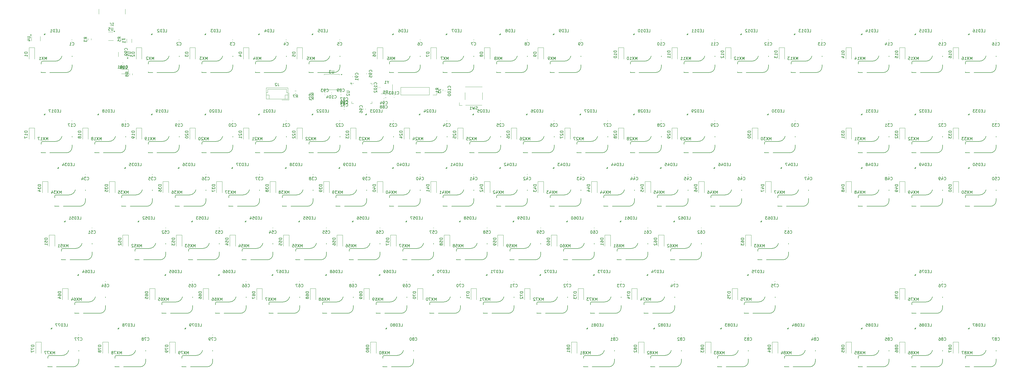
<source format=gbr>
%TF.GenerationSoftware,KiCad,Pcbnew,8.0.8*%
%TF.CreationDate,2025-02-03T20:21:24-05:00*%
%TF.ProjectId,OakSpring,4f616b53-7072-4696-9e67-2e6b69636164,rev?*%
%TF.SameCoordinates,Original*%
%TF.FileFunction,Legend,Bot*%
%TF.FilePolarity,Positive*%
%FSLAX46Y46*%
G04 Gerber Fmt 4.6, Leading zero omitted, Abs format (unit mm)*
G04 Created by KiCad (PCBNEW 8.0.8) date 2025-02-03 20:21:24*
%MOMM*%
%LPD*%
G01*
G04 APERTURE LIST*
%ADD10C,0.150000*%
%ADD11C,0.120000*%
G04 APERTURE END LIST*
D10*
X35611904Y-68879819D02*
X35611904Y-67879819D01*
X35611904Y-67879819D02*
X35278571Y-68594104D01*
X35278571Y-68594104D02*
X34945238Y-67879819D01*
X34945238Y-67879819D02*
X34945238Y-68879819D01*
X34564285Y-67879819D02*
X33897619Y-68879819D01*
X33897619Y-67879819D02*
X34564285Y-68879819D01*
X32992857Y-68879819D02*
X33564285Y-68879819D01*
X33278571Y-68879819D02*
X33278571Y-67879819D01*
X33278571Y-67879819D02*
X33373809Y-68022676D01*
X33373809Y-68022676D02*
X33469047Y-68117914D01*
X33469047Y-68117914D02*
X33564285Y-68165533D01*
X32659523Y-67879819D02*
X31992857Y-67879819D01*
X31992857Y-67879819D02*
X32421428Y-68879819D01*
X214042319Y-103810714D02*
X213042319Y-103810714D01*
X213042319Y-103810714D02*
X213042319Y-104048809D01*
X213042319Y-104048809D02*
X213089938Y-104191666D01*
X213089938Y-104191666D02*
X213185176Y-104286904D01*
X213185176Y-104286904D02*
X213280414Y-104334523D01*
X213280414Y-104334523D02*
X213470890Y-104382142D01*
X213470890Y-104382142D02*
X213613747Y-104382142D01*
X213613747Y-104382142D02*
X213804223Y-104334523D01*
X213804223Y-104334523D02*
X213899461Y-104286904D01*
X213899461Y-104286904D02*
X213994700Y-104191666D01*
X213994700Y-104191666D02*
X214042319Y-104048809D01*
X214042319Y-104048809D02*
X214042319Y-103810714D01*
X213042319Y-105239285D02*
X213042319Y-105048809D01*
X213042319Y-105048809D02*
X213089938Y-104953571D01*
X213089938Y-104953571D02*
X213137557Y-104905952D01*
X213137557Y-104905952D02*
X213280414Y-104810714D01*
X213280414Y-104810714D02*
X213470890Y-104763095D01*
X213470890Y-104763095D02*
X213851842Y-104763095D01*
X213851842Y-104763095D02*
X213947080Y-104810714D01*
X213947080Y-104810714D02*
X213994700Y-104858333D01*
X213994700Y-104858333D02*
X214042319Y-104953571D01*
X214042319Y-104953571D02*
X214042319Y-105144047D01*
X214042319Y-105144047D02*
X213994700Y-105239285D01*
X213994700Y-105239285D02*
X213947080Y-105286904D01*
X213947080Y-105286904D02*
X213851842Y-105334523D01*
X213851842Y-105334523D02*
X213613747Y-105334523D01*
X213613747Y-105334523D02*
X213518509Y-105286904D01*
X213518509Y-105286904D02*
X213470890Y-105239285D01*
X213470890Y-105239285D02*
X213423271Y-105144047D01*
X213423271Y-105144047D02*
X213423271Y-104953571D01*
X213423271Y-104953571D02*
X213470890Y-104858333D01*
X213470890Y-104858333D02*
X213518509Y-104810714D01*
X213518509Y-104810714D02*
X213613747Y-104763095D01*
X213042319Y-105953571D02*
X213042319Y-106048809D01*
X213042319Y-106048809D02*
X213089938Y-106144047D01*
X213089938Y-106144047D02*
X213137557Y-106191666D01*
X213137557Y-106191666D02*
X213232795Y-106239285D01*
X213232795Y-106239285D02*
X213423271Y-106286904D01*
X213423271Y-106286904D02*
X213661366Y-106286904D01*
X213661366Y-106286904D02*
X213851842Y-106239285D01*
X213851842Y-106239285D02*
X213947080Y-106191666D01*
X213947080Y-106191666D02*
X213994700Y-106144047D01*
X213994700Y-106144047D02*
X214042319Y-106048809D01*
X214042319Y-106048809D02*
X214042319Y-105953571D01*
X214042319Y-105953571D02*
X213994700Y-105858333D01*
X213994700Y-105858333D02*
X213947080Y-105810714D01*
X213947080Y-105810714D02*
X213851842Y-105763095D01*
X213851842Y-105763095D02*
X213661366Y-105715476D01*
X213661366Y-105715476D02*
X213423271Y-105715476D01*
X213423271Y-105715476D02*
X213232795Y-105763095D01*
X213232795Y-105763095D02*
X213137557Y-105810714D01*
X213137557Y-105810714D02*
X213089938Y-105858333D01*
X213089938Y-105858333D02*
X213042319Y-105953571D01*
X87605357Y-121094580D02*
X87652976Y-121142200D01*
X87652976Y-121142200D02*
X87795833Y-121189819D01*
X87795833Y-121189819D02*
X87891071Y-121189819D01*
X87891071Y-121189819D02*
X88033928Y-121142200D01*
X88033928Y-121142200D02*
X88129166Y-121046961D01*
X88129166Y-121046961D02*
X88176785Y-120951723D01*
X88176785Y-120951723D02*
X88224404Y-120761247D01*
X88224404Y-120761247D02*
X88224404Y-120618390D01*
X88224404Y-120618390D02*
X88176785Y-120427914D01*
X88176785Y-120427914D02*
X88129166Y-120332676D01*
X88129166Y-120332676D02*
X88033928Y-120237438D01*
X88033928Y-120237438D02*
X87891071Y-120189819D01*
X87891071Y-120189819D02*
X87795833Y-120189819D01*
X87795833Y-120189819D02*
X87652976Y-120237438D01*
X87652976Y-120237438D02*
X87605357Y-120285057D01*
X86748214Y-120189819D02*
X86938690Y-120189819D01*
X86938690Y-120189819D02*
X87033928Y-120237438D01*
X87033928Y-120237438D02*
X87081547Y-120285057D01*
X87081547Y-120285057D02*
X87176785Y-120427914D01*
X87176785Y-120427914D02*
X87224404Y-120618390D01*
X87224404Y-120618390D02*
X87224404Y-120999342D01*
X87224404Y-120999342D02*
X87176785Y-121094580D01*
X87176785Y-121094580D02*
X87129166Y-121142200D01*
X87129166Y-121142200D02*
X87033928Y-121189819D01*
X87033928Y-121189819D02*
X86843452Y-121189819D01*
X86843452Y-121189819D02*
X86748214Y-121142200D01*
X86748214Y-121142200D02*
X86700595Y-121094580D01*
X86700595Y-121094580D02*
X86652976Y-120999342D01*
X86652976Y-120999342D02*
X86652976Y-120761247D01*
X86652976Y-120761247D02*
X86700595Y-120666009D01*
X86700595Y-120666009D02*
X86748214Y-120618390D01*
X86748214Y-120618390D02*
X86843452Y-120570771D01*
X86843452Y-120570771D02*
X87033928Y-120570771D01*
X87033928Y-120570771D02*
X87129166Y-120618390D01*
X87129166Y-120618390D02*
X87176785Y-120666009D01*
X87176785Y-120666009D02*
X87224404Y-120761247D01*
X85748214Y-120189819D02*
X86224404Y-120189819D01*
X86224404Y-120189819D02*
X86272023Y-120666009D01*
X86272023Y-120666009D02*
X86224404Y-120618390D01*
X86224404Y-120618390D02*
X86129166Y-120570771D01*
X86129166Y-120570771D02*
X85891071Y-120570771D01*
X85891071Y-120570771D02*
X85795833Y-120618390D01*
X85795833Y-120618390D02*
X85748214Y-120666009D01*
X85748214Y-120666009D02*
X85700595Y-120761247D01*
X85700595Y-120761247D02*
X85700595Y-120999342D01*
X85700595Y-120999342D02*
X85748214Y-121094580D01*
X85748214Y-121094580D02*
X85795833Y-121142200D01*
X85795833Y-121142200D02*
X85891071Y-121189819D01*
X85891071Y-121189819D02*
X86129166Y-121189819D01*
X86129166Y-121189819D02*
X86224404Y-121142200D01*
X86224404Y-121142200D02*
X86272023Y-121094580D01*
X178010713Y-40304819D02*
X178010713Y-39304819D01*
X178010713Y-39304819D02*
X177677380Y-40019104D01*
X177677380Y-40019104D02*
X177344047Y-39304819D01*
X177344047Y-39304819D02*
X177344047Y-40304819D01*
X176963094Y-39304819D02*
X176296428Y-40304819D01*
X176296428Y-39304819D02*
X176963094Y-40304819D01*
X176010713Y-39304819D02*
X175344047Y-39304819D01*
X175344047Y-39304819D02*
X175772618Y-40304819D01*
X33067319Y-84760714D02*
X32067319Y-84760714D01*
X32067319Y-84760714D02*
X32067319Y-84998809D01*
X32067319Y-84998809D02*
X32114938Y-85141666D01*
X32114938Y-85141666D02*
X32210176Y-85236904D01*
X32210176Y-85236904D02*
X32305414Y-85284523D01*
X32305414Y-85284523D02*
X32495890Y-85332142D01*
X32495890Y-85332142D02*
X32638747Y-85332142D01*
X32638747Y-85332142D02*
X32829223Y-85284523D01*
X32829223Y-85284523D02*
X32924461Y-85236904D01*
X32924461Y-85236904D02*
X33019700Y-85141666D01*
X33019700Y-85141666D02*
X33067319Y-84998809D01*
X33067319Y-84998809D02*
X33067319Y-84760714D01*
X32067319Y-85665476D02*
X32067319Y-86284523D01*
X32067319Y-86284523D02*
X32448271Y-85951190D01*
X32448271Y-85951190D02*
X32448271Y-86094047D01*
X32448271Y-86094047D02*
X32495890Y-86189285D01*
X32495890Y-86189285D02*
X32543509Y-86236904D01*
X32543509Y-86236904D02*
X32638747Y-86284523D01*
X32638747Y-86284523D02*
X32876842Y-86284523D01*
X32876842Y-86284523D02*
X32972080Y-86236904D01*
X32972080Y-86236904D02*
X33019700Y-86189285D01*
X33019700Y-86189285D02*
X33067319Y-86094047D01*
X33067319Y-86094047D02*
X33067319Y-85808333D01*
X33067319Y-85808333D02*
X33019700Y-85713095D01*
X33019700Y-85713095D02*
X32972080Y-85665476D01*
X32400652Y-87141666D02*
X33067319Y-87141666D01*
X32019700Y-86903571D02*
X32733985Y-86665476D01*
X32733985Y-86665476D02*
X32733985Y-87284523D01*
X153995238Y-59029819D02*
X154471428Y-59029819D01*
X154471428Y-59029819D02*
X154471428Y-58029819D01*
X153661904Y-58506009D02*
X153328571Y-58506009D01*
X153185714Y-59029819D02*
X153661904Y-59029819D01*
X153661904Y-59029819D02*
X153661904Y-58029819D01*
X153661904Y-58029819D02*
X153185714Y-58029819D01*
X152757142Y-59029819D02*
X152757142Y-58029819D01*
X152757142Y-58029819D02*
X152519047Y-58029819D01*
X152519047Y-58029819D02*
X152376190Y-58077438D01*
X152376190Y-58077438D02*
X152280952Y-58172676D01*
X152280952Y-58172676D02*
X152233333Y-58267914D01*
X152233333Y-58267914D02*
X152185714Y-58458390D01*
X152185714Y-58458390D02*
X152185714Y-58601247D01*
X152185714Y-58601247D02*
X152233333Y-58791723D01*
X152233333Y-58791723D02*
X152280952Y-58886961D01*
X152280952Y-58886961D02*
X152376190Y-58982200D01*
X152376190Y-58982200D02*
X152519047Y-59029819D01*
X152519047Y-59029819D02*
X152757142Y-59029819D01*
X151804761Y-58125057D02*
X151757142Y-58077438D01*
X151757142Y-58077438D02*
X151661904Y-58029819D01*
X151661904Y-58029819D02*
X151423809Y-58029819D01*
X151423809Y-58029819D02*
X151328571Y-58077438D01*
X151328571Y-58077438D02*
X151280952Y-58125057D01*
X151280952Y-58125057D02*
X151233333Y-58220295D01*
X151233333Y-58220295D02*
X151233333Y-58315533D01*
X151233333Y-58315533D02*
X151280952Y-58458390D01*
X151280952Y-58458390D02*
X151852380Y-59029819D01*
X151852380Y-59029819D02*
X151233333Y-59029819D01*
X150899999Y-58029819D02*
X150280952Y-58029819D01*
X150280952Y-58029819D02*
X150614285Y-58410771D01*
X150614285Y-58410771D02*
X150471428Y-58410771D01*
X150471428Y-58410771D02*
X150376190Y-58458390D01*
X150376190Y-58458390D02*
X150328571Y-58506009D01*
X150328571Y-58506009D02*
X150280952Y-58601247D01*
X150280952Y-58601247D02*
X150280952Y-58839342D01*
X150280952Y-58839342D02*
X150328571Y-58934580D01*
X150328571Y-58934580D02*
X150376190Y-58982200D01*
X150376190Y-58982200D02*
X150471428Y-59029819D01*
X150471428Y-59029819D02*
X150757142Y-59029819D01*
X150757142Y-59029819D02*
X150852380Y-58982200D01*
X150852380Y-58982200D02*
X150899999Y-58934580D01*
X256904819Y-65710714D02*
X255904819Y-65710714D01*
X255904819Y-65710714D02*
X255904819Y-65948809D01*
X255904819Y-65948809D02*
X255952438Y-66091666D01*
X255952438Y-66091666D02*
X256047676Y-66186904D01*
X256047676Y-66186904D02*
X256142914Y-66234523D01*
X256142914Y-66234523D02*
X256333390Y-66282142D01*
X256333390Y-66282142D02*
X256476247Y-66282142D01*
X256476247Y-66282142D02*
X256666723Y-66234523D01*
X256666723Y-66234523D02*
X256761961Y-66186904D01*
X256761961Y-66186904D02*
X256857200Y-66091666D01*
X256857200Y-66091666D02*
X256904819Y-65948809D01*
X256904819Y-65948809D02*
X256904819Y-65710714D01*
X256000057Y-66663095D02*
X255952438Y-66710714D01*
X255952438Y-66710714D02*
X255904819Y-66805952D01*
X255904819Y-66805952D02*
X255904819Y-67044047D01*
X255904819Y-67044047D02*
X255952438Y-67139285D01*
X255952438Y-67139285D02*
X256000057Y-67186904D01*
X256000057Y-67186904D02*
X256095295Y-67234523D01*
X256095295Y-67234523D02*
X256190533Y-67234523D01*
X256190533Y-67234523D02*
X256333390Y-67186904D01*
X256333390Y-67186904D02*
X256904819Y-66615476D01*
X256904819Y-66615476D02*
X256904819Y-67234523D01*
X256904819Y-67710714D02*
X256904819Y-67901190D01*
X256904819Y-67901190D02*
X256857200Y-67996428D01*
X256857200Y-67996428D02*
X256809580Y-68044047D01*
X256809580Y-68044047D02*
X256666723Y-68139285D01*
X256666723Y-68139285D02*
X256476247Y-68186904D01*
X256476247Y-68186904D02*
X256095295Y-68186904D01*
X256095295Y-68186904D02*
X256000057Y-68139285D01*
X256000057Y-68139285D02*
X255952438Y-68091666D01*
X255952438Y-68091666D02*
X255904819Y-67996428D01*
X255904819Y-67996428D02*
X255904819Y-67805952D01*
X255904819Y-67805952D02*
X255952438Y-67710714D01*
X255952438Y-67710714D02*
X256000057Y-67663095D01*
X256000057Y-67663095D02*
X256095295Y-67615476D01*
X256095295Y-67615476D02*
X256333390Y-67615476D01*
X256333390Y-67615476D02*
X256428628Y-67663095D01*
X256428628Y-67663095D02*
X256476247Y-67710714D01*
X256476247Y-67710714D02*
X256523866Y-67805952D01*
X256523866Y-67805952D02*
X256523866Y-67996428D01*
X256523866Y-67996428D02*
X256476247Y-68091666D01*
X256476247Y-68091666D02*
X256428628Y-68139285D01*
X256428628Y-68139285D02*
X256333390Y-68186904D01*
X168961904Y-68879819D02*
X168961904Y-67879819D01*
X168961904Y-67879819D02*
X168628571Y-68594104D01*
X168628571Y-68594104D02*
X168295238Y-67879819D01*
X168295238Y-67879819D02*
X168295238Y-68879819D01*
X167914285Y-67879819D02*
X167247619Y-68879819D01*
X167247619Y-67879819D02*
X167914285Y-68879819D01*
X166914285Y-67975057D02*
X166866666Y-67927438D01*
X166866666Y-67927438D02*
X166771428Y-67879819D01*
X166771428Y-67879819D02*
X166533333Y-67879819D01*
X166533333Y-67879819D02*
X166438095Y-67927438D01*
X166438095Y-67927438D02*
X166390476Y-67975057D01*
X166390476Y-67975057D02*
X166342857Y-68070295D01*
X166342857Y-68070295D02*
X166342857Y-68165533D01*
X166342857Y-68165533D02*
X166390476Y-68308390D01*
X166390476Y-68308390D02*
X166961904Y-68879819D01*
X166961904Y-68879819D02*
X166342857Y-68879819D01*
X165485714Y-68213152D02*
X165485714Y-68879819D01*
X165723809Y-67832200D02*
X165961904Y-68546485D01*
X165961904Y-68546485D02*
X165342857Y-68546485D01*
X39695238Y-59029819D02*
X40171428Y-59029819D01*
X40171428Y-59029819D02*
X40171428Y-58029819D01*
X39361904Y-58506009D02*
X39028571Y-58506009D01*
X38885714Y-59029819D02*
X39361904Y-59029819D01*
X39361904Y-59029819D02*
X39361904Y-58029819D01*
X39361904Y-58029819D02*
X38885714Y-58029819D01*
X38457142Y-59029819D02*
X38457142Y-58029819D01*
X38457142Y-58029819D02*
X38219047Y-58029819D01*
X38219047Y-58029819D02*
X38076190Y-58077438D01*
X38076190Y-58077438D02*
X37980952Y-58172676D01*
X37980952Y-58172676D02*
X37933333Y-58267914D01*
X37933333Y-58267914D02*
X37885714Y-58458390D01*
X37885714Y-58458390D02*
X37885714Y-58601247D01*
X37885714Y-58601247D02*
X37933333Y-58791723D01*
X37933333Y-58791723D02*
X37980952Y-58886961D01*
X37980952Y-58886961D02*
X38076190Y-58982200D01*
X38076190Y-58982200D02*
X38219047Y-59029819D01*
X38219047Y-59029819D02*
X38457142Y-59029819D01*
X36933333Y-59029819D02*
X37504761Y-59029819D01*
X37219047Y-59029819D02*
X37219047Y-58029819D01*
X37219047Y-58029819D02*
X37314285Y-58172676D01*
X37314285Y-58172676D02*
X37409523Y-58267914D01*
X37409523Y-58267914D02*
X37504761Y-58315533D01*
X36599999Y-58029819D02*
X35933333Y-58029819D01*
X35933333Y-58029819D02*
X36361904Y-59029819D01*
X252142319Y-103810714D02*
X251142319Y-103810714D01*
X251142319Y-103810714D02*
X251142319Y-104048809D01*
X251142319Y-104048809D02*
X251189938Y-104191666D01*
X251189938Y-104191666D02*
X251285176Y-104286904D01*
X251285176Y-104286904D02*
X251380414Y-104334523D01*
X251380414Y-104334523D02*
X251570890Y-104382142D01*
X251570890Y-104382142D02*
X251713747Y-104382142D01*
X251713747Y-104382142D02*
X251904223Y-104334523D01*
X251904223Y-104334523D02*
X251999461Y-104286904D01*
X251999461Y-104286904D02*
X252094700Y-104191666D01*
X252094700Y-104191666D02*
X252142319Y-104048809D01*
X252142319Y-104048809D02*
X252142319Y-103810714D01*
X251142319Y-105239285D02*
X251142319Y-105048809D01*
X251142319Y-105048809D02*
X251189938Y-104953571D01*
X251189938Y-104953571D02*
X251237557Y-104905952D01*
X251237557Y-104905952D02*
X251380414Y-104810714D01*
X251380414Y-104810714D02*
X251570890Y-104763095D01*
X251570890Y-104763095D02*
X251951842Y-104763095D01*
X251951842Y-104763095D02*
X252047080Y-104810714D01*
X252047080Y-104810714D02*
X252094700Y-104858333D01*
X252094700Y-104858333D02*
X252142319Y-104953571D01*
X252142319Y-104953571D02*
X252142319Y-105144047D01*
X252142319Y-105144047D02*
X252094700Y-105239285D01*
X252094700Y-105239285D02*
X252047080Y-105286904D01*
X252047080Y-105286904D02*
X251951842Y-105334523D01*
X251951842Y-105334523D02*
X251713747Y-105334523D01*
X251713747Y-105334523D02*
X251618509Y-105286904D01*
X251618509Y-105286904D02*
X251570890Y-105239285D01*
X251570890Y-105239285D02*
X251523271Y-105144047D01*
X251523271Y-105144047D02*
X251523271Y-104953571D01*
X251523271Y-104953571D02*
X251570890Y-104858333D01*
X251570890Y-104858333D02*
X251618509Y-104810714D01*
X251618509Y-104810714D02*
X251713747Y-104763095D01*
X251237557Y-105715476D02*
X251189938Y-105763095D01*
X251189938Y-105763095D02*
X251142319Y-105858333D01*
X251142319Y-105858333D02*
X251142319Y-106096428D01*
X251142319Y-106096428D02*
X251189938Y-106191666D01*
X251189938Y-106191666D02*
X251237557Y-106239285D01*
X251237557Y-106239285D02*
X251332795Y-106286904D01*
X251332795Y-106286904D02*
X251428033Y-106286904D01*
X251428033Y-106286904D02*
X251570890Y-106239285D01*
X251570890Y-106239285D02*
X252142319Y-105667857D01*
X252142319Y-105667857D02*
X252142319Y-106286904D01*
X144755357Y-121094580D02*
X144802976Y-121142200D01*
X144802976Y-121142200D02*
X144945833Y-121189819D01*
X144945833Y-121189819D02*
X145041071Y-121189819D01*
X145041071Y-121189819D02*
X145183928Y-121142200D01*
X145183928Y-121142200D02*
X145279166Y-121046961D01*
X145279166Y-121046961D02*
X145326785Y-120951723D01*
X145326785Y-120951723D02*
X145374404Y-120761247D01*
X145374404Y-120761247D02*
X145374404Y-120618390D01*
X145374404Y-120618390D02*
X145326785Y-120427914D01*
X145326785Y-120427914D02*
X145279166Y-120332676D01*
X145279166Y-120332676D02*
X145183928Y-120237438D01*
X145183928Y-120237438D02*
X145041071Y-120189819D01*
X145041071Y-120189819D02*
X144945833Y-120189819D01*
X144945833Y-120189819D02*
X144802976Y-120237438D01*
X144802976Y-120237438D02*
X144755357Y-120285057D01*
X143898214Y-120189819D02*
X144088690Y-120189819D01*
X144088690Y-120189819D02*
X144183928Y-120237438D01*
X144183928Y-120237438D02*
X144231547Y-120285057D01*
X144231547Y-120285057D02*
X144326785Y-120427914D01*
X144326785Y-120427914D02*
X144374404Y-120618390D01*
X144374404Y-120618390D02*
X144374404Y-120999342D01*
X144374404Y-120999342D02*
X144326785Y-121094580D01*
X144326785Y-121094580D02*
X144279166Y-121142200D01*
X144279166Y-121142200D02*
X144183928Y-121189819D01*
X144183928Y-121189819D02*
X143993452Y-121189819D01*
X143993452Y-121189819D02*
X143898214Y-121142200D01*
X143898214Y-121142200D02*
X143850595Y-121094580D01*
X143850595Y-121094580D02*
X143802976Y-120999342D01*
X143802976Y-120999342D02*
X143802976Y-120761247D01*
X143802976Y-120761247D02*
X143850595Y-120666009D01*
X143850595Y-120666009D02*
X143898214Y-120618390D01*
X143898214Y-120618390D02*
X143993452Y-120570771D01*
X143993452Y-120570771D02*
X144183928Y-120570771D01*
X144183928Y-120570771D02*
X144279166Y-120618390D01*
X144279166Y-120618390D02*
X144326785Y-120666009D01*
X144326785Y-120666009D02*
X144374404Y-120761247D01*
X143231547Y-120618390D02*
X143326785Y-120570771D01*
X143326785Y-120570771D02*
X143374404Y-120523152D01*
X143374404Y-120523152D02*
X143422023Y-120427914D01*
X143422023Y-120427914D02*
X143422023Y-120380295D01*
X143422023Y-120380295D02*
X143374404Y-120285057D01*
X143374404Y-120285057D02*
X143326785Y-120237438D01*
X143326785Y-120237438D02*
X143231547Y-120189819D01*
X143231547Y-120189819D02*
X143041071Y-120189819D01*
X143041071Y-120189819D02*
X142945833Y-120237438D01*
X142945833Y-120237438D02*
X142898214Y-120285057D01*
X142898214Y-120285057D02*
X142850595Y-120380295D01*
X142850595Y-120380295D02*
X142850595Y-120427914D01*
X142850595Y-120427914D02*
X142898214Y-120523152D01*
X142898214Y-120523152D02*
X142945833Y-120570771D01*
X142945833Y-120570771D02*
X143041071Y-120618390D01*
X143041071Y-120618390D02*
X143231547Y-120618390D01*
X143231547Y-120618390D02*
X143326785Y-120666009D01*
X143326785Y-120666009D02*
X143374404Y-120713628D01*
X143374404Y-120713628D02*
X143422023Y-120808866D01*
X143422023Y-120808866D02*
X143422023Y-120999342D01*
X143422023Y-120999342D02*
X143374404Y-121094580D01*
X143374404Y-121094580D02*
X143326785Y-121142200D01*
X143326785Y-121142200D02*
X143231547Y-121189819D01*
X143231547Y-121189819D02*
X143041071Y-121189819D01*
X143041071Y-121189819D02*
X142945833Y-121142200D01*
X142945833Y-121142200D02*
X142898214Y-121094580D01*
X142898214Y-121094580D02*
X142850595Y-120999342D01*
X142850595Y-120999342D02*
X142850595Y-120808866D01*
X142850595Y-120808866D02*
X142898214Y-120713628D01*
X142898214Y-120713628D02*
X142945833Y-120666009D01*
X142945833Y-120666009D02*
X143041071Y-120618390D01*
X123554819Y-65710714D02*
X122554819Y-65710714D01*
X122554819Y-65710714D02*
X122554819Y-65948809D01*
X122554819Y-65948809D02*
X122602438Y-66091666D01*
X122602438Y-66091666D02*
X122697676Y-66186904D01*
X122697676Y-66186904D02*
X122792914Y-66234523D01*
X122792914Y-66234523D02*
X122983390Y-66282142D01*
X122983390Y-66282142D02*
X123126247Y-66282142D01*
X123126247Y-66282142D02*
X123316723Y-66234523D01*
X123316723Y-66234523D02*
X123411961Y-66186904D01*
X123411961Y-66186904D02*
X123507200Y-66091666D01*
X123507200Y-66091666D02*
X123554819Y-65948809D01*
X123554819Y-65948809D02*
X123554819Y-65710714D01*
X122650057Y-66663095D02*
X122602438Y-66710714D01*
X122602438Y-66710714D02*
X122554819Y-66805952D01*
X122554819Y-66805952D02*
X122554819Y-67044047D01*
X122554819Y-67044047D02*
X122602438Y-67139285D01*
X122602438Y-67139285D02*
X122650057Y-67186904D01*
X122650057Y-67186904D02*
X122745295Y-67234523D01*
X122745295Y-67234523D02*
X122840533Y-67234523D01*
X122840533Y-67234523D02*
X122983390Y-67186904D01*
X122983390Y-67186904D02*
X123554819Y-66615476D01*
X123554819Y-66615476D02*
X123554819Y-67234523D01*
X122650057Y-67615476D02*
X122602438Y-67663095D01*
X122602438Y-67663095D02*
X122554819Y-67758333D01*
X122554819Y-67758333D02*
X122554819Y-67996428D01*
X122554819Y-67996428D02*
X122602438Y-68091666D01*
X122602438Y-68091666D02*
X122650057Y-68139285D01*
X122650057Y-68139285D02*
X122745295Y-68186904D01*
X122745295Y-68186904D02*
X122840533Y-68186904D01*
X122840533Y-68186904D02*
X122983390Y-68139285D01*
X122983390Y-68139285D02*
X123554819Y-67567857D01*
X123554819Y-67567857D02*
X123554819Y-68186904D01*
X245161904Y-40304819D02*
X245161904Y-39304819D01*
X245161904Y-39304819D02*
X244828571Y-40019104D01*
X244828571Y-40019104D02*
X244495238Y-39304819D01*
X244495238Y-39304819D02*
X244495238Y-40304819D01*
X244114285Y-39304819D02*
X243447619Y-40304819D01*
X243447619Y-39304819D02*
X244114285Y-40304819D01*
X242542857Y-40304819D02*
X243114285Y-40304819D01*
X242828571Y-40304819D02*
X242828571Y-39304819D01*
X242828571Y-39304819D02*
X242923809Y-39447676D01*
X242923809Y-39447676D02*
X243019047Y-39542914D01*
X243019047Y-39542914D02*
X243114285Y-39590533D01*
X241923809Y-39304819D02*
X241828571Y-39304819D01*
X241828571Y-39304819D02*
X241733333Y-39352438D01*
X241733333Y-39352438D02*
X241685714Y-39400057D01*
X241685714Y-39400057D02*
X241638095Y-39495295D01*
X241638095Y-39495295D02*
X241590476Y-39685771D01*
X241590476Y-39685771D02*
X241590476Y-39923866D01*
X241590476Y-39923866D02*
X241638095Y-40114342D01*
X241638095Y-40114342D02*
X241685714Y-40209580D01*
X241685714Y-40209580D02*
X241733333Y-40257200D01*
X241733333Y-40257200D02*
X241828571Y-40304819D01*
X241828571Y-40304819D02*
X241923809Y-40304819D01*
X241923809Y-40304819D02*
X242019047Y-40257200D01*
X242019047Y-40257200D02*
X242066666Y-40209580D01*
X242066666Y-40209580D02*
X242114285Y-40114342D01*
X242114285Y-40114342D02*
X242161904Y-39923866D01*
X242161904Y-39923866D02*
X242161904Y-39685771D01*
X242161904Y-39685771D02*
X242114285Y-39495295D01*
X242114285Y-39495295D02*
X242066666Y-39400057D01*
X242066666Y-39400057D02*
X242019047Y-39352438D01*
X242019047Y-39352438D02*
X241923809Y-39304819D01*
X40211069Y-122860714D02*
X39211069Y-122860714D01*
X39211069Y-122860714D02*
X39211069Y-123098809D01*
X39211069Y-123098809D02*
X39258688Y-123241666D01*
X39258688Y-123241666D02*
X39353926Y-123336904D01*
X39353926Y-123336904D02*
X39449164Y-123384523D01*
X39449164Y-123384523D02*
X39639640Y-123432142D01*
X39639640Y-123432142D02*
X39782497Y-123432142D01*
X39782497Y-123432142D02*
X39972973Y-123384523D01*
X39972973Y-123384523D02*
X40068211Y-123336904D01*
X40068211Y-123336904D02*
X40163450Y-123241666D01*
X40163450Y-123241666D02*
X40211069Y-123098809D01*
X40211069Y-123098809D02*
X40211069Y-122860714D01*
X39211069Y-124289285D02*
X39211069Y-124098809D01*
X39211069Y-124098809D02*
X39258688Y-124003571D01*
X39258688Y-124003571D02*
X39306307Y-123955952D01*
X39306307Y-123955952D02*
X39449164Y-123860714D01*
X39449164Y-123860714D02*
X39639640Y-123813095D01*
X39639640Y-123813095D02*
X40020592Y-123813095D01*
X40020592Y-123813095D02*
X40115830Y-123860714D01*
X40115830Y-123860714D02*
X40163450Y-123908333D01*
X40163450Y-123908333D02*
X40211069Y-124003571D01*
X40211069Y-124003571D02*
X40211069Y-124194047D01*
X40211069Y-124194047D02*
X40163450Y-124289285D01*
X40163450Y-124289285D02*
X40115830Y-124336904D01*
X40115830Y-124336904D02*
X40020592Y-124384523D01*
X40020592Y-124384523D02*
X39782497Y-124384523D01*
X39782497Y-124384523D02*
X39687259Y-124336904D01*
X39687259Y-124336904D02*
X39639640Y-124289285D01*
X39639640Y-124289285D02*
X39592021Y-124194047D01*
X39592021Y-124194047D02*
X39592021Y-124003571D01*
X39592021Y-124003571D02*
X39639640Y-123908333D01*
X39639640Y-123908333D02*
X39687259Y-123860714D01*
X39687259Y-123860714D02*
X39782497Y-123813095D01*
X39544402Y-125241666D02*
X40211069Y-125241666D01*
X39163450Y-125003571D02*
X39877735Y-124765476D01*
X39877735Y-124765476D02*
X39877735Y-125384523D01*
X142604819Y-65710714D02*
X141604819Y-65710714D01*
X141604819Y-65710714D02*
X141604819Y-65948809D01*
X141604819Y-65948809D02*
X141652438Y-66091666D01*
X141652438Y-66091666D02*
X141747676Y-66186904D01*
X141747676Y-66186904D02*
X141842914Y-66234523D01*
X141842914Y-66234523D02*
X142033390Y-66282142D01*
X142033390Y-66282142D02*
X142176247Y-66282142D01*
X142176247Y-66282142D02*
X142366723Y-66234523D01*
X142366723Y-66234523D02*
X142461961Y-66186904D01*
X142461961Y-66186904D02*
X142557200Y-66091666D01*
X142557200Y-66091666D02*
X142604819Y-65948809D01*
X142604819Y-65948809D02*
X142604819Y-65710714D01*
X141700057Y-66663095D02*
X141652438Y-66710714D01*
X141652438Y-66710714D02*
X141604819Y-66805952D01*
X141604819Y-66805952D02*
X141604819Y-67044047D01*
X141604819Y-67044047D02*
X141652438Y-67139285D01*
X141652438Y-67139285D02*
X141700057Y-67186904D01*
X141700057Y-67186904D02*
X141795295Y-67234523D01*
X141795295Y-67234523D02*
X141890533Y-67234523D01*
X141890533Y-67234523D02*
X142033390Y-67186904D01*
X142033390Y-67186904D02*
X142604819Y-66615476D01*
X142604819Y-66615476D02*
X142604819Y-67234523D01*
X141604819Y-67567857D02*
X141604819Y-68186904D01*
X141604819Y-68186904D02*
X141985771Y-67853571D01*
X141985771Y-67853571D02*
X141985771Y-67996428D01*
X141985771Y-67996428D02*
X142033390Y-68091666D01*
X142033390Y-68091666D02*
X142081009Y-68139285D01*
X142081009Y-68139285D02*
X142176247Y-68186904D01*
X142176247Y-68186904D02*
X142414342Y-68186904D01*
X142414342Y-68186904D02*
X142509580Y-68139285D01*
X142509580Y-68139285D02*
X142557200Y-68091666D01*
X142557200Y-68091666D02*
X142604819Y-67996428D01*
X142604819Y-67996428D02*
X142604819Y-67710714D01*
X142604819Y-67710714D02*
X142557200Y-67615476D01*
X142557200Y-67615476D02*
X142509580Y-67567857D01*
X220670238Y-78079819D02*
X221146428Y-78079819D01*
X221146428Y-78079819D02*
X221146428Y-77079819D01*
X220336904Y-77556009D02*
X220003571Y-77556009D01*
X219860714Y-78079819D02*
X220336904Y-78079819D01*
X220336904Y-78079819D02*
X220336904Y-77079819D01*
X220336904Y-77079819D02*
X219860714Y-77079819D01*
X219432142Y-78079819D02*
X219432142Y-77079819D01*
X219432142Y-77079819D02*
X219194047Y-77079819D01*
X219194047Y-77079819D02*
X219051190Y-77127438D01*
X219051190Y-77127438D02*
X218955952Y-77222676D01*
X218955952Y-77222676D02*
X218908333Y-77317914D01*
X218908333Y-77317914D02*
X218860714Y-77508390D01*
X218860714Y-77508390D02*
X218860714Y-77651247D01*
X218860714Y-77651247D02*
X218908333Y-77841723D01*
X218908333Y-77841723D02*
X218955952Y-77936961D01*
X218955952Y-77936961D02*
X219051190Y-78032200D01*
X219051190Y-78032200D02*
X219194047Y-78079819D01*
X219194047Y-78079819D02*
X219432142Y-78079819D01*
X218003571Y-77413152D02*
X218003571Y-78079819D01*
X218241666Y-77032200D02*
X218479761Y-77746485D01*
X218479761Y-77746485D02*
X217860714Y-77746485D01*
X217574999Y-77079819D02*
X216955952Y-77079819D01*
X216955952Y-77079819D02*
X217289285Y-77460771D01*
X217289285Y-77460771D02*
X217146428Y-77460771D01*
X217146428Y-77460771D02*
X217051190Y-77508390D01*
X217051190Y-77508390D02*
X217003571Y-77556009D01*
X217003571Y-77556009D02*
X216955952Y-77651247D01*
X216955952Y-77651247D02*
X216955952Y-77889342D01*
X216955952Y-77889342D02*
X217003571Y-77984580D01*
X217003571Y-77984580D02*
X217051190Y-78032200D01*
X217051190Y-78032200D02*
X217146428Y-78079819D01*
X217146428Y-78079819D02*
X217432142Y-78079819D01*
X217432142Y-78079819D02*
X217527380Y-78032200D01*
X217527380Y-78032200D02*
X217574999Y-77984580D01*
X285643154Y-126029819D02*
X285643154Y-125029819D01*
X285643154Y-125029819D02*
X285309821Y-125744104D01*
X285309821Y-125744104D02*
X284976488Y-125029819D01*
X284976488Y-125029819D02*
X284976488Y-126029819D01*
X284595535Y-125029819D02*
X283928869Y-126029819D01*
X283928869Y-125029819D02*
X284595535Y-126029819D01*
X283643154Y-125029819D02*
X282976488Y-125029819D01*
X282976488Y-125029819D02*
X283405059Y-126029819D01*
X282119345Y-125029819D02*
X282595535Y-125029819D01*
X282595535Y-125029819D02*
X282643154Y-125506009D01*
X282643154Y-125506009D02*
X282595535Y-125458390D01*
X282595535Y-125458390D02*
X282500297Y-125410771D01*
X282500297Y-125410771D02*
X282262202Y-125410771D01*
X282262202Y-125410771D02*
X282166964Y-125458390D01*
X282166964Y-125458390D02*
X282119345Y-125506009D01*
X282119345Y-125506009D02*
X282071726Y-125601247D01*
X282071726Y-125601247D02*
X282071726Y-125839342D01*
X282071726Y-125839342D02*
X282119345Y-125934580D01*
X282119345Y-125934580D02*
X282166964Y-125982200D01*
X282166964Y-125982200D02*
X282262202Y-126029819D01*
X282262202Y-126029819D02*
X282500297Y-126029819D01*
X282500297Y-126029819D02*
X282595535Y-125982200D01*
X282595535Y-125982200D02*
X282643154Y-125934580D01*
X192774404Y-126029819D02*
X192774404Y-125029819D01*
X192774404Y-125029819D02*
X192441071Y-125744104D01*
X192441071Y-125744104D02*
X192107738Y-125029819D01*
X192107738Y-125029819D02*
X192107738Y-126029819D01*
X191726785Y-125029819D02*
X191060119Y-126029819D01*
X191060119Y-125029819D02*
X191726785Y-126029819D01*
X190774404Y-125029819D02*
X190107738Y-125029819D01*
X190107738Y-125029819D02*
X190536309Y-126029819D01*
X189202976Y-126029819D02*
X189774404Y-126029819D01*
X189488690Y-126029819D02*
X189488690Y-125029819D01*
X189488690Y-125029819D02*
X189583928Y-125172676D01*
X189583928Y-125172676D02*
X189679166Y-125267914D01*
X189679166Y-125267914D02*
X189774404Y-125315533D01*
X89701488Y-135229819D02*
X90177678Y-135229819D01*
X90177678Y-135229819D02*
X90177678Y-134229819D01*
X89368154Y-134706009D02*
X89034821Y-134706009D01*
X88891964Y-135229819D02*
X89368154Y-135229819D01*
X89368154Y-135229819D02*
X89368154Y-134229819D01*
X89368154Y-134229819D02*
X88891964Y-134229819D01*
X88463392Y-135229819D02*
X88463392Y-134229819D01*
X88463392Y-134229819D02*
X88225297Y-134229819D01*
X88225297Y-134229819D02*
X88082440Y-134277438D01*
X88082440Y-134277438D02*
X87987202Y-134372676D01*
X87987202Y-134372676D02*
X87939583Y-134467914D01*
X87939583Y-134467914D02*
X87891964Y-134658390D01*
X87891964Y-134658390D02*
X87891964Y-134801247D01*
X87891964Y-134801247D02*
X87939583Y-134991723D01*
X87939583Y-134991723D02*
X87987202Y-135086961D01*
X87987202Y-135086961D02*
X88082440Y-135182200D01*
X88082440Y-135182200D02*
X88225297Y-135229819D01*
X88225297Y-135229819D02*
X88463392Y-135229819D01*
X87558630Y-134229819D02*
X86891964Y-134229819D01*
X86891964Y-134229819D02*
X87320535Y-135229819D01*
X86463392Y-135229819D02*
X86272916Y-135229819D01*
X86272916Y-135229819D02*
X86177678Y-135182200D01*
X86177678Y-135182200D02*
X86130059Y-135134580D01*
X86130059Y-135134580D02*
X86034821Y-134991723D01*
X86034821Y-134991723D02*
X85987202Y-134801247D01*
X85987202Y-134801247D02*
X85987202Y-134420295D01*
X85987202Y-134420295D02*
X86034821Y-134325057D01*
X86034821Y-134325057D02*
X86082440Y-134277438D01*
X86082440Y-134277438D02*
X86177678Y-134229819D01*
X86177678Y-134229819D02*
X86368154Y-134229819D01*
X86368154Y-134229819D02*
X86463392Y-134277438D01*
X86463392Y-134277438D02*
X86511011Y-134325057D01*
X86511011Y-134325057D02*
X86558630Y-134420295D01*
X86558630Y-134420295D02*
X86558630Y-134658390D01*
X86558630Y-134658390D02*
X86511011Y-134753628D01*
X86511011Y-134753628D02*
X86463392Y-134801247D01*
X86463392Y-134801247D02*
X86368154Y-134848866D01*
X86368154Y-134848866D02*
X86177678Y-134848866D01*
X86177678Y-134848866D02*
X86082440Y-134801247D01*
X86082440Y-134801247D02*
X86034821Y-134753628D01*
X86034821Y-134753628D02*
X85987202Y-134658390D01*
X268295238Y-59029819D02*
X268771428Y-59029819D01*
X268771428Y-59029819D02*
X268771428Y-58029819D01*
X267961904Y-58506009D02*
X267628571Y-58506009D01*
X267485714Y-59029819D02*
X267961904Y-59029819D01*
X267961904Y-59029819D02*
X267961904Y-58029819D01*
X267961904Y-58029819D02*
X267485714Y-58029819D01*
X267057142Y-59029819D02*
X267057142Y-58029819D01*
X267057142Y-58029819D02*
X266819047Y-58029819D01*
X266819047Y-58029819D02*
X266676190Y-58077438D01*
X266676190Y-58077438D02*
X266580952Y-58172676D01*
X266580952Y-58172676D02*
X266533333Y-58267914D01*
X266533333Y-58267914D02*
X266485714Y-58458390D01*
X266485714Y-58458390D02*
X266485714Y-58601247D01*
X266485714Y-58601247D02*
X266533333Y-58791723D01*
X266533333Y-58791723D02*
X266580952Y-58886961D01*
X266580952Y-58886961D02*
X266676190Y-58982200D01*
X266676190Y-58982200D02*
X266819047Y-59029819D01*
X266819047Y-59029819D02*
X267057142Y-59029819D01*
X266104761Y-58125057D02*
X266057142Y-58077438D01*
X266057142Y-58077438D02*
X265961904Y-58029819D01*
X265961904Y-58029819D02*
X265723809Y-58029819D01*
X265723809Y-58029819D02*
X265628571Y-58077438D01*
X265628571Y-58077438D02*
X265580952Y-58125057D01*
X265580952Y-58125057D02*
X265533333Y-58220295D01*
X265533333Y-58220295D02*
X265533333Y-58315533D01*
X265533333Y-58315533D02*
X265580952Y-58458390D01*
X265580952Y-58458390D02*
X266152380Y-59029819D01*
X266152380Y-59029819D02*
X265533333Y-59029819D01*
X265057142Y-59029819D02*
X264866666Y-59029819D01*
X264866666Y-59029819D02*
X264771428Y-58982200D01*
X264771428Y-58982200D02*
X264723809Y-58934580D01*
X264723809Y-58934580D02*
X264628571Y-58791723D01*
X264628571Y-58791723D02*
X264580952Y-58601247D01*
X264580952Y-58601247D02*
X264580952Y-58220295D01*
X264580952Y-58220295D02*
X264628571Y-58125057D01*
X264628571Y-58125057D02*
X264676190Y-58077438D01*
X264676190Y-58077438D02*
X264771428Y-58029819D01*
X264771428Y-58029819D02*
X264961904Y-58029819D01*
X264961904Y-58029819D02*
X265057142Y-58077438D01*
X265057142Y-58077438D02*
X265104761Y-58125057D01*
X265104761Y-58125057D02*
X265152380Y-58220295D01*
X265152380Y-58220295D02*
X265152380Y-58458390D01*
X265152380Y-58458390D02*
X265104761Y-58553628D01*
X265104761Y-58553628D02*
X265057142Y-58601247D01*
X265057142Y-58601247D02*
X264961904Y-58648866D01*
X264961904Y-58648866D02*
X264771428Y-58648866D01*
X264771428Y-58648866D02*
X264676190Y-58601247D01*
X264676190Y-58601247D02*
X264628571Y-58553628D01*
X264628571Y-58553628D02*
X264580952Y-58458390D01*
X62586009Y-33216666D02*
X62586009Y-32883333D01*
X63109819Y-32883333D02*
X62109819Y-32883333D01*
X62109819Y-32883333D02*
X62109819Y-33359523D01*
X63109819Y-34264285D02*
X63109819Y-33692857D01*
X63109819Y-33978571D02*
X62109819Y-33978571D01*
X62109819Y-33978571D02*
X62252676Y-33883333D01*
X62252676Y-33883333D02*
X62347914Y-33788095D01*
X62347914Y-33788095D02*
X62395533Y-33692857D01*
X249924404Y-126029819D02*
X249924404Y-125029819D01*
X249924404Y-125029819D02*
X249591071Y-125744104D01*
X249591071Y-125744104D02*
X249257738Y-125029819D01*
X249257738Y-125029819D02*
X249257738Y-126029819D01*
X248876785Y-125029819D02*
X248210119Y-126029819D01*
X248210119Y-125029819D02*
X248876785Y-126029819D01*
X247924404Y-125029819D02*
X247257738Y-125029819D01*
X247257738Y-125029819D02*
X247686309Y-126029819D01*
X246448214Y-125363152D02*
X246448214Y-126029819D01*
X246686309Y-124982200D02*
X246924404Y-125696485D01*
X246924404Y-125696485D02*
X246305357Y-125696485D01*
X96845238Y-59029819D02*
X97321428Y-59029819D01*
X97321428Y-59029819D02*
X97321428Y-58029819D01*
X96511904Y-58506009D02*
X96178571Y-58506009D01*
X96035714Y-59029819D02*
X96511904Y-59029819D01*
X96511904Y-59029819D02*
X96511904Y-58029819D01*
X96511904Y-58029819D02*
X96035714Y-58029819D01*
X95607142Y-59029819D02*
X95607142Y-58029819D01*
X95607142Y-58029819D02*
X95369047Y-58029819D01*
X95369047Y-58029819D02*
X95226190Y-58077438D01*
X95226190Y-58077438D02*
X95130952Y-58172676D01*
X95130952Y-58172676D02*
X95083333Y-58267914D01*
X95083333Y-58267914D02*
X95035714Y-58458390D01*
X95035714Y-58458390D02*
X95035714Y-58601247D01*
X95035714Y-58601247D02*
X95083333Y-58791723D01*
X95083333Y-58791723D02*
X95130952Y-58886961D01*
X95130952Y-58886961D02*
X95226190Y-58982200D01*
X95226190Y-58982200D02*
X95369047Y-59029819D01*
X95369047Y-59029819D02*
X95607142Y-59029819D01*
X94654761Y-58125057D02*
X94607142Y-58077438D01*
X94607142Y-58077438D02*
X94511904Y-58029819D01*
X94511904Y-58029819D02*
X94273809Y-58029819D01*
X94273809Y-58029819D02*
X94178571Y-58077438D01*
X94178571Y-58077438D02*
X94130952Y-58125057D01*
X94130952Y-58125057D02*
X94083333Y-58220295D01*
X94083333Y-58220295D02*
X94083333Y-58315533D01*
X94083333Y-58315533D02*
X94130952Y-58458390D01*
X94130952Y-58458390D02*
X94702380Y-59029819D01*
X94702380Y-59029819D02*
X94083333Y-59029819D01*
X93464285Y-58029819D02*
X93369047Y-58029819D01*
X93369047Y-58029819D02*
X93273809Y-58077438D01*
X93273809Y-58077438D02*
X93226190Y-58125057D01*
X93226190Y-58125057D02*
X93178571Y-58220295D01*
X93178571Y-58220295D02*
X93130952Y-58410771D01*
X93130952Y-58410771D02*
X93130952Y-58648866D01*
X93130952Y-58648866D02*
X93178571Y-58839342D01*
X93178571Y-58839342D02*
X93226190Y-58934580D01*
X93226190Y-58934580D02*
X93273809Y-58982200D01*
X93273809Y-58982200D02*
X93369047Y-59029819D01*
X93369047Y-59029819D02*
X93464285Y-59029819D01*
X93464285Y-59029819D02*
X93559523Y-58982200D01*
X93559523Y-58982200D02*
X93607142Y-58934580D01*
X93607142Y-58934580D02*
X93654761Y-58839342D01*
X93654761Y-58839342D02*
X93702380Y-58648866D01*
X93702380Y-58648866D02*
X93702380Y-58410771D01*
X93702380Y-58410771D02*
X93654761Y-58220295D01*
X93654761Y-58220295D02*
X93607142Y-58125057D01*
X93607142Y-58125057D02*
X93559523Y-58077438D01*
X93559523Y-58077438D02*
X93464285Y-58029819D01*
X28304819Y-37611905D02*
X27304819Y-37611905D01*
X27304819Y-37611905D02*
X27304819Y-37850000D01*
X27304819Y-37850000D02*
X27352438Y-37992857D01*
X27352438Y-37992857D02*
X27447676Y-38088095D01*
X27447676Y-38088095D02*
X27542914Y-38135714D01*
X27542914Y-38135714D02*
X27733390Y-38183333D01*
X27733390Y-38183333D02*
X27876247Y-38183333D01*
X27876247Y-38183333D02*
X28066723Y-38135714D01*
X28066723Y-38135714D02*
X28161961Y-38088095D01*
X28161961Y-38088095D02*
X28257200Y-37992857D01*
X28257200Y-37992857D02*
X28304819Y-37850000D01*
X28304819Y-37850000D02*
X28304819Y-37611905D01*
X28304819Y-39135714D02*
X28304819Y-38564286D01*
X28304819Y-38850000D02*
X27304819Y-38850000D01*
X27304819Y-38850000D02*
X27447676Y-38754762D01*
X27447676Y-38754762D02*
X27542914Y-38659524D01*
X27542914Y-38659524D02*
X27590533Y-38564286D01*
X63774580Y-36832142D02*
X63822200Y-36784523D01*
X63822200Y-36784523D02*
X63869819Y-36641666D01*
X63869819Y-36641666D02*
X63869819Y-36546428D01*
X63869819Y-36546428D02*
X63822200Y-36403571D01*
X63822200Y-36403571D02*
X63726961Y-36308333D01*
X63726961Y-36308333D02*
X63631723Y-36260714D01*
X63631723Y-36260714D02*
X63441247Y-36213095D01*
X63441247Y-36213095D02*
X63298390Y-36213095D01*
X63298390Y-36213095D02*
X63107914Y-36260714D01*
X63107914Y-36260714D02*
X63012676Y-36308333D01*
X63012676Y-36308333D02*
X62917438Y-36403571D01*
X62917438Y-36403571D02*
X62869819Y-36546428D01*
X62869819Y-36546428D02*
X62869819Y-36641666D01*
X62869819Y-36641666D02*
X62917438Y-36784523D01*
X62917438Y-36784523D02*
X62965057Y-36832142D01*
X63869819Y-37308333D02*
X63869819Y-37498809D01*
X63869819Y-37498809D02*
X63822200Y-37594047D01*
X63822200Y-37594047D02*
X63774580Y-37641666D01*
X63774580Y-37641666D02*
X63631723Y-37736904D01*
X63631723Y-37736904D02*
X63441247Y-37784523D01*
X63441247Y-37784523D02*
X63060295Y-37784523D01*
X63060295Y-37784523D02*
X62965057Y-37736904D01*
X62965057Y-37736904D02*
X62917438Y-37689285D01*
X62917438Y-37689285D02*
X62869819Y-37594047D01*
X62869819Y-37594047D02*
X62869819Y-37403571D01*
X62869819Y-37403571D02*
X62917438Y-37308333D01*
X62917438Y-37308333D02*
X62965057Y-37260714D01*
X62965057Y-37260714D02*
X63060295Y-37213095D01*
X63060295Y-37213095D02*
X63298390Y-37213095D01*
X63298390Y-37213095D02*
X63393628Y-37260714D01*
X63393628Y-37260714D02*
X63441247Y-37308333D01*
X63441247Y-37308333D02*
X63488866Y-37403571D01*
X63488866Y-37403571D02*
X63488866Y-37594047D01*
X63488866Y-37594047D02*
X63441247Y-37689285D01*
X63441247Y-37689285D02*
X63393628Y-37736904D01*
X63393628Y-37736904D02*
X63298390Y-37784523D01*
X63869819Y-38260714D02*
X63869819Y-38451190D01*
X63869819Y-38451190D02*
X63822200Y-38546428D01*
X63822200Y-38546428D02*
X63774580Y-38594047D01*
X63774580Y-38594047D02*
X63631723Y-38689285D01*
X63631723Y-38689285D02*
X63441247Y-38736904D01*
X63441247Y-38736904D02*
X63060295Y-38736904D01*
X63060295Y-38736904D02*
X62965057Y-38689285D01*
X62965057Y-38689285D02*
X62917438Y-38641666D01*
X62917438Y-38641666D02*
X62869819Y-38546428D01*
X62869819Y-38546428D02*
X62869819Y-38355952D01*
X62869819Y-38355952D02*
X62917438Y-38260714D01*
X62917438Y-38260714D02*
X62965057Y-38213095D01*
X62965057Y-38213095D02*
X63060295Y-38165476D01*
X63060295Y-38165476D02*
X63298390Y-38165476D01*
X63298390Y-38165476D02*
X63393628Y-38213095D01*
X63393628Y-38213095D02*
X63441247Y-38260714D01*
X63441247Y-38260714D02*
X63488866Y-38355952D01*
X63488866Y-38355952D02*
X63488866Y-38546428D01*
X63488866Y-38546428D02*
X63441247Y-38641666D01*
X63441247Y-38641666D02*
X63393628Y-38689285D01*
X63393628Y-38689285D02*
X63298390Y-38736904D01*
X263817857Y-82994580D02*
X263865476Y-83042200D01*
X263865476Y-83042200D02*
X264008333Y-83089819D01*
X264008333Y-83089819D02*
X264103571Y-83089819D01*
X264103571Y-83089819D02*
X264246428Y-83042200D01*
X264246428Y-83042200D02*
X264341666Y-82946961D01*
X264341666Y-82946961D02*
X264389285Y-82851723D01*
X264389285Y-82851723D02*
X264436904Y-82661247D01*
X264436904Y-82661247D02*
X264436904Y-82518390D01*
X264436904Y-82518390D02*
X264389285Y-82327914D01*
X264389285Y-82327914D02*
X264341666Y-82232676D01*
X264341666Y-82232676D02*
X264246428Y-82137438D01*
X264246428Y-82137438D02*
X264103571Y-82089819D01*
X264103571Y-82089819D02*
X264008333Y-82089819D01*
X264008333Y-82089819D02*
X263865476Y-82137438D01*
X263865476Y-82137438D02*
X263817857Y-82185057D01*
X262960714Y-82423152D02*
X262960714Y-83089819D01*
X263198809Y-82042200D02*
X263436904Y-82756485D01*
X263436904Y-82756485D02*
X262817857Y-82756485D01*
X261960714Y-82089819D02*
X262436904Y-82089819D01*
X262436904Y-82089819D02*
X262484523Y-82566009D01*
X262484523Y-82566009D02*
X262436904Y-82518390D01*
X262436904Y-82518390D02*
X262341666Y-82470771D01*
X262341666Y-82470771D02*
X262103571Y-82470771D01*
X262103571Y-82470771D02*
X262008333Y-82518390D01*
X262008333Y-82518390D02*
X261960714Y-82566009D01*
X261960714Y-82566009D02*
X261913095Y-82661247D01*
X261913095Y-82661247D02*
X261913095Y-82899342D01*
X261913095Y-82899342D02*
X261960714Y-82994580D01*
X261960714Y-82994580D02*
X262008333Y-83042200D01*
X262008333Y-83042200D02*
X262103571Y-83089819D01*
X262103571Y-83089819D02*
X262341666Y-83089819D01*
X262341666Y-83089819D02*
X262436904Y-83042200D01*
X262436904Y-83042200D02*
X262484523Y-82994580D01*
X39219047Y-30454819D02*
X39695237Y-30454819D01*
X39695237Y-30454819D02*
X39695237Y-29454819D01*
X38885713Y-29931009D02*
X38552380Y-29931009D01*
X38409523Y-30454819D02*
X38885713Y-30454819D01*
X38885713Y-30454819D02*
X38885713Y-29454819D01*
X38885713Y-29454819D02*
X38409523Y-29454819D01*
X37980951Y-30454819D02*
X37980951Y-29454819D01*
X37980951Y-29454819D02*
X37742856Y-29454819D01*
X37742856Y-29454819D02*
X37599999Y-29502438D01*
X37599999Y-29502438D02*
X37504761Y-29597676D01*
X37504761Y-29597676D02*
X37457142Y-29692914D01*
X37457142Y-29692914D02*
X37409523Y-29883390D01*
X37409523Y-29883390D02*
X37409523Y-30026247D01*
X37409523Y-30026247D02*
X37457142Y-30216723D01*
X37457142Y-30216723D02*
X37504761Y-30311961D01*
X37504761Y-30311961D02*
X37599999Y-30407200D01*
X37599999Y-30407200D02*
X37742856Y-30454819D01*
X37742856Y-30454819D02*
X37980951Y-30454819D01*
X36457142Y-30454819D02*
X37028570Y-30454819D01*
X36742856Y-30454819D02*
X36742856Y-29454819D01*
X36742856Y-29454819D02*
X36838094Y-29597676D01*
X36838094Y-29597676D02*
X36933332Y-29692914D01*
X36933332Y-29692914D02*
X37028570Y-29740533D01*
X242617319Y-122860714D02*
X241617319Y-122860714D01*
X241617319Y-122860714D02*
X241617319Y-123098809D01*
X241617319Y-123098809D02*
X241664938Y-123241666D01*
X241664938Y-123241666D02*
X241760176Y-123336904D01*
X241760176Y-123336904D02*
X241855414Y-123384523D01*
X241855414Y-123384523D02*
X242045890Y-123432142D01*
X242045890Y-123432142D02*
X242188747Y-123432142D01*
X242188747Y-123432142D02*
X242379223Y-123384523D01*
X242379223Y-123384523D02*
X242474461Y-123336904D01*
X242474461Y-123336904D02*
X242569700Y-123241666D01*
X242569700Y-123241666D02*
X242617319Y-123098809D01*
X242617319Y-123098809D02*
X242617319Y-122860714D01*
X241617319Y-123765476D02*
X241617319Y-124432142D01*
X241617319Y-124432142D02*
X242617319Y-124003571D01*
X241950652Y-125241666D02*
X242617319Y-125241666D01*
X241569700Y-125003571D02*
X242283985Y-124765476D01*
X242283985Y-124765476D02*
X242283985Y-125384523D01*
X178092857Y-63944580D02*
X178140476Y-63992200D01*
X178140476Y-63992200D02*
X178283333Y-64039819D01*
X178283333Y-64039819D02*
X178378571Y-64039819D01*
X178378571Y-64039819D02*
X178521428Y-63992200D01*
X178521428Y-63992200D02*
X178616666Y-63896961D01*
X178616666Y-63896961D02*
X178664285Y-63801723D01*
X178664285Y-63801723D02*
X178711904Y-63611247D01*
X178711904Y-63611247D02*
X178711904Y-63468390D01*
X178711904Y-63468390D02*
X178664285Y-63277914D01*
X178664285Y-63277914D02*
X178616666Y-63182676D01*
X178616666Y-63182676D02*
X178521428Y-63087438D01*
X178521428Y-63087438D02*
X178378571Y-63039819D01*
X178378571Y-63039819D02*
X178283333Y-63039819D01*
X178283333Y-63039819D02*
X178140476Y-63087438D01*
X178140476Y-63087438D02*
X178092857Y-63135057D01*
X177711904Y-63135057D02*
X177664285Y-63087438D01*
X177664285Y-63087438D02*
X177569047Y-63039819D01*
X177569047Y-63039819D02*
X177330952Y-63039819D01*
X177330952Y-63039819D02*
X177235714Y-63087438D01*
X177235714Y-63087438D02*
X177188095Y-63135057D01*
X177188095Y-63135057D02*
X177140476Y-63230295D01*
X177140476Y-63230295D02*
X177140476Y-63325533D01*
X177140476Y-63325533D02*
X177188095Y-63468390D01*
X177188095Y-63468390D02*
X177759523Y-64039819D01*
X177759523Y-64039819D02*
X177140476Y-64039819D01*
X176283333Y-63373152D02*
X176283333Y-64039819D01*
X176521428Y-62992200D02*
X176759523Y-63706485D01*
X176759523Y-63706485D02*
X176140476Y-63706485D01*
X158757738Y-116179819D02*
X159233928Y-116179819D01*
X159233928Y-116179819D02*
X159233928Y-115179819D01*
X158424404Y-115656009D02*
X158091071Y-115656009D01*
X157948214Y-116179819D02*
X158424404Y-116179819D01*
X158424404Y-116179819D02*
X158424404Y-115179819D01*
X158424404Y-115179819D02*
X157948214Y-115179819D01*
X157519642Y-116179819D02*
X157519642Y-115179819D01*
X157519642Y-115179819D02*
X157281547Y-115179819D01*
X157281547Y-115179819D02*
X157138690Y-115227438D01*
X157138690Y-115227438D02*
X157043452Y-115322676D01*
X157043452Y-115322676D02*
X156995833Y-115417914D01*
X156995833Y-115417914D02*
X156948214Y-115608390D01*
X156948214Y-115608390D02*
X156948214Y-115751247D01*
X156948214Y-115751247D02*
X156995833Y-115941723D01*
X156995833Y-115941723D02*
X157043452Y-116036961D01*
X157043452Y-116036961D02*
X157138690Y-116132200D01*
X157138690Y-116132200D02*
X157281547Y-116179819D01*
X157281547Y-116179819D02*
X157519642Y-116179819D01*
X156091071Y-115179819D02*
X156281547Y-115179819D01*
X156281547Y-115179819D02*
X156376785Y-115227438D01*
X156376785Y-115227438D02*
X156424404Y-115275057D01*
X156424404Y-115275057D02*
X156519642Y-115417914D01*
X156519642Y-115417914D02*
X156567261Y-115608390D01*
X156567261Y-115608390D02*
X156567261Y-115989342D01*
X156567261Y-115989342D02*
X156519642Y-116084580D01*
X156519642Y-116084580D02*
X156472023Y-116132200D01*
X156472023Y-116132200D02*
X156376785Y-116179819D01*
X156376785Y-116179819D02*
X156186309Y-116179819D01*
X156186309Y-116179819D02*
X156091071Y-116132200D01*
X156091071Y-116132200D02*
X156043452Y-116084580D01*
X156043452Y-116084580D02*
X155995833Y-115989342D01*
X155995833Y-115989342D02*
X155995833Y-115751247D01*
X155995833Y-115751247D02*
X156043452Y-115656009D01*
X156043452Y-115656009D02*
X156091071Y-115608390D01*
X156091071Y-115608390D02*
X156186309Y-115560771D01*
X156186309Y-115560771D02*
X156376785Y-115560771D01*
X156376785Y-115560771D02*
X156472023Y-115608390D01*
X156472023Y-115608390D02*
X156519642Y-115656009D01*
X156519642Y-115656009D02*
X156567261Y-115751247D01*
X155519642Y-116179819D02*
X155329166Y-116179819D01*
X155329166Y-116179819D02*
X155233928Y-116132200D01*
X155233928Y-116132200D02*
X155186309Y-116084580D01*
X155186309Y-116084580D02*
X155091071Y-115941723D01*
X155091071Y-115941723D02*
X155043452Y-115751247D01*
X155043452Y-115751247D02*
X155043452Y-115370295D01*
X155043452Y-115370295D02*
X155091071Y-115275057D01*
X155091071Y-115275057D02*
X155138690Y-115227438D01*
X155138690Y-115227438D02*
X155233928Y-115179819D01*
X155233928Y-115179819D02*
X155424404Y-115179819D01*
X155424404Y-115179819D02*
X155519642Y-115227438D01*
X155519642Y-115227438D02*
X155567261Y-115275057D01*
X155567261Y-115275057D02*
X155614880Y-115370295D01*
X155614880Y-115370295D02*
X155614880Y-115608390D01*
X155614880Y-115608390D02*
X155567261Y-115703628D01*
X155567261Y-115703628D02*
X155519642Y-115751247D01*
X155519642Y-115751247D02*
X155424404Y-115798866D01*
X155424404Y-115798866D02*
X155233928Y-115798866D01*
X155233928Y-115798866D02*
X155138690Y-115751247D01*
X155138690Y-115751247D02*
X155091071Y-115703628D01*
X155091071Y-115703628D02*
X155043452Y-115608390D01*
X135624404Y-126029819D02*
X135624404Y-125029819D01*
X135624404Y-125029819D02*
X135291071Y-125744104D01*
X135291071Y-125744104D02*
X134957738Y-125029819D01*
X134957738Y-125029819D02*
X134957738Y-126029819D01*
X134576785Y-125029819D02*
X133910119Y-126029819D01*
X133910119Y-125029819D02*
X134576785Y-126029819D01*
X133100595Y-125029819D02*
X133291071Y-125029819D01*
X133291071Y-125029819D02*
X133386309Y-125077438D01*
X133386309Y-125077438D02*
X133433928Y-125125057D01*
X133433928Y-125125057D02*
X133529166Y-125267914D01*
X133529166Y-125267914D02*
X133576785Y-125458390D01*
X133576785Y-125458390D02*
X133576785Y-125839342D01*
X133576785Y-125839342D02*
X133529166Y-125934580D01*
X133529166Y-125934580D02*
X133481547Y-125982200D01*
X133481547Y-125982200D02*
X133386309Y-126029819D01*
X133386309Y-126029819D02*
X133195833Y-126029819D01*
X133195833Y-126029819D02*
X133100595Y-125982200D01*
X133100595Y-125982200D02*
X133052976Y-125934580D01*
X133052976Y-125934580D02*
X133005357Y-125839342D01*
X133005357Y-125839342D02*
X133005357Y-125601247D01*
X133005357Y-125601247D02*
X133052976Y-125506009D01*
X133052976Y-125506009D02*
X133100595Y-125458390D01*
X133100595Y-125458390D02*
X133195833Y-125410771D01*
X133195833Y-125410771D02*
X133386309Y-125410771D01*
X133386309Y-125410771D02*
X133481547Y-125458390D01*
X133481547Y-125458390D02*
X133529166Y-125506009D01*
X133529166Y-125506009D02*
X133576785Y-125601247D01*
X132433928Y-125458390D02*
X132529166Y-125410771D01*
X132529166Y-125410771D02*
X132576785Y-125363152D01*
X132576785Y-125363152D02*
X132624404Y-125267914D01*
X132624404Y-125267914D02*
X132624404Y-125220295D01*
X132624404Y-125220295D02*
X132576785Y-125125057D01*
X132576785Y-125125057D02*
X132529166Y-125077438D01*
X132529166Y-125077438D02*
X132433928Y-125029819D01*
X132433928Y-125029819D02*
X132243452Y-125029819D01*
X132243452Y-125029819D02*
X132148214Y-125077438D01*
X132148214Y-125077438D02*
X132100595Y-125125057D01*
X132100595Y-125125057D02*
X132052976Y-125220295D01*
X132052976Y-125220295D02*
X132052976Y-125267914D01*
X132052976Y-125267914D02*
X132100595Y-125363152D01*
X132100595Y-125363152D02*
X132148214Y-125410771D01*
X132148214Y-125410771D02*
X132243452Y-125458390D01*
X132243452Y-125458390D02*
X132433928Y-125458390D01*
X132433928Y-125458390D02*
X132529166Y-125506009D01*
X132529166Y-125506009D02*
X132576785Y-125553628D01*
X132576785Y-125553628D02*
X132624404Y-125648866D01*
X132624404Y-125648866D02*
X132624404Y-125839342D01*
X132624404Y-125839342D02*
X132576785Y-125934580D01*
X132576785Y-125934580D02*
X132529166Y-125982200D01*
X132529166Y-125982200D02*
X132433928Y-126029819D01*
X132433928Y-126029819D02*
X132243452Y-126029819D01*
X132243452Y-126029819D02*
X132148214Y-125982200D01*
X132148214Y-125982200D02*
X132100595Y-125934580D01*
X132100595Y-125934580D02*
X132052976Y-125839342D01*
X132052976Y-125839342D02*
X132052976Y-125648866D01*
X132052976Y-125648866D02*
X132100595Y-125553628D01*
X132100595Y-125553628D02*
X132148214Y-125506009D01*
X132148214Y-125506009D02*
X132243452Y-125458390D01*
X159794047Y-52499580D02*
X159841666Y-52547200D01*
X159841666Y-52547200D02*
X159984523Y-52594819D01*
X159984523Y-52594819D02*
X160079761Y-52594819D01*
X160079761Y-52594819D02*
X160222618Y-52547200D01*
X160222618Y-52547200D02*
X160317856Y-52451961D01*
X160317856Y-52451961D02*
X160365475Y-52356723D01*
X160365475Y-52356723D02*
X160413094Y-52166247D01*
X160413094Y-52166247D02*
X160413094Y-52023390D01*
X160413094Y-52023390D02*
X160365475Y-51832914D01*
X160365475Y-51832914D02*
X160317856Y-51737676D01*
X160317856Y-51737676D02*
X160222618Y-51642438D01*
X160222618Y-51642438D02*
X160079761Y-51594819D01*
X160079761Y-51594819D02*
X159984523Y-51594819D01*
X159984523Y-51594819D02*
X159841666Y-51642438D01*
X159841666Y-51642438D02*
X159794047Y-51690057D01*
X158841666Y-52594819D02*
X159413094Y-52594819D01*
X159127380Y-52594819D02*
X159127380Y-51594819D01*
X159127380Y-51594819D02*
X159222618Y-51737676D01*
X159222618Y-51737676D02*
X159317856Y-51832914D01*
X159317856Y-51832914D02*
X159413094Y-51880533D01*
X158222618Y-51594819D02*
X158127380Y-51594819D01*
X158127380Y-51594819D02*
X158032142Y-51642438D01*
X158032142Y-51642438D02*
X157984523Y-51690057D01*
X157984523Y-51690057D02*
X157936904Y-51785295D01*
X157936904Y-51785295D02*
X157889285Y-51975771D01*
X157889285Y-51975771D02*
X157889285Y-52213866D01*
X157889285Y-52213866D02*
X157936904Y-52404342D01*
X157936904Y-52404342D02*
X157984523Y-52499580D01*
X157984523Y-52499580D02*
X158032142Y-52547200D01*
X158032142Y-52547200D02*
X158127380Y-52594819D01*
X158127380Y-52594819D02*
X158222618Y-52594819D01*
X158222618Y-52594819D02*
X158317856Y-52547200D01*
X158317856Y-52547200D02*
X158365475Y-52499580D01*
X158365475Y-52499580D02*
X158413094Y-52404342D01*
X158413094Y-52404342D02*
X158460713Y-52213866D01*
X158460713Y-52213866D02*
X158460713Y-51975771D01*
X158460713Y-51975771D02*
X158413094Y-51785295D01*
X158413094Y-51785295D02*
X158365475Y-51690057D01*
X158365475Y-51690057D02*
X158317856Y-51642438D01*
X158317856Y-51642438D02*
X158222618Y-51594819D01*
X157555951Y-51594819D02*
X156936904Y-51594819D01*
X156936904Y-51594819D02*
X157270237Y-51975771D01*
X157270237Y-51975771D02*
X157127380Y-51975771D01*
X157127380Y-51975771D02*
X157032142Y-52023390D01*
X157032142Y-52023390D02*
X156984523Y-52071009D01*
X156984523Y-52071009D02*
X156936904Y-52166247D01*
X156936904Y-52166247D02*
X156936904Y-52404342D01*
X156936904Y-52404342D02*
X156984523Y-52499580D01*
X156984523Y-52499580D02*
X157032142Y-52547200D01*
X157032142Y-52547200D02*
X157127380Y-52594819D01*
X157127380Y-52594819D02*
X157413094Y-52594819D01*
X157413094Y-52594819D02*
X157508332Y-52547200D01*
X157508332Y-52547200D02*
X157555951Y-52499580D01*
X101416666Y-35047580D02*
X101464285Y-35095200D01*
X101464285Y-35095200D02*
X101607142Y-35142819D01*
X101607142Y-35142819D02*
X101702380Y-35142819D01*
X101702380Y-35142819D02*
X101845237Y-35095200D01*
X101845237Y-35095200D02*
X101940475Y-34999961D01*
X101940475Y-34999961D02*
X101988094Y-34904723D01*
X101988094Y-34904723D02*
X102035713Y-34714247D01*
X102035713Y-34714247D02*
X102035713Y-34571390D01*
X102035713Y-34571390D02*
X101988094Y-34380914D01*
X101988094Y-34380914D02*
X101940475Y-34285676D01*
X101940475Y-34285676D02*
X101845237Y-34190438D01*
X101845237Y-34190438D02*
X101702380Y-34142819D01*
X101702380Y-34142819D02*
X101607142Y-34142819D01*
X101607142Y-34142819D02*
X101464285Y-34190438D01*
X101464285Y-34190438D02*
X101416666Y-34238057D01*
X101083332Y-34142819D02*
X100464285Y-34142819D01*
X100464285Y-34142819D02*
X100797618Y-34523771D01*
X100797618Y-34523771D02*
X100654761Y-34523771D01*
X100654761Y-34523771D02*
X100559523Y-34571390D01*
X100559523Y-34571390D02*
X100511904Y-34619009D01*
X100511904Y-34619009D02*
X100464285Y-34714247D01*
X100464285Y-34714247D02*
X100464285Y-34952342D01*
X100464285Y-34952342D02*
X100511904Y-35047580D01*
X100511904Y-35047580D02*
X100559523Y-35095200D01*
X100559523Y-35095200D02*
X100654761Y-35142819D01*
X100654761Y-35142819D02*
X100940475Y-35142819D01*
X100940475Y-35142819D02*
X101035713Y-35095200D01*
X101035713Y-35095200D02*
X101083332Y-35047580D01*
X42076488Y-135229819D02*
X42552678Y-135229819D01*
X42552678Y-135229819D02*
X42552678Y-134229819D01*
X41743154Y-134706009D02*
X41409821Y-134706009D01*
X41266964Y-135229819D02*
X41743154Y-135229819D01*
X41743154Y-135229819D02*
X41743154Y-134229819D01*
X41743154Y-134229819D02*
X41266964Y-134229819D01*
X40838392Y-135229819D02*
X40838392Y-134229819D01*
X40838392Y-134229819D02*
X40600297Y-134229819D01*
X40600297Y-134229819D02*
X40457440Y-134277438D01*
X40457440Y-134277438D02*
X40362202Y-134372676D01*
X40362202Y-134372676D02*
X40314583Y-134467914D01*
X40314583Y-134467914D02*
X40266964Y-134658390D01*
X40266964Y-134658390D02*
X40266964Y-134801247D01*
X40266964Y-134801247D02*
X40314583Y-134991723D01*
X40314583Y-134991723D02*
X40362202Y-135086961D01*
X40362202Y-135086961D02*
X40457440Y-135182200D01*
X40457440Y-135182200D02*
X40600297Y-135229819D01*
X40600297Y-135229819D02*
X40838392Y-135229819D01*
X39933630Y-134229819D02*
X39266964Y-134229819D01*
X39266964Y-134229819D02*
X39695535Y-135229819D01*
X38981249Y-134229819D02*
X38314583Y-134229819D01*
X38314583Y-134229819D02*
X38743154Y-135229819D01*
X368307738Y-135229819D02*
X368783928Y-135229819D01*
X368783928Y-135229819D02*
X368783928Y-134229819D01*
X367974404Y-134706009D02*
X367641071Y-134706009D01*
X367498214Y-135229819D02*
X367974404Y-135229819D01*
X367974404Y-135229819D02*
X367974404Y-134229819D01*
X367974404Y-134229819D02*
X367498214Y-134229819D01*
X367069642Y-135229819D02*
X367069642Y-134229819D01*
X367069642Y-134229819D02*
X366831547Y-134229819D01*
X366831547Y-134229819D02*
X366688690Y-134277438D01*
X366688690Y-134277438D02*
X366593452Y-134372676D01*
X366593452Y-134372676D02*
X366545833Y-134467914D01*
X366545833Y-134467914D02*
X366498214Y-134658390D01*
X366498214Y-134658390D02*
X366498214Y-134801247D01*
X366498214Y-134801247D02*
X366545833Y-134991723D01*
X366545833Y-134991723D02*
X366593452Y-135086961D01*
X366593452Y-135086961D02*
X366688690Y-135182200D01*
X366688690Y-135182200D02*
X366831547Y-135229819D01*
X366831547Y-135229819D02*
X367069642Y-135229819D01*
X365926785Y-134658390D02*
X366022023Y-134610771D01*
X366022023Y-134610771D02*
X366069642Y-134563152D01*
X366069642Y-134563152D02*
X366117261Y-134467914D01*
X366117261Y-134467914D02*
X366117261Y-134420295D01*
X366117261Y-134420295D02*
X366069642Y-134325057D01*
X366069642Y-134325057D02*
X366022023Y-134277438D01*
X366022023Y-134277438D02*
X365926785Y-134229819D01*
X365926785Y-134229819D02*
X365736309Y-134229819D01*
X365736309Y-134229819D02*
X365641071Y-134277438D01*
X365641071Y-134277438D02*
X365593452Y-134325057D01*
X365593452Y-134325057D02*
X365545833Y-134420295D01*
X365545833Y-134420295D02*
X365545833Y-134467914D01*
X365545833Y-134467914D02*
X365593452Y-134563152D01*
X365593452Y-134563152D02*
X365641071Y-134610771D01*
X365641071Y-134610771D02*
X365736309Y-134658390D01*
X365736309Y-134658390D02*
X365926785Y-134658390D01*
X365926785Y-134658390D02*
X366022023Y-134706009D01*
X366022023Y-134706009D02*
X366069642Y-134753628D01*
X366069642Y-134753628D02*
X366117261Y-134848866D01*
X366117261Y-134848866D02*
X366117261Y-135039342D01*
X366117261Y-135039342D02*
X366069642Y-135134580D01*
X366069642Y-135134580D02*
X366022023Y-135182200D01*
X366022023Y-135182200D02*
X365926785Y-135229819D01*
X365926785Y-135229819D02*
X365736309Y-135229819D01*
X365736309Y-135229819D02*
X365641071Y-135182200D01*
X365641071Y-135182200D02*
X365593452Y-135134580D01*
X365593452Y-135134580D02*
X365545833Y-135039342D01*
X365545833Y-135039342D02*
X365545833Y-134848866D01*
X365545833Y-134848866D02*
X365593452Y-134753628D01*
X365593452Y-134753628D02*
X365641071Y-134706009D01*
X365641071Y-134706009D02*
X365736309Y-134658390D01*
X365212499Y-134229819D02*
X364545833Y-134229819D01*
X364545833Y-134229819D02*
X364974404Y-135229819D01*
X337867319Y-65710714D02*
X336867319Y-65710714D01*
X336867319Y-65710714D02*
X336867319Y-65948809D01*
X336867319Y-65948809D02*
X336914938Y-66091666D01*
X336914938Y-66091666D02*
X337010176Y-66186904D01*
X337010176Y-66186904D02*
X337105414Y-66234523D01*
X337105414Y-66234523D02*
X337295890Y-66282142D01*
X337295890Y-66282142D02*
X337438747Y-66282142D01*
X337438747Y-66282142D02*
X337629223Y-66234523D01*
X337629223Y-66234523D02*
X337724461Y-66186904D01*
X337724461Y-66186904D02*
X337819700Y-66091666D01*
X337819700Y-66091666D02*
X337867319Y-65948809D01*
X337867319Y-65948809D02*
X337867319Y-65710714D01*
X336867319Y-66615476D02*
X336867319Y-67234523D01*
X336867319Y-67234523D02*
X337248271Y-66901190D01*
X337248271Y-66901190D02*
X337248271Y-67044047D01*
X337248271Y-67044047D02*
X337295890Y-67139285D01*
X337295890Y-67139285D02*
X337343509Y-67186904D01*
X337343509Y-67186904D02*
X337438747Y-67234523D01*
X337438747Y-67234523D02*
X337676842Y-67234523D01*
X337676842Y-67234523D02*
X337772080Y-67186904D01*
X337772080Y-67186904D02*
X337819700Y-67139285D01*
X337819700Y-67139285D02*
X337867319Y-67044047D01*
X337867319Y-67044047D02*
X337867319Y-66758333D01*
X337867319Y-66758333D02*
X337819700Y-66663095D01*
X337819700Y-66663095D02*
X337772080Y-66615476D01*
X336962557Y-67615476D02*
X336914938Y-67663095D01*
X336914938Y-67663095D02*
X336867319Y-67758333D01*
X336867319Y-67758333D02*
X336867319Y-67996428D01*
X336867319Y-67996428D02*
X336914938Y-68091666D01*
X336914938Y-68091666D02*
X336962557Y-68139285D01*
X336962557Y-68139285D02*
X337057795Y-68186904D01*
X337057795Y-68186904D02*
X337153033Y-68186904D01*
X337153033Y-68186904D02*
X337295890Y-68139285D01*
X337295890Y-68139285D02*
X337867319Y-67567857D01*
X337867319Y-67567857D02*
X337867319Y-68186904D01*
X235636904Y-87929819D02*
X235636904Y-86929819D01*
X235636904Y-86929819D02*
X235303571Y-87644104D01*
X235303571Y-87644104D02*
X234970238Y-86929819D01*
X234970238Y-86929819D02*
X234970238Y-87929819D01*
X234589285Y-86929819D02*
X233922619Y-87929819D01*
X233922619Y-86929819D02*
X234589285Y-87929819D01*
X233113095Y-87263152D02*
X233113095Y-87929819D01*
X233351190Y-86882200D02*
X233589285Y-87596485D01*
X233589285Y-87596485D02*
X232970238Y-87596485D01*
X232160714Y-87263152D02*
X232160714Y-87929819D01*
X232398809Y-86882200D02*
X232636904Y-87596485D01*
X232636904Y-87596485D02*
X232017857Y-87596485D01*
X166417319Y-122860714D02*
X165417319Y-122860714D01*
X165417319Y-122860714D02*
X165417319Y-123098809D01*
X165417319Y-123098809D02*
X165464938Y-123241666D01*
X165464938Y-123241666D02*
X165560176Y-123336904D01*
X165560176Y-123336904D02*
X165655414Y-123384523D01*
X165655414Y-123384523D02*
X165845890Y-123432142D01*
X165845890Y-123432142D02*
X165988747Y-123432142D01*
X165988747Y-123432142D02*
X166179223Y-123384523D01*
X166179223Y-123384523D02*
X166274461Y-123336904D01*
X166274461Y-123336904D02*
X166369700Y-123241666D01*
X166369700Y-123241666D02*
X166417319Y-123098809D01*
X166417319Y-123098809D02*
X166417319Y-122860714D01*
X165417319Y-123765476D02*
X165417319Y-124432142D01*
X165417319Y-124432142D02*
X166417319Y-124003571D01*
X165417319Y-125003571D02*
X165417319Y-125098809D01*
X165417319Y-125098809D02*
X165464938Y-125194047D01*
X165464938Y-125194047D02*
X165512557Y-125241666D01*
X165512557Y-125241666D02*
X165607795Y-125289285D01*
X165607795Y-125289285D02*
X165798271Y-125336904D01*
X165798271Y-125336904D02*
X166036366Y-125336904D01*
X166036366Y-125336904D02*
X166226842Y-125289285D01*
X166226842Y-125289285D02*
X166322080Y-125241666D01*
X166322080Y-125241666D02*
X166369700Y-125194047D01*
X166369700Y-125194047D02*
X166417319Y-125098809D01*
X166417319Y-125098809D02*
X166417319Y-125003571D01*
X166417319Y-125003571D02*
X166369700Y-124908333D01*
X166369700Y-124908333D02*
X166322080Y-124860714D01*
X166322080Y-124860714D02*
X166226842Y-124813095D01*
X166226842Y-124813095D02*
X166036366Y-124765476D01*
X166036366Y-124765476D02*
X165798271Y-124765476D01*
X165798271Y-124765476D02*
X165607795Y-124813095D01*
X165607795Y-124813095D02*
X165512557Y-124860714D01*
X165512557Y-124860714D02*
X165464938Y-124908333D01*
X165464938Y-124908333D02*
X165417319Y-125003571D01*
X44457738Y-78079819D02*
X44933928Y-78079819D01*
X44933928Y-78079819D02*
X44933928Y-77079819D01*
X44124404Y-77556009D02*
X43791071Y-77556009D01*
X43648214Y-78079819D02*
X44124404Y-78079819D01*
X44124404Y-78079819D02*
X44124404Y-77079819D01*
X44124404Y-77079819D02*
X43648214Y-77079819D01*
X43219642Y-78079819D02*
X43219642Y-77079819D01*
X43219642Y-77079819D02*
X42981547Y-77079819D01*
X42981547Y-77079819D02*
X42838690Y-77127438D01*
X42838690Y-77127438D02*
X42743452Y-77222676D01*
X42743452Y-77222676D02*
X42695833Y-77317914D01*
X42695833Y-77317914D02*
X42648214Y-77508390D01*
X42648214Y-77508390D02*
X42648214Y-77651247D01*
X42648214Y-77651247D02*
X42695833Y-77841723D01*
X42695833Y-77841723D02*
X42743452Y-77936961D01*
X42743452Y-77936961D02*
X42838690Y-78032200D01*
X42838690Y-78032200D02*
X42981547Y-78079819D01*
X42981547Y-78079819D02*
X43219642Y-78079819D01*
X42314880Y-77079819D02*
X41695833Y-77079819D01*
X41695833Y-77079819D02*
X42029166Y-77460771D01*
X42029166Y-77460771D02*
X41886309Y-77460771D01*
X41886309Y-77460771D02*
X41791071Y-77508390D01*
X41791071Y-77508390D02*
X41743452Y-77556009D01*
X41743452Y-77556009D02*
X41695833Y-77651247D01*
X41695833Y-77651247D02*
X41695833Y-77889342D01*
X41695833Y-77889342D02*
X41743452Y-77984580D01*
X41743452Y-77984580D02*
X41791071Y-78032200D01*
X41791071Y-78032200D02*
X41886309Y-78079819D01*
X41886309Y-78079819D02*
X42172023Y-78079819D01*
X42172023Y-78079819D02*
X42267261Y-78032200D01*
X42267261Y-78032200D02*
X42314880Y-77984580D01*
X40838690Y-77413152D02*
X40838690Y-78079819D01*
X41076785Y-77032200D02*
X41314880Y-77746485D01*
X41314880Y-77746485D02*
X40695833Y-77746485D01*
X326124404Y-145079819D02*
X326124404Y-144079819D01*
X326124404Y-144079819D02*
X325791071Y-144794104D01*
X325791071Y-144794104D02*
X325457738Y-144079819D01*
X325457738Y-144079819D02*
X325457738Y-145079819D01*
X325076785Y-144079819D02*
X324410119Y-145079819D01*
X324410119Y-144079819D02*
X325076785Y-145079819D01*
X323886309Y-144508390D02*
X323981547Y-144460771D01*
X323981547Y-144460771D02*
X324029166Y-144413152D01*
X324029166Y-144413152D02*
X324076785Y-144317914D01*
X324076785Y-144317914D02*
X324076785Y-144270295D01*
X324076785Y-144270295D02*
X324029166Y-144175057D01*
X324029166Y-144175057D02*
X323981547Y-144127438D01*
X323981547Y-144127438D02*
X323886309Y-144079819D01*
X323886309Y-144079819D02*
X323695833Y-144079819D01*
X323695833Y-144079819D02*
X323600595Y-144127438D01*
X323600595Y-144127438D02*
X323552976Y-144175057D01*
X323552976Y-144175057D02*
X323505357Y-144270295D01*
X323505357Y-144270295D02*
X323505357Y-144317914D01*
X323505357Y-144317914D02*
X323552976Y-144413152D01*
X323552976Y-144413152D02*
X323600595Y-144460771D01*
X323600595Y-144460771D02*
X323695833Y-144508390D01*
X323695833Y-144508390D02*
X323886309Y-144508390D01*
X323886309Y-144508390D02*
X323981547Y-144556009D01*
X323981547Y-144556009D02*
X324029166Y-144603628D01*
X324029166Y-144603628D02*
X324076785Y-144698866D01*
X324076785Y-144698866D02*
X324076785Y-144889342D01*
X324076785Y-144889342D02*
X324029166Y-144984580D01*
X324029166Y-144984580D02*
X323981547Y-145032200D01*
X323981547Y-145032200D02*
X323886309Y-145079819D01*
X323886309Y-145079819D02*
X323695833Y-145079819D01*
X323695833Y-145079819D02*
X323600595Y-145032200D01*
X323600595Y-145032200D02*
X323552976Y-144984580D01*
X323552976Y-144984580D02*
X323505357Y-144889342D01*
X323505357Y-144889342D02*
X323505357Y-144698866D01*
X323505357Y-144698866D02*
X323552976Y-144603628D01*
X323552976Y-144603628D02*
X323600595Y-144556009D01*
X323600595Y-144556009D02*
X323695833Y-144508390D01*
X322600595Y-144079819D02*
X323076785Y-144079819D01*
X323076785Y-144079819D02*
X323124404Y-144556009D01*
X323124404Y-144556009D02*
X323076785Y-144508390D01*
X323076785Y-144508390D02*
X322981547Y-144460771D01*
X322981547Y-144460771D02*
X322743452Y-144460771D01*
X322743452Y-144460771D02*
X322648214Y-144508390D01*
X322648214Y-144508390D02*
X322600595Y-144556009D01*
X322600595Y-144556009D02*
X322552976Y-144651247D01*
X322552976Y-144651247D02*
X322552976Y-144889342D01*
X322552976Y-144889342D02*
X322600595Y-144984580D01*
X322600595Y-144984580D02*
X322648214Y-145032200D01*
X322648214Y-145032200D02*
X322743452Y-145079819D01*
X322743452Y-145079819D02*
X322981547Y-145079819D01*
X322981547Y-145079819D02*
X323076785Y-145032200D01*
X323076785Y-145032200D02*
X323124404Y-144984580D01*
X240399404Y-106979819D02*
X240399404Y-105979819D01*
X240399404Y-105979819D02*
X240066071Y-106694104D01*
X240066071Y-106694104D02*
X239732738Y-105979819D01*
X239732738Y-105979819D02*
X239732738Y-106979819D01*
X239351785Y-105979819D02*
X238685119Y-106979819D01*
X238685119Y-105979819D02*
X239351785Y-106979819D01*
X237875595Y-105979819D02*
X238066071Y-105979819D01*
X238066071Y-105979819D02*
X238161309Y-106027438D01*
X238161309Y-106027438D02*
X238208928Y-106075057D01*
X238208928Y-106075057D02*
X238304166Y-106217914D01*
X238304166Y-106217914D02*
X238351785Y-106408390D01*
X238351785Y-106408390D02*
X238351785Y-106789342D01*
X238351785Y-106789342D02*
X238304166Y-106884580D01*
X238304166Y-106884580D02*
X238256547Y-106932200D01*
X238256547Y-106932200D02*
X238161309Y-106979819D01*
X238161309Y-106979819D02*
X237970833Y-106979819D01*
X237970833Y-106979819D02*
X237875595Y-106932200D01*
X237875595Y-106932200D02*
X237827976Y-106884580D01*
X237827976Y-106884580D02*
X237780357Y-106789342D01*
X237780357Y-106789342D02*
X237780357Y-106551247D01*
X237780357Y-106551247D02*
X237827976Y-106456009D01*
X237827976Y-106456009D02*
X237875595Y-106408390D01*
X237875595Y-106408390D02*
X237970833Y-106360771D01*
X237970833Y-106360771D02*
X238161309Y-106360771D01*
X238161309Y-106360771D02*
X238256547Y-106408390D01*
X238256547Y-106408390D02*
X238304166Y-106456009D01*
X238304166Y-106456009D02*
X238351785Y-106551247D01*
X236827976Y-106979819D02*
X237399404Y-106979819D01*
X237113690Y-106979819D02*
X237113690Y-105979819D01*
X237113690Y-105979819D02*
X237208928Y-106122676D01*
X237208928Y-106122676D02*
X237304166Y-106217914D01*
X237304166Y-106217914D02*
X237399404Y-106265533D01*
X245161904Y-68879819D02*
X245161904Y-67879819D01*
X245161904Y-67879819D02*
X244828571Y-68594104D01*
X244828571Y-68594104D02*
X244495238Y-67879819D01*
X244495238Y-67879819D02*
X244495238Y-68879819D01*
X244114285Y-67879819D02*
X243447619Y-68879819D01*
X243447619Y-67879819D02*
X244114285Y-68879819D01*
X243114285Y-67975057D02*
X243066666Y-67927438D01*
X243066666Y-67927438D02*
X242971428Y-67879819D01*
X242971428Y-67879819D02*
X242733333Y-67879819D01*
X242733333Y-67879819D02*
X242638095Y-67927438D01*
X242638095Y-67927438D02*
X242590476Y-67975057D01*
X242590476Y-67975057D02*
X242542857Y-68070295D01*
X242542857Y-68070295D02*
X242542857Y-68165533D01*
X242542857Y-68165533D02*
X242590476Y-68308390D01*
X242590476Y-68308390D02*
X243161904Y-68879819D01*
X243161904Y-68879819D02*
X242542857Y-68879819D01*
X241971428Y-68308390D02*
X242066666Y-68260771D01*
X242066666Y-68260771D02*
X242114285Y-68213152D01*
X242114285Y-68213152D02*
X242161904Y-68117914D01*
X242161904Y-68117914D02*
X242161904Y-68070295D01*
X242161904Y-68070295D02*
X242114285Y-67975057D01*
X242114285Y-67975057D02*
X242066666Y-67927438D01*
X242066666Y-67927438D02*
X241971428Y-67879819D01*
X241971428Y-67879819D02*
X241780952Y-67879819D01*
X241780952Y-67879819D02*
X241685714Y-67927438D01*
X241685714Y-67927438D02*
X241638095Y-67975057D01*
X241638095Y-67975057D02*
X241590476Y-68070295D01*
X241590476Y-68070295D02*
X241590476Y-68117914D01*
X241590476Y-68117914D02*
X241638095Y-68213152D01*
X241638095Y-68213152D02*
X241685714Y-68260771D01*
X241685714Y-68260771D02*
X241780952Y-68308390D01*
X241780952Y-68308390D02*
X241971428Y-68308390D01*
X241971428Y-68308390D02*
X242066666Y-68356009D01*
X242066666Y-68356009D02*
X242114285Y-68403628D01*
X242114285Y-68403628D02*
X242161904Y-68498866D01*
X242161904Y-68498866D02*
X242161904Y-68689342D01*
X242161904Y-68689342D02*
X242114285Y-68784580D01*
X242114285Y-68784580D02*
X242066666Y-68832200D01*
X242066666Y-68832200D02*
X241971428Y-68879819D01*
X241971428Y-68879819D02*
X241780952Y-68879819D01*
X241780952Y-68879819D02*
X241685714Y-68832200D01*
X241685714Y-68832200D02*
X241638095Y-68784580D01*
X241638095Y-68784580D02*
X241590476Y-68689342D01*
X241590476Y-68689342D02*
X241590476Y-68498866D01*
X241590476Y-68498866D02*
X241638095Y-68403628D01*
X241638095Y-68403628D02*
X241685714Y-68356009D01*
X241685714Y-68356009D02*
X241780952Y-68308390D01*
X140392857Y-51549580D02*
X140440476Y-51597200D01*
X140440476Y-51597200D02*
X140583333Y-51644819D01*
X140583333Y-51644819D02*
X140678571Y-51644819D01*
X140678571Y-51644819D02*
X140821428Y-51597200D01*
X140821428Y-51597200D02*
X140916666Y-51501961D01*
X140916666Y-51501961D02*
X140964285Y-51406723D01*
X140964285Y-51406723D02*
X141011904Y-51216247D01*
X141011904Y-51216247D02*
X141011904Y-51073390D01*
X141011904Y-51073390D02*
X140964285Y-50882914D01*
X140964285Y-50882914D02*
X140916666Y-50787676D01*
X140916666Y-50787676D02*
X140821428Y-50692438D01*
X140821428Y-50692438D02*
X140678571Y-50644819D01*
X140678571Y-50644819D02*
X140583333Y-50644819D01*
X140583333Y-50644819D02*
X140440476Y-50692438D01*
X140440476Y-50692438D02*
X140392857Y-50740057D01*
X139821428Y-51073390D02*
X139916666Y-51025771D01*
X139916666Y-51025771D02*
X139964285Y-50978152D01*
X139964285Y-50978152D02*
X140011904Y-50882914D01*
X140011904Y-50882914D02*
X140011904Y-50835295D01*
X140011904Y-50835295D02*
X139964285Y-50740057D01*
X139964285Y-50740057D02*
X139916666Y-50692438D01*
X139916666Y-50692438D02*
X139821428Y-50644819D01*
X139821428Y-50644819D02*
X139630952Y-50644819D01*
X139630952Y-50644819D02*
X139535714Y-50692438D01*
X139535714Y-50692438D02*
X139488095Y-50740057D01*
X139488095Y-50740057D02*
X139440476Y-50835295D01*
X139440476Y-50835295D02*
X139440476Y-50882914D01*
X139440476Y-50882914D02*
X139488095Y-50978152D01*
X139488095Y-50978152D02*
X139535714Y-51025771D01*
X139535714Y-51025771D02*
X139630952Y-51073390D01*
X139630952Y-51073390D02*
X139821428Y-51073390D01*
X139821428Y-51073390D02*
X139916666Y-51121009D01*
X139916666Y-51121009D02*
X139964285Y-51168628D01*
X139964285Y-51168628D02*
X140011904Y-51263866D01*
X140011904Y-51263866D02*
X140011904Y-51454342D01*
X140011904Y-51454342D02*
X139964285Y-51549580D01*
X139964285Y-51549580D02*
X139916666Y-51597200D01*
X139916666Y-51597200D02*
X139821428Y-51644819D01*
X139821428Y-51644819D02*
X139630952Y-51644819D01*
X139630952Y-51644819D02*
X139535714Y-51597200D01*
X139535714Y-51597200D02*
X139488095Y-51549580D01*
X139488095Y-51549580D02*
X139440476Y-51454342D01*
X139440476Y-51454342D02*
X139440476Y-51263866D01*
X139440476Y-51263866D02*
X139488095Y-51168628D01*
X139488095Y-51168628D02*
X139535714Y-51121009D01*
X139535714Y-51121009D02*
X139630952Y-51073390D01*
X138964285Y-51644819D02*
X138773809Y-51644819D01*
X138773809Y-51644819D02*
X138678571Y-51597200D01*
X138678571Y-51597200D02*
X138630952Y-51549580D01*
X138630952Y-51549580D02*
X138535714Y-51406723D01*
X138535714Y-51406723D02*
X138488095Y-51216247D01*
X138488095Y-51216247D02*
X138488095Y-50835295D01*
X138488095Y-50835295D02*
X138535714Y-50740057D01*
X138535714Y-50740057D02*
X138583333Y-50692438D01*
X138583333Y-50692438D02*
X138678571Y-50644819D01*
X138678571Y-50644819D02*
X138869047Y-50644819D01*
X138869047Y-50644819D02*
X138964285Y-50692438D01*
X138964285Y-50692438D02*
X139011904Y-50740057D01*
X139011904Y-50740057D02*
X139059523Y-50835295D01*
X139059523Y-50835295D02*
X139059523Y-51073390D01*
X139059523Y-51073390D02*
X139011904Y-51168628D01*
X139011904Y-51168628D02*
X138964285Y-51216247D01*
X138964285Y-51216247D02*
X138869047Y-51263866D01*
X138869047Y-51263866D02*
X138678571Y-51263866D01*
X138678571Y-51263866D02*
X138583333Y-51216247D01*
X138583333Y-51216247D02*
X138535714Y-51168628D01*
X138535714Y-51168628D02*
X138488095Y-51073390D01*
X92082738Y-97129819D02*
X92558928Y-97129819D01*
X92558928Y-97129819D02*
X92558928Y-96129819D01*
X91749404Y-96606009D02*
X91416071Y-96606009D01*
X91273214Y-97129819D02*
X91749404Y-97129819D01*
X91749404Y-97129819D02*
X91749404Y-96129819D01*
X91749404Y-96129819D02*
X91273214Y-96129819D01*
X90844642Y-97129819D02*
X90844642Y-96129819D01*
X90844642Y-96129819D02*
X90606547Y-96129819D01*
X90606547Y-96129819D02*
X90463690Y-96177438D01*
X90463690Y-96177438D02*
X90368452Y-96272676D01*
X90368452Y-96272676D02*
X90320833Y-96367914D01*
X90320833Y-96367914D02*
X90273214Y-96558390D01*
X90273214Y-96558390D02*
X90273214Y-96701247D01*
X90273214Y-96701247D02*
X90320833Y-96891723D01*
X90320833Y-96891723D02*
X90368452Y-96986961D01*
X90368452Y-96986961D02*
X90463690Y-97082200D01*
X90463690Y-97082200D02*
X90606547Y-97129819D01*
X90606547Y-97129819D02*
X90844642Y-97129819D01*
X89368452Y-96129819D02*
X89844642Y-96129819D01*
X89844642Y-96129819D02*
X89892261Y-96606009D01*
X89892261Y-96606009D02*
X89844642Y-96558390D01*
X89844642Y-96558390D02*
X89749404Y-96510771D01*
X89749404Y-96510771D02*
X89511309Y-96510771D01*
X89511309Y-96510771D02*
X89416071Y-96558390D01*
X89416071Y-96558390D02*
X89368452Y-96606009D01*
X89368452Y-96606009D02*
X89320833Y-96701247D01*
X89320833Y-96701247D02*
X89320833Y-96939342D01*
X89320833Y-96939342D02*
X89368452Y-97034580D01*
X89368452Y-97034580D02*
X89416071Y-97082200D01*
X89416071Y-97082200D02*
X89511309Y-97129819D01*
X89511309Y-97129819D02*
X89749404Y-97129819D01*
X89749404Y-97129819D02*
X89844642Y-97082200D01*
X89844642Y-97082200D02*
X89892261Y-97034580D01*
X88987499Y-96129819D02*
X88368452Y-96129819D01*
X88368452Y-96129819D02*
X88701785Y-96510771D01*
X88701785Y-96510771D02*
X88558928Y-96510771D01*
X88558928Y-96510771D02*
X88463690Y-96558390D01*
X88463690Y-96558390D02*
X88416071Y-96606009D01*
X88416071Y-96606009D02*
X88368452Y-96701247D01*
X88368452Y-96701247D02*
X88368452Y-96939342D01*
X88368452Y-96939342D02*
X88416071Y-97034580D01*
X88416071Y-97034580D02*
X88463690Y-97082200D01*
X88463690Y-97082200D02*
X88558928Y-97129819D01*
X88558928Y-97129819D02*
X88844642Y-97129819D01*
X88844642Y-97129819D02*
X88939880Y-97082200D01*
X88939880Y-97082200D02*
X88987499Y-97034580D01*
X249245238Y-59029819D02*
X249721428Y-59029819D01*
X249721428Y-59029819D02*
X249721428Y-58029819D01*
X248911904Y-58506009D02*
X248578571Y-58506009D01*
X248435714Y-59029819D02*
X248911904Y-59029819D01*
X248911904Y-59029819D02*
X248911904Y-58029819D01*
X248911904Y-58029819D02*
X248435714Y-58029819D01*
X248007142Y-59029819D02*
X248007142Y-58029819D01*
X248007142Y-58029819D02*
X247769047Y-58029819D01*
X247769047Y-58029819D02*
X247626190Y-58077438D01*
X247626190Y-58077438D02*
X247530952Y-58172676D01*
X247530952Y-58172676D02*
X247483333Y-58267914D01*
X247483333Y-58267914D02*
X247435714Y-58458390D01*
X247435714Y-58458390D02*
X247435714Y-58601247D01*
X247435714Y-58601247D02*
X247483333Y-58791723D01*
X247483333Y-58791723D02*
X247530952Y-58886961D01*
X247530952Y-58886961D02*
X247626190Y-58982200D01*
X247626190Y-58982200D02*
X247769047Y-59029819D01*
X247769047Y-59029819D02*
X248007142Y-59029819D01*
X247054761Y-58125057D02*
X247007142Y-58077438D01*
X247007142Y-58077438D02*
X246911904Y-58029819D01*
X246911904Y-58029819D02*
X246673809Y-58029819D01*
X246673809Y-58029819D02*
X246578571Y-58077438D01*
X246578571Y-58077438D02*
X246530952Y-58125057D01*
X246530952Y-58125057D02*
X246483333Y-58220295D01*
X246483333Y-58220295D02*
X246483333Y-58315533D01*
X246483333Y-58315533D02*
X246530952Y-58458390D01*
X246530952Y-58458390D02*
X247102380Y-59029819D01*
X247102380Y-59029819D02*
X246483333Y-59029819D01*
X245911904Y-58458390D02*
X246007142Y-58410771D01*
X246007142Y-58410771D02*
X246054761Y-58363152D01*
X246054761Y-58363152D02*
X246102380Y-58267914D01*
X246102380Y-58267914D02*
X246102380Y-58220295D01*
X246102380Y-58220295D02*
X246054761Y-58125057D01*
X246054761Y-58125057D02*
X246007142Y-58077438D01*
X246007142Y-58077438D02*
X245911904Y-58029819D01*
X245911904Y-58029819D02*
X245721428Y-58029819D01*
X245721428Y-58029819D02*
X245626190Y-58077438D01*
X245626190Y-58077438D02*
X245578571Y-58125057D01*
X245578571Y-58125057D02*
X245530952Y-58220295D01*
X245530952Y-58220295D02*
X245530952Y-58267914D01*
X245530952Y-58267914D02*
X245578571Y-58363152D01*
X245578571Y-58363152D02*
X245626190Y-58410771D01*
X245626190Y-58410771D02*
X245721428Y-58458390D01*
X245721428Y-58458390D02*
X245911904Y-58458390D01*
X245911904Y-58458390D02*
X246007142Y-58506009D01*
X246007142Y-58506009D02*
X246054761Y-58553628D01*
X246054761Y-58553628D02*
X246102380Y-58648866D01*
X246102380Y-58648866D02*
X246102380Y-58839342D01*
X246102380Y-58839342D02*
X246054761Y-58934580D01*
X246054761Y-58934580D02*
X246007142Y-58982200D01*
X246007142Y-58982200D02*
X245911904Y-59029819D01*
X245911904Y-59029819D02*
X245721428Y-59029819D01*
X245721428Y-59029819D02*
X245626190Y-58982200D01*
X245626190Y-58982200D02*
X245578571Y-58934580D01*
X245578571Y-58934580D02*
X245530952Y-58839342D01*
X245530952Y-58839342D02*
X245530952Y-58648866D01*
X245530952Y-58648866D02*
X245578571Y-58553628D01*
X245578571Y-58553628D02*
X245626190Y-58506009D01*
X245626190Y-58506009D02*
X245721428Y-58458390D01*
X140386904Y-87929819D02*
X140386904Y-86929819D01*
X140386904Y-86929819D02*
X140053571Y-87644104D01*
X140053571Y-87644104D02*
X139720238Y-86929819D01*
X139720238Y-86929819D02*
X139720238Y-87929819D01*
X139339285Y-86929819D02*
X138672619Y-87929819D01*
X138672619Y-86929819D02*
X139339285Y-87929819D01*
X138386904Y-86929819D02*
X137767857Y-86929819D01*
X137767857Y-86929819D02*
X138101190Y-87310771D01*
X138101190Y-87310771D02*
X137958333Y-87310771D01*
X137958333Y-87310771D02*
X137863095Y-87358390D01*
X137863095Y-87358390D02*
X137815476Y-87406009D01*
X137815476Y-87406009D02*
X137767857Y-87501247D01*
X137767857Y-87501247D02*
X137767857Y-87739342D01*
X137767857Y-87739342D02*
X137815476Y-87834580D01*
X137815476Y-87834580D02*
X137863095Y-87882200D01*
X137863095Y-87882200D02*
X137958333Y-87929819D01*
X137958333Y-87929819D02*
X138244047Y-87929819D01*
X138244047Y-87929819D02*
X138339285Y-87882200D01*
X138339285Y-87882200D02*
X138386904Y-87834580D01*
X137291666Y-87929819D02*
X137101190Y-87929819D01*
X137101190Y-87929819D02*
X137005952Y-87882200D01*
X137005952Y-87882200D02*
X136958333Y-87834580D01*
X136958333Y-87834580D02*
X136863095Y-87691723D01*
X136863095Y-87691723D02*
X136815476Y-87501247D01*
X136815476Y-87501247D02*
X136815476Y-87120295D01*
X136815476Y-87120295D02*
X136863095Y-87025057D01*
X136863095Y-87025057D02*
X136910714Y-86977438D01*
X136910714Y-86977438D02*
X137005952Y-86929819D01*
X137005952Y-86929819D02*
X137196428Y-86929819D01*
X137196428Y-86929819D02*
X137291666Y-86977438D01*
X137291666Y-86977438D02*
X137339285Y-87025057D01*
X137339285Y-87025057D02*
X137386904Y-87120295D01*
X137386904Y-87120295D02*
X137386904Y-87358390D01*
X137386904Y-87358390D02*
X137339285Y-87453628D01*
X137339285Y-87453628D02*
X137291666Y-87501247D01*
X137291666Y-87501247D02*
X137196428Y-87548866D01*
X137196428Y-87548866D02*
X137005952Y-87548866D01*
X137005952Y-87548866D02*
X136910714Y-87501247D01*
X136910714Y-87501247D02*
X136863095Y-87453628D01*
X136863095Y-87453628D02*
X136815476Y-87358390D01*
X283098569Y-103810714D02*
X282098569Y-103810714D01*
X282098569Y-103810714D02*
X282098569Y-104048809D01*
X282098569Y-104048809D02*
X282146188Y-104191666D01*
X282146188Y-104191666D02*
X282241426Y-104286904D01*
X282241426Y-104286904D02*
X282336664Y-104334523D01*
X282336664Y-104334523D02*
X282527140Y-104382142D01*
X282527140Y-104382142D02*
X282669997Y-104382142D01*
X282669997Y-104382142D02*
X282860473Y-104334523D01*
X282860473Y-104334523D02*
X282955711Y-104286904D01*
X282955711Y-104286904D02*
X283050950Y-104191666D01*
X283050950Y-104191666D02*
X283098569Y-104048809D01*
X283098569Y-104048809D02*
X283098569Y-103810714D01*
X282098569Y-105239285D02*
X282098569Y-105048809D01*
X282098569Y-105048809D02*
X282146188Y-104953571D01*
X282146188Y-104953571D02*
X282193807Y-104905952D01*
X282193807Y-104905952D02*
X282336664Y-104810714D01*
X282336664Y-104810714D02*
X282527140Y-104763095D01*
X282527140Y-104763095D02*
X282908092Y-104763095D01*
X282908092Y-104763095D02*
X283003330Y-104810714D01*
X283003330Y-104810714D02*
X283050950Y-104858333D01*
X283050950Y-104858333D02*
X283098569Y-104953571D01*
X283098569Y-104953571D02*
X283098569Y-105144047D01*
X283098569Y-105144047D02*
X283050950Y-105239285D01*
X283050950Y-105239285D02*
X283003330Y-105286904D01*
X283003330Y-105286904D02*
X282908092Y-105334523D01*
X282908092Y-105334523D02*
X282669997Y-105334523D01*
X282669997Y-105334523D02*
X282574759Y-105286904D01*
X282574759Y-105286904D02*
X282527140Y-105239285D01*
X282527140Y-105239285D02*
X282479521Y-105144047D01*
X282479521Y-105144047D02*
X282479521Y-104953571D01*
X282479521Y-104953571D02*
X282527140Y-104858333D01*
X282527140Y-104858333D02*
X282574759Y-104810714D01*
X282574759Y-104810714D02*
X282669997Y-104763095D01*
X282098569Y-105667857D02*
X282098569Y-106286904D01*
X282098569Y-106286904D02*
X282479521Y-105953571D01*
X282479521Y-105953571D02*
X282479521Y-106096428D01*
X282479521Y-106096428D02*
X282527140Y-106191666D01*
X282527140Y-106191666D02*
X282574759Y-106239285D01*
X282574759Y-106239285D02*
X282669997Y-106286904D01*
X282669997Y-106286904D02*
X282908092Y-106286904D01*
X282908092Y-106286904D02*
X283003330Y-106239285D01*
X283003330Y-106239285D02*
X283050950Y-106191666D01*
X283050950Y-106191666D02*
X283098569Y-106096428D01*
X283098569Y-106096428D02*
X283098569Y-105810714D01*
X283098569Y-105810714D02*
X283050950Y-105715476D01*
X283050950Y-105715476D02*
X283003330Y-105667857D01*
X188011904Y-68879819D02*
X188011904Y-67879819D01*
X188011904Y-67879819D02*
X187678571Y-68594104D01*
X187678571Y-68594104D02*
X187345238Y-67879819D01*
X187345238Y-67879819D02*
X187345238Y-68879819D01*
X186964285Y-67879819D02*
X186297619Y-68879819D01*
X186297619Y-67879819D02*
X186964285Y-68879819D01*
X185964285Y-67975057D02*
X185916666Y-67927438D01*
X185916666Y-67927438D02*
X185821428Y-67879819D01*
X185821428Y-67879819D02*
X185583333Y-67879819D01*
X185583333Y-67879819D02*
X185488095Y-67927438D01*
X185488095Y-67927438D02*
X185440476Y-67975057D01*
X185440476Y-67975057D02*
X185392857Y-68070295D01*
X185392857Y-68070295D02*
X185392857Y-68165533D01*
X185392857Y-68165533D02*
X185440476Y-68308390D01*
X185440476Y-68308390D02*
X186011904Y-68879819D01*
X186011904Y-68879819D02*
X185392857Y-68879819D01*
X184488095Y-67879819D02*
X184964285Y-67879819D01*
X184964285Y-67879819D02*
X185011904Y-68356009D01*
X185011904Y-68356009D02*
X184964285Y-68308390D01*
X184964285Y-68308390D02*
X184869047Y-68260771D01*
X184869047Y-68260771D02*
X184630952Y-68260771D01*
X184630952Y-68260771D02*
X184535714Y-68308390D01*
X184535714Y-68308390D02*
X184488095Y-68356009D01*
X184488095Y-68356009D02*
X184440476Y-68451247D01*
X184440476Y-68451247D02*
X184440476Y-68689342D01*
X184440476Y-68689342D02*
X184488095Y-68784580D01*
X184488095Y-68784580D02*
X184535714Y-68832200D01*
X184535714Y-68832200D02*
X184630952Y-68879819D01*
X184630952Y-68879819D02*
X184869047Y-68879819D01*
X184869047Y-68879819D02*
X184964285Y-68832200D01*
X184964285Y-68832200D02*
X185011904Y-68784580D01*
X209279819Y-84760714D02*
X208279819Y-84760714D01*
X208279819Y-84760714D02*
X208279819Y-84998809D01*
X208279819Y-84998809D02*
X208327438Y-85141666D01*
X208327438Y-85141666D02*
X208422676Y-85236904D01*
X208422676Y-85236904D02*
X208517914Y-85284523D01*
X208517914Y-85284523D02*
X208708390Y-85332142D01*
X208708390Y-85332142D02*
X208851247Y-85332142D01*
X208851247Y-85332142D02*
X209041723Y-85284523D01*
X209041723Y-85284523D02*
X209136961Y-85236904D01*
X209136961Y-85236904D02*
X209232200Y-85141666D01*
X209232200Y-85141666D02*
X209279819Y-84998809D01*
X209279819Y-84998809D02*
X209279819Y-84760714D01*
X208613152Y-86189285D02*
X209279819Y-86189285D01*
X208232200Y-85951190D02*
X208946485Y-85713095D01*
X208946485Y-85713095D02*
X208946485Y-86332142D01*
X208279819Y-86617857D02*
X208279819Y-87236904D01*
X208279819Y-87236904D02*
X208660771Y-86903571D01*
X208660771Y-86903571D02*
X208660771Y-87046428D01*
X208660771Y-87046428D02*
X208708390Y-87141666D01*
X208708390Y-87141666D02*
X208756009Y-87189285D01*
X208756009Y-87189285D02*
X208851247Y-87236904D01*
X208851247Y-87236904D02*
X209089342Y-87236904D01*
X209089342Y-87236904D02*
X209184580Y-87189285D01*
X209184580Y-87189285D02*
X209232200Y-87141666D01*
X209232200Y-87141666D02*
X209279819Y-87046428D01*
X209279819Y-87046428D02*
X209279819Y-86760714D01*
X209279819Y-86760714D02*
X209232200Y-86665476D01*
X209232200Y-86665476D02*
X209184580Y-86617857D01*
X166186607Y-140144580D02*
X166234226Y-140192200D01*
X166234226Y-140192200D02*
X166377083Y-140239819D01*
X166377083Y-140239819D02*
X166472321Y-140239819D01*
X166472321Y-140239819D02*
X166615178Y-140192200D01*
X166615178Y-140192200D02*
X166710416Y-140096961D01*
X166710416Y-140096961D02*
X166758035Y-140001723D01*
X166758035Y-140001723D02*
X166805654Y-139811247D01*
X166805654Y-139811247D02*
X166805654Y-139668390D01*
X166805654Y-139668390D02*
X166758035Y-139477914D01*
X166758035Y-139477914D02*
X166710416Y-139382676D01*
X166710416Y-139382676D02*
X166615178Y-139287438D01*
X166615178Y-139287438D02*
X166472321Y-139239819D01*
X166472321Y-139239819D02*
X166377083Y-139239819D01*
X166377083Y-139239819D02*
X166234226Y-139287438D01*
X166234226Y-139287438D02*
X166186607Y-139335057D01*
X165615178Y-139668390D02*
X165710416Y-139620771D01*
X165710416Y-139620771D02*
X165758035Y-139573152D01*
X165758035Y-139573152D02*
X165805654Y-139477914D01*
X165805654Y-139477914D02*
X165805654Y-139430295D01*
X165805654Y-139430295D02*
X165758035Y-139335057D01*
X165758035Y-139335057D02*
X165710416Y-139287438D01*
X165710416Y-139287438D02*
X165615178Y-139239819D01*
X165615178Y-139239819D02*
X165424702Y-139239819D01*
X165424702Y-139239819D02*
X165329464Y-139287438D01*
X165329464Y-139287438D02*
X165281845Y-139335057D01*
X165281845Y-139335057D02*
X165234226Y-139430295D01*
X165234226Y-139430295D02*
X165234226Y-139477914D01*
X165234226Y-139477914D02*
X165281845Y-139573152D01*
X165281845Y-139573152D02*
X165329464Y-139620771D01*
X165329464Y-139620771D02*
X165424702Y-139668390D01*
X165424702Y-139668390D02*
X165615178Y-139668390D01*
X165615178Y-139668390D02*
X165710416Y-139716009D01*
X165710416Y-139716009D02*
X165758035Y-139763628D01*
X165758035Y-139763628D02*
X165805654Y-139858866D01*
X165805654Y-139858866D02*
X165805654Y-140049342D01*
X165805654Y-140049342D02*
X165758035Y-140144580D01*
X165758035Y-140144580D02*
X165710416Y-140192200D01*
X165710416Y-140192200D02*
X165615178Y-140239819D01*
X165615178Y-140239819D02*
X165424702Y-140239819D01*
X165424702Y-140239819D02*
X165329464Y-140192200D01*
X165329464Y-140192200D02*
X165281845Y-140144580D01*
X165281845Y-140144580D02*
X165234226Y-140049342D01*
X165234226Y-140049342D02*
X165234226Y-139858866D01*
X165234226Y-139858866D02*
X165281845Y-139763628D01*
X165281845Y-139763628D02*
X165329464Y-139716009D01*
X165329464Y-139716009D02*
X165424702Y-139668390D01*
X164615178Y-139239819D02*
X164519940Y-139239819D01*
X164519940Y-139239819D02*
X164424702Y-139287438D01*
X164424702Y-139287438D02*
X164377083Y-139335057D01*
X164377083Y-139335057D02*
X164329464Y-139430295D01*
X164329464Y-139430295D02*
X164281845Y-139620771D01*
X164281845Y-139620771D02*
X164281845Y-139858866D01*
X164281845Y-139858866D02*
X164329464Y-140049342D01*
X164329464Y-140049342D02*
X164377083Y-140144580D01*
X164377083Y-140144580D02*
X164424702Y-140192200D01*
X164424702Y-140192200D02*
X164519940Y-140239819D01*
X164519940Y-140239819D02*
X164615178Y-140239819D01*
X164615178Y-140239819D02*
X164710416Y-140192200D01*
X164710416Y-140192200D02*
X164758035Y-140144580D01*
X164758035Y-140144580D02*
X164805654Y-140049342D01*
X164805654Y-140049342D02*
X164853273Y-139858866D01*
X164853273Y-139858866D02*
X164853273Y-139620771D01*
X164853273Y-139620771D02*
X164805654Y-139430295D01*
X164805654Y-139430295D02*
X164758035Y-139335057D01*
X164758035Y-139335057D02*
X164710416Y-139287438D01*
X164710416Y-139287438D02*
X164615178Y-139239819D01*
X128317319Y-122860714D02*
X127317319Y-122860714D01*
X127317319Y-122860714D02*
X127317319Y-123098809D01*
X127317319Y-123098809D02*
X127364938Y-123241666D01*
X127364938Y-123241666D02*
X127460176Y-123336904D01*
X127460176Y-123336904D02*
X127555414Y-123384523D01*
X127555414Y-123384523D02*
X127745890Y-123432142D01*
X127745890Y-123432142D02*
X127888747Y-123432142D01*
X127888747Y-123432142D02*
X128079223Y-123384523D01*
X128079223Y-123384523D02*
X128174461Y-123336904D01*
X128174461Y-123336904D02*
X128269700Y-123241666D01*
X128269700Y-123241666D02*
X128317319Y-123098809D01*
X128317319Y-123098809D02*
X128317319Y-122860714D01*
X127317319Y-124289285D02*
X127317319Y-124098809D01*
X127317319Y-124098809D02*
X127364938Y-124003571D01*
X127364938Y-124003571D02*
X127412557Y-123955952D01*
X127412557Y-123955952D02*
X127555414Y-123860714D01*
X127555414Y-123860714D02*
X127745890Y-123813095D01*
X127745890Y-123813095D02*
X128126842Y-123813095D01*
X128126842Y-123813095D02*
X128222080Y-123860714D01*
X128222080Y-123860714D02*
X128269700Y-123908333D01*
X128269700Y-123908333D02*
X128317319Y-124003571D01*
X128317319Y-124003571D02*
X128317319Y-124194047D01*
X128317319Y-124194047D02*
X128269700Y-124289285D01*
X128269700Y-124289285D02*
X128222080Y-124336904D01*
X128222080Y-124336904D02*
X128126842Y-124384523D01*
X128126842Y-124384523D02*
X127888747Y-124384523D01*
X127888747Y-124384523D02*
X127793509Y-124336904D01*
X127793509Y-124336904D02*
X127745890Y-124289285D01*
X127745890Y-124289285D02*
X127698271Y-124194047D01*
X127698271Y-124194047D02*
X127698271Y-124003571D01*
X127698271Y-124003571D02*
X127745890Y-123908333D01*
X127745890Y-123908333D02*
X127793509Y-123860714D01*
X127793509Y-123860714D02*
X127888747Y-123813095D01*
X127745890Y-124955952D02*
X127698271Y-124860714D01*
X127698271Y-124860714D02*
X127650652Y-124813095D01*
X127650652Y-124813095D02*
X127555414Y-124765476D01*
X127555414Y-124765476D02*
X127507795Y-124765476D01*
X127507795Y-124765476D02*
X127412557Y-124813095D01*
X127412557Y-124813095D02*
X127364938Y-124860714D01*
X127364938Y-124860714D02*
X127317319Y-124955952D01*
X127317319Y-124955952D02*
X127317319Y-125146428D01*
X127317319Y-125146428D02*
X127364938Y-125241666D01*
X127364938Y-125241666D02*
X127412557Y-125289285D01*
X127412557Y-125289285D02*
X127507795Y-125336904D01*
X127507795Y-125336904D02*
X127555414Y-125336904D01*
X127555414Y-125336904D02*
X127650652Y-125289285D01*
X127650652Y-125289285D02*
X127698271Y-125241666D01*
X127698271Y-125241666D02*
X127745890Y-125146428D01*
X127745890Y-125146428D02*
X127745890Y-124955952D01*
X127745890Y-124955952D02*
X127793509Y-124860714D01*
X127793509Y-124860714D02*
X127841128Y-124813095D01*
X127841128Y-124813095D02*
X127936366Y-124765476D01*
X127936366Y-124765476D02*
X128126842Y-124765476D01*
X128126842Y-124765476D02*
X128222080Y-124813095D01*
X128222080Y-124813095D02*
X128269700Y-124860714D01*
X128269700Y-124860714D02*
X128317319Y-124955952D01*
X128317319Y-124955952D02*
X128317319Y-125146428D01*
X128317319Y-125146428D02*
X128269700Y-125241666D01*
X128269700Y-125241666D02*
X128222080Y-125289285D01*
X128222080Y-125289285D02*
X128126842Y-125336904D01*
X128126842Y-125336904D02*
X127936366Y-125336904D01*
X127936366Y-125336904D02*
X127841128Y-125289285D01*
X127841128Y-125289285D02*
X127793509Y-125241666D01*
X127793509Y-125241666D02*
X127745890Y-125146428D01*
X349257738Y-59029819D02*
X349733928Y-59029819D01*
X349733928Y-59029819D02*
X349733928Y-58029819D01*
X348924404Y-58506009D02*
X348591071Y-58506009D01*
X348448214Y-59029819D02*
X348924404Y-59029819D01*
X348924404Y-59029819D02*
X348924404Y-58029819D01*
X348924404Y-58029819D02*
X348448214Y-58029819D01*
X348019642Y-59029819D02*
X348019642Y-58029819D01*
X348019642Y-58029819D02*
X347781547Y-58029819D01*
X347781547Y-58029819D02*
X347638690Y-58077438D01*
X347638690Y-58077438D02*
X347543452Y-58172676D01*
X347543452Y-58172676D02*
X347495833Y-58267914D01*
X347495833Y-58267914D02*
X347448214Y-58458390D01*
X347448214Y-58458390D02*
X347448214Y-58601247D01*
X347448214Y-58601247D02*
X347495833Y-58791723D01*
X347495833Y-58791723D02*
X347543452Y-58886961D01*
X347543452Y-58886961D02*
X347638690Y-58982200D01*
X347638690Y-58982200D02*
X347781547Y-59029819D01*
X347781547Y-59029819D02*
X348019642Y-59029819D01*
X347114880Y-58029819D02*
X346495833Y-58029819D01*
X346495833Y-58029819D02*
X346829166Y-58410771D01*
X346829166Y-58410771D02*
X346686309Y-58410771D01*
X346686309Y-58410771D02*
X346591071Y-58458390D01*
X346591071Y-58458390D02*
X346543452Y-58506009D01*
X346543452Y-58506009D02*
X346495833Y-58601247D01*
X346495833Y-58601247D02*
X346495833Y-58839342D01*
X346495833Y-58839342D02*
X346543452Y-58934580D01*
X346543452Y-58934580D02*
X346591071Y-58982200D01*
X346591071Y-58982200D02*
X346686309Y-59029819D01*
X346686309Y-59029819D02*
X346972023Y-59029819D01*
X346972023Y-59029819D02*
X347067261Y-58982200D01*
X347067261Y-58982200D02*
X347114880Y-58934580D01*
X346114880Y-58125057D02*
X346067261Y-58077438D01*
X346067261Y-58077438D02*
X345972023Y-58029819D01*
X345972023Y-58029819D02*
X345733928Y-58029819D01*
X345733928Y-58029819D02*
X345638690Y-58077438D01*
X345638690Y-58077438D02*
X345591071Y-58125057D01*
X345591071Y-58125057D02*
X345543452Y-58220295D01*
X345543452Y-58220295D02*
X345543452Y-58315533D01*
X345543452Y-58315533D02*
X345591071Y-58458390D01*
X345591071Y-58458390D02*
X346162499Y-59029819D01*
X346162499Y-59029819D02*
X345543452Y-59029819D01*
X207061904Y-68879819D02*
X207061904Y-67879819D01*
X207061904Y-67879819D02*
X206728571Y-68594104D01*
X206728571Y-68594104D02*
X206395238Y-67879819D01*
X206395238Y-67879819D02*
X206395238Y-68879819D01*
X206014285Y-67879819D02*
X205347619Y-68879819D01*
X205347619Y-67879819D02*
X206014285Y-68879819D01*
X205014285Y-67975057D02*
X204966666Y-67927438D01*
X204966666Y-67927438D02*
X204871428Y-67879819D01*
X204871428Y-67879819D02*
X204633333Y-67879819D01*
X204633333Y-67879819D02*
X204538095Y-67927438D01*
X204538095Y-67927438D02*
X204490476Y-67975057D01*
X204490476Y-67975057D02*
X204442857Y-68070295D01*
X204442857Y-68070295D02*
X204442857Y-68165533D01*
X204442857Y-68165533D02*
X204490476Y-68308390D01*
X204490476Y-68308390D02*
X205061904Y-68879819D01*
X205061904Y-68879819D02*
X204442857Y-68879819D01*
X203585714Y-67879819D02*
X203776190Y-67879819D01*
X203776190Y-67879819D02*
X203871428Y-67927438D01*
X203871428Y-67927438D02*
X203919047Y-67975057D01*
X203919047Y-67975057D02*
X204014285Y-68117914D01*
X204014285Y-68117914D02*
X204061904Y-68308390D01*
X204061904Y-68308390D02*
X204061904Y-68689342D01*
X204061904Y-68689342D02*
X204014285Y-68784580D01*
X204014285Y-68784580D02*
X203966666Y-68832200D01*
X203966666Y-68832200D02*
X203871428Y-68879819D01*
X203871428Y-68879819D02*
X203680952Y-68879819D01*
X203680952Y-68879819D02*
X203585714Y-68832200D01*
X203585714Y-68832200D02*
X203538095Y-68784580D01*
X203538095Y-68784580D02*
X203490476Y-68689342D01*
X203490476Y-68689342D02*
X203490476Y-68451247D01*
X203490476Y-68451247D02*
X203538095Y-68356009D01*
X203538095Y-68356009D02*
X203585714Y-68308390D01*
X203585714Y-68308390D02*
X203680952Y-68260771D01*
X203680952Y-68260771D02*
X203871428Y-68260771D01*
X203871428Y-68260771D02*
X203966666Y-68308390D01*
X203966666Y-68308390D02*
X204014285Y-68356009D01*
X204014285Y-68356009D02*
X204061904Y-68451247D01*
X163805357Y-121094580D02*
X163852976Y-121142200D01*
X163852976Y-121142200D02*
X163995833Y-121189819D01*
X163995833Y-121189819D02*
X164091071Y-121189819D01*
X164091071Y-121189819D02*
X164233928Y-121142200D01*
X164233928Y-121142200D02*
X164329166Y-121046961D01*
X164329166Y-121046961D02*
X164376785Y-120951723D01*
X164376785Y-120951723D02*
X164424404Y-120761247D01*
X164424404Y-120761247D02*
X164424404Y-120618390D01*
X164424404Y-120618390D02*
X164376785Y-120427914D01*
X164376785Y-120427914D02*
X164329166Y-120332676D01*
X164329166Y-120332676D02*
X164233928Y-120237438D01*
X164233928Y-120237438D02*
X164091071Y-120189819D01*
X164091071Y-120189819D02*
X163995833Y-120189819D01*
X163995833Y-120189819D02*
X163852976Y-120237438D01*
X163852976Y-120237438D02*
X163805357Y-120285057D01*
X162948214Y-120189819D02*
X163138690Y-120189819D01*
X163138690Y-120189819D02*
X163233928Y-120237438D01*
X163233928Y-120237438D02*
X163281547Y-120285057D01*
X163281547Y-120285057D02*
X163376785Y-120427914D01*
X163376785Y-120427914D02*
X163424404Y-120618390D01*
X163424404Y-120618390D02*
X163424404Y-120999342D01*
X163424404Y-120999342D02*
X163376785Y-121094580D01*
X163376785Y-121094580D02*
X163329166Y-121142200D01*
X163329166Y-121142200D02*
X163233928Y-121189819D01*
X163233928Y-121189819D02*
X163043452Y-121189819D01*
X163043452Y-121189819D02*
X162948214Y-121142200D01*
X162948214Y-121142200D02*
X162900595Y-121094580D01*
X162900595Y-121094580D02*
X162852976Y-120999342D01*
X162852976Y-120999342D02*
X162852976Y-120761247D01*
X162852976Y-120761247D02*
X162900595Y-120666009D01*
X162900595Y-120666009D02*
X162948214Y-120618390D01*
X162948214Y-120618390D02*
X163043452Y-120570771D01*
X163043452Y-120570771D02*
X163233928Y-120570771D01*
X163233928Y-120570771D02*
X163329166Y-120618390D01*
X163329166Y-120618390D02*
X163376785Y-120666009D01*
X163376785Y-120666009D02*
X163424404Y-120761247D01*
X162376785Y-121189819D02*
X162186309Y-121189819D01*
X162186309Y-121189819D02*
X162091071Y-121142200D01*
X162091071Y-121142200D02*
X162043452Y-121094580D01*
X162043452Y-121094580D02*
X161948214Y-120951723D01*
X161948214Y-120951723D02*
X161900595Y-120761247D01*
X161900595Y-120761247D02*
X161900595Y-120380295D01*
X161900595Y-120380295D02*
X161948214Y-120285057D01*
X161948214Y-120285057D02*
X161995833Y-120237438D01*
X161995833Y-120237438D02*
X162091071Y-120189819D01*
X162091071Y-120189819D02*
X162281547Y-120189819D01*
X162281547Y-120189819D02*
X162376785Y-120237438D01*
X162376785Y-120237438D02*
X162424404Y-120285057D01*
X162424404Y-120285057D02*
X162472023Y-120380295D01*
X162472023Y-120380295D02*
X162472023Y-120618390D01*
X162472023Y-120618390D02*
X162424404Y-120713628D01*
X162424404Y-120713628D02*
X162376785Y-120761247D01*
X162376785Y-120761247D02*
X162281547Y-120808866D01*
X162281547Y-120808866D02*
X162091071Y-120808866D01*
X162091071Y-120808866D02*
X161995833Y-120761247D01*
X161995833Y-120761247D02*
X161948214Y-120713628D01*
X161948214Y-120713628D02*
X161900595Y-120618390D01*
X349257738Y-116179819D02*
X349733928Y-116179819D01*
X349733928Y-116179819D02*
X349733928Y-115179819D01*
X348924404Y-115656009D02*
X348591071Y-115656009D01*
X348448214Y-116179819D02*
X348924404Y-116179819D01*
X348924404Y-116179819D02*
X348924404Y-115179819D01*
X348924404Y-115179819D02*
X348448214Y-115179819D01*
X348019642Y-116179819D02*
X348019642Y-115179819D01*
X348019642Y-115179819D02*
X347781547Y-115179819D01*
X347781547Y-115179819D02*
X347638690Y-115227438D01*
X347638690Y-115227438D02*
X347543452Y-115322676D01*
X347543452Y-115322676D02*
X347495833Y-115417914D01*
X347495833Y-115417914D02*
X347448214Y-115608390D01*
X347448214Y-115608390D02*
X347448214Y-115751247D01*
X347448214Y-115751247D02*
X347495833Y-115941723D01*
X347495833Y-115941723D02*
X347543452Y-116036961D01*
X347543452Y-116036961D02*
X347638690Y-116132200D01*
X347638690Y-116132200D02*
X347781547Y-116179819D01*
X347781547Y-116179819D02*
X348019642Y-116179819D01*
X347114880Y-115179819D02*
X346448214Y-115179819D01*
X346448214Y-115179819D02*
X346876785Y-116179819D01*
X345638690Y-115179819D02*
X345829166Y-115179819D01*
X345829166Y-115179819D02*
X345924404Y-115227438D01*
X345924404Y-115227438D02*
X345972023Y-115275057D01*
X345972023Y-115275057D02*
X346067261Y-115417914D01*
X346067261Y-115417914D02*
X346114880Y-115608390D01*
X346114880Y-115608390D02*
X346114880Y-115989342D01*
X346114880Y-115989342D02*
X346067261Y-116084580D01*
X346067261Y-116084580D02*
X346019642Y-116132200D01*
X346019642Y-116132200D02*
X345924404Y-116179819D01*
X345924404Y-116179819D02*
X345733928Y-116179819D01*
X345733928Y-116179819D02*
X345638690Y-116132200D01*
X345638690Y-116132200D02*
X345591071Y-116084580D01*
X345591071Y-116084580D02*
X345543452Y-115989342D01*
X345543452Y-115989342D02*
X345543452Y-115751247D01*
X345543452Y-115751247D02*
X345591071Y-115656009D01*
X345591071Y-115656009D02*
X345638690Y-115608390D01*
X345638690Y-115608390D02*
X345733928Y-115560771D01*
X345733928Y-115560771D02*
X345924404Y-115560771D01*
X345924404Y-115560771D02*
X346019642Y-115608390D01*
X346019642Y-115608390D02*
X346067261Y-115656009D01*
X346067261Y-115656009D02*
X346114880Y-115751247D01*
X289726488Y-116179819D02*
X290202678Y-116179819D01*
X290202678Y-116179819D02*
X290202678Y-115179819D01*
X289393154Y-115656009D02*
X289059821Y-115656009D01*
X288916964Y-116179819D02*
X289393154Y-116179819D01*
X289393154Y-116179819D02*
X289393154Y-115179819D01*
X289393154Y-115179819D02*
X288916964Y-115179819D01*
X288488392Y-116179819D02*
X288488392Y-115179819D01*
X288488392Y-115179819D02*
X288250297Y-115179819D01*
X288250297Y-115179819D02*
X288107440Y-115227438D01*
X288107440Y-115227438D02*
X288012202Y-115322676D01*
X288012202Y-115322676D02*
X287964583Y-115417914D01*
X287964583Y-115417914D02*
X287916964Y-115608390D01*
X287916964Y-115608390D02*
X287916964Y-115751247D01*
X287916964Y-115751247D02*
X287964583Y-115941723D01*
X287964583Y-115941723D02*
X288012202Y-116036961D01*
X288012202Y-116036961D02*
X288107440Y-116132200D01*
X288107440Y-116132200D02*
X288250297Y-116179819D01*
X288250297Y-116179819D02*
X288488392Y-116179819D01*
X287583630Y-115179819D02*
X286916964Y-115179819D01*
X286916964Y-115179819D02*
X287345535Y-116179819D01*
X286059821Y-115179819D02*
X286536011Y-115179819D01*
X286536011Y-115179819D02*
X286583630Y-115656009D01*
X286583630Y-115656009D02*
X286536011Y-115608390D01*
X286536011Y-115608390D02*
X286440773Y-115560771D01*
X286440773Y-115560771D02*
X286202678Y-115560771D01*
X286202678Y-115560771D02*
X286107440Y-115608390D01*
X286107440Y-115608390D02*
X286059821Y-115656009D01*
X286059821Y-115656009D02*
X286012202Y-115751247D01*
X286012202Y-115751247D02*
X286012202Y-115989342D01*
X286012202Y-115989342D02*
X286059821Y-116084580D01*
X286059821Y-116084580D02*
X286107440Y-116132200D01*
X286107440Y-116132200D02*
X286202678Y-116179819D01*
X286202678Y-116179819D02*
X286440773Y-116179819D01*
X286440773Y-116179819D02*
X286536011Y-116132200D01*
X286536011Y-116132200D02*
X286583630Y-116084580D01*
X65888988Y-135229819D02*
X66365178Y-135229819D01*
X66365178Y-135229819D02*
X66365178Y-134229819D01*
X65555654Y-134706009D02*
X65222321Y-134706009D01*
X65079464Y-135229819D02*
X65555654Y-135229819D01*
X65555654Y-135229819D02*
X65555654Y-134229819D01*
X65555654Y-134229819D02*
X65079464Y-134229819D01*
X64650892Y-135229819D02*
X64650892Y-134229819D01*
X64650892Y-134229819D02*
X64412797Y-134229819D01*
X64412797Y-134229819D02*
X64269940Y-134277438D01*
X64269940Y-134277438D02*
X64174702Y-134372676D01*
X64174702Y-134372676D02*
X64127083Y-134467914D01*
X64127083Y-134467914D02*
X64079464Y-134658390D01*
X64079464Y-134658390D02*
X64079464Y-134801247D01*
X64079464Y-134801247D02*
X64127083Y-134991723D01*
X64127083Y-134991723D02*
X64174702Y-135086961D01*
X64174702Y-135086961D02*
X64269940Y-135182200D01*
X64269940Y-135182200D02*
X64412797Y-135229819D01*
X64412797Y-135229819D02*
X64650892Y-135229819D01*
X63746130Y-134229819D02*
X63079464Y-134229819D01*
X63079464Y-134229819D02*
X63508035Y-135229819D01*
X62555654Y-134658390D02*
X62650892Y-134610771D01*
X62650892Y-134610771D02*
X62698511Y-134563152D01*
X62698511Y-134563152D02*
X62746130Y-134467914D01*
X62746130Y-134467914D02*
X62746130Y-134420295D01*
X62746130Y-134420295D02*
X62698511Y-134325057D01*
X62698511Y-134325057D02*
X62650892Y-134277438D01*
X62650892Y-134277438D02*
X62555654Y-134229819D01*
X62555654Y-134229819D02*
X62365178Y-134229819D01*
X62365178Y-134229819D02*
X62269940Y-134277438D01*
X62269940Y-134277438D02*
X62222321Y-134325057D01*
X62222321Y-134325057D02*
X62174702Y-134420295D01*
X62174702Y-134420295D02*
X62174702Y-134467914D01*
X62174702Y-134467914D02*
X62222321Y-134563152D01*
X62222321Y-134563152D02*
X62269940Y-134610771D01*
X62269940Y-134610771D02*
X62365178Y-134658390D01*
X62365178Y-134658390D02*
X62555654Y-134658390D01*
X62555654Y-134658390D02*
X62650892Y-134706009D01*
X62650892Y-134706009D02*
X62698511Y-134753628D01*
X62698511Y-134753628D02*
X62746130Y-134848866D01*
X62746130Y-134848866D02*
X62746130Y-135039342D01*
X62746130Y-135039342D02*
X62698511Y-135134580D01*
X62698511Y-135134580D02*
X62650892Y-135182200D01*
X62650892Y-135182200D02*
X62555654Y-135229819D01*
X62555654Y-135229819D02*
X62365178Y-135229819D01*
X62365178Y-135229819D02*
X62269940Y-135182200D01*
X62269940Y-135182200D02*
X62222321Y-135134580D01*
X62222321Y-135134580D02*
X62174702Y-135039342D01*
X62174702Y-135039342D02*
X62174702Y-134848866D01*
X62174702Y-134848866D02*
X62222321Y-134753628D01*
X62222321Y-134753628D02*
X62269940Y-134706009D01*
X62269940Y-134706009D02*
X62365178Y-134658390D01*
X109267319Y-122860714D02*
X108267319Y-122860714D01*
X108267319Y-122860714D02*
X108267319Y-123098809D01*
X108267319Y-123098809D02*
X108314938Y-123241666D01*
X108314938Y-123241666D02*
X108410176Y-123336904D01*
X108410176Y-123336904D02*
X108505414Y-123384523D01*
X108505414Y-123384523D02*
X108695890Y-123432142D01*
X108695890Y-123432142D02*
X108838747Y-123432142D01*
X108838747Y-123432142D02*
X109029223Y-123384523D01*
X109029223Y-123384523D02*
X109124461Y-123336904D01*
X109124461Y-123336904D02*
X109219700Y-123241666D01*
X109219700Y-123241666D02*
X109267319Y-123098809D01*
X109267319Y-123098809D02*
X109267319Y-122860714D01*
X108267319Y-124289285D02*
X108267319Y-124098809D01*
X108267319Y-124098809D02*
X108314938Y-124003571D01*
X108314938Y-124003571D02*
X108362557Y-123955952D01*
X108362557Y-123955952D02*
X108505414Y-123860714D01*
X108505414Y-123860714D02*
X108695890Y-123813095D01*
X108695890Y-123813095D02*
X109076842Y-123813095D01*
X109076842Y-123813095D02*
X109172080Y-123860714D01*
X109172080Y-123860714D02*
X109219700Y-123908333D01*
X109219700Y-123908333D02*
X109267319Y-124003571D01*
X109267319Y-124003571D02*
X109267319Y-124194047D01*
X109267319Y-124194047D02*
X109219700Y-124289285D01*
X109219700Y-124289285D02*
X109172080Y-124336904D01*
X109172080Y-124336904D02*
X109076842Y-124384523D01*
X109076842Y-124384523D02*
X108838747Y-124384523D01*
X108838747Y-124384523D02*
X108743509Y-124336904D01*
X108743509Y-124336904D02*
X108695890Y-124289285D01*
X108695890Y-124289285D02*
X108648271Y-124194047D01*
X108648271Y-124194047D02*
X108648271Y-124003571D01*
X108648271Y-124003571D02*
X108695890Y-123908333D01*
X108695890Y-123908333D02*
X108743509Y-123860714D01*
X108743509Y-123860714D02*
X108838747Y-123813095D01*
X108267319Y-124717857D02*
X108267319Y-125384523D01*
X108267319Y-125384523D02*
X109267319Y-124955952D01*
X145149404Y-106979819D02*
X145149404Y-105979819D01*
X145149404Y-105979819D02*
X144816071Y-106694104D01*
X144816071Y-106694104D02*
X144482738Y-105979819D01*
X144482738Y-105979819D02*
X144482738Y-106979819D01*
X144101785Y-105979819D02*
X143435119Y-106979819D01*
X143435119Y-105979819D02*
X144101785Y-106979819D01*
X142577976Y-105979819D02*
X143054166Y-105979819D01*
X143054166Y-105979819D02*
X143101785Y-106456009D01*
X143101785Y-106456009D02*
X143054166Y-106408390D01*
X143054166Y-106408390D02*
X142958928Y-106360771D01*
X142958928Y-106360771D02*
X142720833Y-106360771D01*
X142720833Y-106360771D02*
X142625595Y-106408390D01*
X142625595Y-106408390D02*
X142577976Y-106456009D01*
X142577976Y-106456009D02*
X142530357Y-106551247D01*
X142530357Y-106551247D02*
X142530357Y-106789342D01*
X142530357Y-106789342D02*
X142577976Y-106884580D01*
X142577976Y-106884580D02*
X142625595Y-106932200D01*
X142625595Y-106932200D02*
X142720833Y-106979819D01*
X142720833Y-106979819D02*
X142958928Y-106979819D01*
X142958928Y-106979819D02*
X143054166Y-106932200D01*
X143054166Y-106932200D02*
X143101785Y-106884580D01*
X141673214Y-105979819D02*
X141863690Y-105979819D01*
X141863690Y-105979819D02*
X141958928Y-106027438D01*
X141958928Y-106027438D02*
X142006547Y-106075057D01*
X142006547Y-106075057D02*
X142101785Y-106217914D01*
X142101785Y-106217914D02*
X142149404Y-106408390D01*
X142149404Y-106408390D02*
X142149404Y-106789342D01*
X142149404Y-106789342D02*
X142101785Y-106884580D01*
X142101785Y-106884580D02*
X142054166Y-106932200D01*
X142054166Y-106932200D02*
X141958928Y-106979819D01*
X141958928Y-106979819D02*
X141768452Y-106979819D01*
X141768452Y-106979819D02*
X141673214Y-106932200D01*
X141673214Y-106932200D02*
X141625595Y-106884580D01*
X141625595Y-106884580D02*
X141577976Y-106789342D01*
X141577976Y-106789342D02*
X141577976Y-106551247D01*
X141577976Y-106551247D02*
X141625595Y-106456009D01*
X141625595Y-106456009D02*
X141673214Y-106408390D01*
X141673214Y-106408390D02*
X141768452Y-106360771D01*
X141768452Y-106360771D02*
X141958928Y-106360771D01*
X141958928Y-106360771D02*
X142054166Y-106408390D01*
X142054166Y-106408390D02*
X142101785Y-106456009D01*
X142101785Y-106456009D02*
X142149404Y-106551247D01*
X177807738Y-116179819D02*
X178283928Y-116179819D01*
X178283928Y-116179819D02*
X178283928Y-115179819D01*
X177474404Y-115656009D02*
X177141071Y-115656009D01*
X176998214Y-116179819D02*
X177474404Y-116179819D01*
X177474404Y-116179819D02*
X177474404Y-115179819D01*
X177474404Y-115179819D02*
X176998214Y-115179819D01*
X176569642Y-116179819D02*
X176569642Y-115179819D01*
X176569642Y-115179819D02*
X176331547Y-115179819D01*
X176331547Y-115179819D02*
X176188690Y-115227438D01*
X176188690Y-115227438D02*
X176093452Y-115322676D01*
X176093452Y-115322676D02*
X176045833Y-115417914D01*
X176045833Y-115417914D02*
X175998214Y-115608390D01*
X175998214Y-115608390D02*
X175998214Y-115751247D01*
X175998214Y-115751247D02*
X176045833Y-115941723D01*
X176045833Y-115941723D02*
X176093452Y-116036961D01*
X176093452Y-116036961D02*
X176188690Y-116132200D01*
X176188690Y-116132200D02*
X176331547Y-116179819D01*
X176331547Y-116179819D02*
X176569642Y-116179819D01*
X175664880Y-115179819D02*
X174998214Y-115179819D01*
X174998214Y-115179819D02*
X175426785Y-116179819D01*
X174426785Y-115179819D02*
X174331547Y-115179819D01*
X174331547Y-115179819D02*
X174236309Y-115227438D01*
X174236309Y-115227438D02*
X174188690Y-115275057D01*
X174188690Y-115275057D02*
X174141071Y-115370295D01*
X174141071Y-115370295D02*
X174093452Y-115560771D01*
X174093452Y-115560771D02*
X174093452Y-115798866D01*
X174093452Y-115798866D02*
X174141071Y-115989342D01*
X174141071Y-115989342D02*
X174188690Y-116084580D01*
X174188690Y-116084580D02*
X174236309Y-116132200D01*
X174236309Y-116132200D02*
X174331547Y-116179819D01*
X174331547Y-116179819D02*
X174426785Y-116179819D01*
X174426785Y-116179819D02*
X174522023Y-116132200D01*
X174522023Y-116132200D02*
X174569642Y-116084580D01*
X174569642Y-116084580D02*
X174617261Y-115989342D01*
X174617261Y-115989342D02*
X174664880Y-115798866D01*
X174664880Y-115798866D02*
X174664880Y-115560771D01*
X174664880Y-115560771D02*
X174617261Y-115370295D01*
X174617261Y-115370295D02*
X174569642Y-115275057D01*
X174569642Y-115275057D02*
X174522023Y-115227438D01*
X174522023Y-115227438D02*
X174426785Y-115179819D01*
X71167319Y-122860714D02*
X70167319Y-122860714D01*
X70167319Y-122860714D02*
X70167319Y-123098809D01*
X70167319Y-123098809D02*
X70214938Y-123241666D01*
X70214938Y-123241666D02*
X70310176Y-123336904D01*
X70310176Y-123336904D02*
X70405414Y-123384523D01*
X70405414Y-123384523D02*
X70595890Y-123432142D01*
X70595890Y-123432142D02*
X70738747Y-123432142D01*
X70738747Y-123432142D02*
X70929223Y-123384523D01*
X70929223Y-123384523D02*
X71024461Y-123336904D01*
X71024461Y-123336904D02*
X71119700Y-123241666D01*
X71119700Y-123241666D02*
X71167319Y-123098809D01*
X71167319Y-123098809D02*
X71167319Y-122860714D01*
X70167319Y-124289285D02*
X70167319Y-124098809D01*
X70167319Y-124098809D02*
X70214938Y-124003571D01*
X70214938Y-124003571D02*
X70262557Y-123955952D01*
X70262557Y-123955952D02*
X70405414Y-123860714D01*
X70405414Y-123860714D02*
X70595890Y-123813095D01*
X70595890Y-123813095D02*
X70976842Y-123813095D01*
X70976842Y-123813095D02*
X71072080Y-123860714D01*
X71072080Y-123860714D02*
X71119700Y-123908333D01*
X71119700Y-123908333D02*
X71167319Y-124003571D01*
X71167319Y-124003571D02*
X71167319Y-124194047D01*
X71167319Y-124194047D02*
X71119700Y-124289285D01*
X71119700Y-124289285D02*
X71072080Y-124336904D01*
X71072080Y-124336904D02*
X70976842Y-124384523D01*
X70976842Y-124384523D02*
X70738747Y-124384523D01*
X70738747Y-124384523D02*
X70643509Y-124336904D01*
X70643509Y-124336904D02*
X70595890Y-124289285D01*
X70595890Y-124289285D02*
X70548271Y-124194047D01*
X70548271Y-124194047D02*
X70548271Y-124003571D01*
X70548271Y-124003571D02*
X70595890Y-123908333D01*
X70595890Y-123908333D02*
X70643509Y-123860714D01*
X70643509Y-123860714D02*
X70738747Y-123813095D01*
X70167319Y-125289285D02*
X70167319Y-124813095D01*
X70167319Y-124813095D02*
X70643509Y-124765476D01*
X70643509Y-124765476D02*
X70595890Y-124813095D01*
X70595890Y-124813095D02*
X70548271Y-124908333D01*
X70548271Y-124908333D02*
X70548271Y-125146428D01*
X70548271Y-125146428D02*
X70595890Y-125241666D01*
X70595890Y-125241666D02*
X70643509Y-125289285D01*
X70643509Y-125289285D02*
X70738747Y-125336904D01*
X70738747Y-125336904D02*
X70976842Y-125336904D01*
X70976842Y-125336904D02*
X71072080Y-125289285D01*
X71072080Y-125289285D02*
X71119700Y-125241666D01*
X71119700Y-125241666D02*
X71167319Y-125146428D01*
X71167319Y-125146428D02*
X71167319Y-124908333D01*
X71167319Y-124908333D02*
X71119700Y-124813095D01*
X71119700Y-124813095D02*
X71072080Y-124765476D01*
X368307738Y-78079819D02*
X368783928Y-78079819D01*
X368783928Y-78079819D02*
X368783928Y-77079819D01*
X367974404Y-77556009D02*
X367641071Y-77556009D01*
X367498214Y-78079819D02*
X367974404Y-78079819D01*
X367974404Y-78079819D02*
X367974404Y-77079819D01*
X367974404Y-77079819D02*
X367498214Y-77079819D01*
X367069642Y-78079819D02*
X367069642Y-77079819D01*
X367069642Y-77079819D02*
X366831547Y-77079819D01*
X366831547Y-77079819D02*
X366688690Y-77127438D01*
X366688690Y-77127438D02*
X366593452Y-77222676D01*
X366593452Y-77222676D02*
X366545833Y-77317914D01*
X366545833Y-77317914D02*
X366498214Y-77508390D01*
X366498214Y-77508390D02*
X366498214Y-77651247D01*
X366498214Y-77651247D02*
X366545833Y-77841723D01*
X366545833Y-77841723D02*
X366593452Y-77936961D01*
X366593452Y-77936961D02*
X366688690Y-78032200D01*
X366688690Y-78032200D02*
X366831547Y-78079819D01*
X366831547Y-78079819D02*
X367069642Y-78079819D01*
X365593452Y-77079819D02*
X366069642Y-77079819D01*
X366069642Y-77079819D02*
X366117261Y-77556009D01*
X366117261Y-77556009D02*
X366069642Y-77508390D01*
X366069642Y-77508390D02*
X365974404Y-77460771D01*
X365974404Y-77460771D02*
X365736309Y-77460771D01*
X365736309Y-77460771D02*
X365641071Y-77508390D01*
X365641071Y-77508390D02*
X365593452Y-77556009D01*
X365593452Y-77556009D02*
X365545833Y-77651247D01*
X365545833Y-77651247D02*
X365545833Y-77889342D01*
X365545833Y-77889342D02*
X365593452Y-77984580D01*
X365593452Y-77984580D02*
X365641071Y-78032200D01*
X365641071Y-78032200D02*
X365736309Y-78079819D01*
X365736309Y-78079819D02*
X365974404Y-78079819D01*
X365974404Y-78079819D02*
X366069642Y-78032200D01*
X366069642Y-78032200D02*
X366117261Y-77984580D01*
X364926785Y-77079819D02*
X364831547Y-77079819D01*
X364831547Y-77079819D02*
X364736309Y-77127438D01*
X364736309Y-77127438D02*
X364688690Y-77175057D01*
X364688690Y-77175057D02*
X364641071Y-77270295D01*
X364641071Y-77270295D02*
X364593452Y-77460771D01*
X364593452Y-77460771D02*
X364593452Y-77698866D01*
X364593452Y-77698866D02*
X364641071Y-77889342D01*
X364641071Y-77889342D02*
X364688690Y-77984580D01*
X364688690Y-77984580D02*
X364736309Y-78032200D01*
X364736309Y-78032200D02*
X364831547Y-78079819D01*
X364831547Y-78079819D02*
X364926785Y-78079819D01*
X364926785Y-78079819D02*
X365022023Y-78032200D01*
X365022023Y-78032200D02*
X365069642Y-77984580D01*
X365069642Y-77984580D02*
X365117261Y-77889342D01*
X365117261Y-77889342D02*
X365164880Y-77698866D01*
X365164880Y-77698866D02*
X365164880Y-77460771D01*
X365164880Y-77460771D02*
X365117261Y-77270295D01*
X365117261Y-77270295D02*
X365069642Y-77175057D01*
X365069642Y-77175057D02*
X365022023Y-77127438D01*
X365022023Y-77127438D02*
X364926785Y-77079819D01*
X335255357Y-35047580D02*
X335302976Y-35095200D01*
X335302976Y-35095200D02*
X335445833Y-35142819D01*
X335445833Y-35142819D02*
X335541071Y-35142819D01*
X335541071Y-35142819D02*
X335683928Y-35095200D01*
X335683928Y-35095200D02*
X335779166Y-34999961D01*
X335779166Y-34999961D02*
X335826785Y-34904723D01*
X335826785Y-34904723D02*
X335874404Y-34714247D01*
X335874404Y-34714247D02*
X335874404Y-34571390D01*
X335874404Y-34571390D02*
X335826785Y-34380914D01*
X335826785Y-34380914D02*
X335779166Y-34285676D01*
X335779166Y-34285676D02*
X335683928Y-34190438D01*
X335683928Y-34190438D02*
X335541071Y-34142819D01*
X335541071Y-34142819D02*
X335445833Y-34142819D01*
X335445833Y-34142819D02*
X335302976Y-34190438D01*
X335302976Y-34190438D02*
X335255357Y-34238057D01*
X334302976Y-35142819D02*
X334874404Y-35142819D01*
X334588690Y-35142819D02*
X334588690Y-34142819D01*
X334588690Y-34142819D02*
X334683928Y-34285676D01*
X334683928Y-34285676D02*
X334779166Y-34380914D01*
X334779166Y-34380914D02*
X334874404Y-34428533D01*
X333445833Y-34476152D02*
X333445833Y-35142819D01*
X333683928Y-34095200D02*
X333922023Y-34809485D01*
X333922023Y-34809485D02*
X333302976Y-34809485D01*
X173724404Y-126029819D02*
X173724404Y-125029819D01*
X173724404Y-125029819D02*
X173391071Y-125744104D01*
X173391071Y-125744104D02*
X173057738Y-125029819D01*
X173057738Y-125029819D02*
X173057738Y-126029819D01*
X172676785Y-125029819D02*
X172010119Y-126029819D01*
X172010119Y-125029819D02*
X172676785Y-126029819D01*
X171724404Y-125029819D02*
X171057738Y-125029819D01*
X171057738Y-125029819D02*
X171486309Y-126029819D01*
X170486309Y-125029819D02*
X170391071Y-125029819D01*
X170391071Y-125029819D02*
X170295833Y-125077438D01*
X170295833Y-125077438D02*
X170248214Y-125125057D01*
X170248214Y-125125057D02*
X170200595Y-125220295D01*
X170200595Y-125220295D02*
X170152976Y-125410771D01*
X170152976Y-125410771D02*
X170152976Y-125648866D01*
X170152976Y-125648866D02*
X170200595Y-125839342D01*
X170200595Y-125839342D02*
X170248214Y-125934580D01*
X170248214Y-125934580D02*
X170295833Y-125982200D01*
X170295833Y-125982200D02*
X170391071Y-126029819D01*
X170391071Y-126029819D02*
X170486309Y-126029819D01*
X170486309Y-126029819D02*
X170581547Y-125982200D01*
X170581547Y-125982200D02*
X170629166Y-125934580D01*
X170629166Y-125934580D02*
X170676785Y-125839342D01*
X170676785Y-125839342D02*
X170724404Y-125648866D01*
X170724404Y-125648866D02*
X170724404Y-125410771D01*
X170724404Y-125410771D02*
X170676785Y-125220295D01*
X170676785Y-125220295D02*
X170629166Y-125125057D01*
X170629166Y-125125057D02*
X170581547Y-125077438D01*
X170581547Y-125077438D02*
X170486309Y-125029819D01*
X47354819Y-65710714D02*
X46354819Y-65710714D01*
X46354819Y-65710714D02*
X46354819Y-65948809D01*
X46354819Y-65948809D02*
X46402438Y-66091666D01*
X46402438Y-66091666D02*
X46497676Y-66186904D01*
X46497676Y-66186904D02*
X46592914Y-66234523D01*
X46592914Y-66234523D02*
X46783390Y-66282142D01*
X46783390Y-66282142D02*
X46926247Y-66282142D01*
X46926247Y-66282142D02*
X47116723Y-66234523D01*
X47116723Y-66234523D02*
X47211961Y-66186904D01*
X47211961Y-66186904D02*
X47307200Y-66091666D01*
X47307200Y-66091666D02*
X47354819Y-65948809D01*
X47354819Y-65948809D02*
X47354819Y-65710714D01*
X47354819Y-67234523D02*
X47354819Y-66663095D01*
X47354819Y-66948809D02*
X46354819Y-66948809D01*
X46354819Y-66948809D02*
X46497676Y-66853571D01*
X46497676Y-66853571D02*
X46592914Y-66758333D01*
X46592914Y-66758333D02*
X46640533Y-66663095D01*
X46783390Y-67805952D02*
X46735771Y-67710714D01*
X46735771Y-67710714D02*
X46688152Y-67663095D01*
X46688152Y-67663095D02*
X46592914Y-67615476D01*
X46592914Y-67615476D02*
X46545295Y-67615476D01*
X46545295Y-67615476D02*
X46450057Y-67663095D01*
X46450057Y-67663095D02*
X46402438Y-67710714D01*
X46402438Y-67710714D02*
X46354819Y-67805952D01*
X46354819Y-67805952D02*
X46354819Y-67996428D01*
X46354819Y-67996428D02*
X46402438Y-68091666D01*
X46402438Y-68091666D02*
X46450057Y-68139285D01*
X46450057Y-68139285D02*
X46545295Y-68186904D01*
X46545295Y-68186904D02*
X46592914Y-68186904D01*
X46592914Y-68186904D02*
X46688152Y-68139285D01*
X46688152Y-68139285D02*
X46735771Y-68091666D01*
X46735771Y-68091666D02*
X46783390Y-67996428D01*
X46783390Y-67996428D02*
X46783390Y-67805952D01*
X46783390Y-67805952D02*
X46831009Y-67710714D01*
X46831009Y-67710714D02*
X46878628Y-67663095D01*
X46878628Y-67663095D02*
X46973866Y-67615476D01*
X46973866Y-67615476D02*
X47164342Y-67615476D01*
X47164342Y-67615476D02*
X47259580Y-67663095D01*
X47259580Y-67663095D02*
X47307200Y-67710714D01*
X47307200Y-67710714D02*
X47354819Y-67805952D01*
X47354819Y-67805952D02*
X47354819Y-67996428D01*
X47354819Y-67996428D02*
X47307200Y-68091666D01*
X47307200Y-68091666D02*
X47259580Y-68139285D01*
X47259580Y-68139285D02*
X47164342Y-68186904D01*
X47164342Y-68186904D02*
X46973866Y-68186904D01*
X46973866Y-68186904D02*
X46878628Y-68139285D01*
X46878628Y-68139285D02*
X46831009Y-68091666D01*
X46831009Y-68091666D02*
X46783390Y-67996428D01*
X85454819Y-37611905D02*
X84454819Y-37611905D01*
X84454819Y-37611905D02*
X84454819Y-37850000D01*
X84454819Y-37850000D02*
X84502438Y-37992857D01*
X84502438Y-37992857D02*
X84597676Y-38088095D01*
X84597676Y-38088095D02*
X84692914Y-38135714D01*
X84692914Y-38135714D02*
X84883390Y-38183333D01*
X84883390Y-38183333D02*
X85026247Y-38183333D01*
X85026247Y-38183333D02*
X85216723Y-38135714D01*
X85216723Y-38135714D02*
X85311961Y-38088095D01*
X85311961Y-38088095D02*
X85407200Y-37992857D01*
X85407200Y-37992857D02*
X85454819Y-37850000D01*
X85454819Y-37850000D02*
X85454819Y-37611905D01*
X84454819Y-38516667D02*
X84454819Y-39135714D01*
X84454819Y-39135714D02*
X84835771Y-38802381D01*
X84835771Y-38802381D02*
X84835771Y-38945238D01*
X84835771Y-38945238D02*
X84883390Y-39040476D01*
X84883390Y-39040476D02*
X84931009Y-39088095D01*
X84931009Y-39088095D02*
X85026247Y-39135714D01*
X85026247Y-39135714D02*
X85264342Y-39135714D01*
X85264342Y-39135714D02*
X85359580Y-39088095D01*
X85359580Y-39088095D02*
X85407200Y-39040476D01*
X85407200Y-39040476D02*
X85454819Y-38945238D01*
X85454819Y-38945238D02*
X85454819Y-38659524D01*
X85454819Y-38659524D02*
X85407200Y-38564286D01*
X85407200Y-38564286D02*
X85359580Y-38516667D01*
X202299404Y-106979819D02*
X202299404Y-105979819D01*
X202299404Y-105979819D02*
X201966071Y-106694104D01*
X201966071Y-106694104D02*
X201632738Y-105979819D01*
X201632738Y-105979819D02*
X201632738Y-106979819D01*
X201251785Y-105979819D02*
X200585119Y-106979819D01*
X200585119Y-105979819D02*
X201251785Y-106979819D01*
X199727976Y-105979819D02*
X200204166Y-105979819D01*
X200204166Y-105979819D02*
X200251785Y-106456009D01*
X200251785Y-106456009D02*
X200204166Y-106408390D01*
X200204166Y-106408390D02*
X200108928Y-106360771D01*
X200108928Y-106360771D02*
X199870833Y-106360771D01*
X199870833Y-106360771D02*
X199775595Y-106408390D01*
X199775595Y-106408390D02*
X199727976Y-106456009D01*
X199727976Y-106456009D02*
X199680357Y-106551247D01*
X199680357Y-106551247D02*
X199680357Y-106789342D01*
X199680357Y-106789342D02*
X199727976Y-106884580D01*
X199727976Y-106884580D02*
X199775595Y-106932200D01*
X199775595Y-106932200D02*
X199870833Y-106979819D01*
X199870833Y-106979819D02*
X200108928Y-106979819D01*
X200108928Y-106979819D02*
X200204166Y-106932200D01*
X200204166Y-106932200D02*
X200251785Y-106884580D01*
X199204166Y-106979819D02*
X199013690Y-106979819D01*
X199013690Y-106979819D02*
X198918452Y-106932200D01*
X198918452Y-106932200D02*
X198870833Y-106884580D01*
X198870833Y-106884580D02*
X198775595Y-106741723D01*
X198775595Y-106741723D02*
X198727976Y-106551247D01*
X198727976Y-106551247D02*
X198727976Y-106170295D01*
X198727976Y-106170295D02*
X198775595Y-106075057D01*
X198775595Y-106075057D02*
X198823214Y-106027438D01*
X198823214Y-106027438D02*
X198918452Y-105979819D01*
X198918452Y-105979819D02*
X199108928Y-105979819D01*
X199108928Y-105979819D02*
X199204166Y-106027438D01*
X199204166Y-106027438D02*
X199251785Y-106075057D01*
X199251785Y-106075057D02*
X199299404Y-106170295D01*
X199299404Y-106170295D02*
X199299404Y-106408390D01*
X199299404Y-106408390D02*
X199251785Y-106503628D01*
X199251785Y-106503628D02*
X199204166Y-106551247D01*
X199204166Y-106551247D02*
X199108928Y-106598866D01*
X199108928Y-106598866D02*
X198918452Y-106598866D01*
X198918452Y-106598866D02*
X198823214Y-106551247D01*
X198823214Y-106551247D02*
X198775595Y-106503628D01*
X198775595Y-106503628D02*
X198727976Y-106408390D01*
X61449819Y-32783333D02*
X60973628Y-32450000D01*
X61449819Y-32211905D02*
X60449819Y-32211905D01*
X60449819Y-32211905D02*
X60449819Y-32592857D01*
X60449819Y-32592857D02*
X60497438Y-32688095D01*
X60497438Y-32688095D02*
X60545057Y-32735714D01*
X60545057Y-32735714D02*
X60640295Y-32783333D01*
X60640295Y-32783333D02*
X60783152Y-32783333D01*
X60783152Y-32783333D02*
X60878390Y-32735714D01*
X60878390Y-32735714D02*
X60926009Y-32688095D01*
X60926009Y-32688095D02*
X60973628Y-32592857D01*
X60973628Y-32592857D02*
X60973628Y-32211905D01*
X60449819Y-33688095D02*
X60449819Y-33211905D01*
X60449819Y-33211905D02*
X60926009Y-33164286D01*
X60926009Y-33164286D02*
X60878390Y-33211905D01*
X60878390Y-33211905D02*
X60830771Y-33307143D01*
X60830771Y-33307143D02*
X60830771Y-33545238D01*
X60830771Y-33545238D02*
X60878390Y-33640476D01*
X60878390Y-33640476D02*
X60926009Y-33688095D01*
X60926009Y-33688095D02*
X61021247Y-33735714D01*
X61021247Y-33735714D02*
X61259342Y-33735714D01*
X61259342Y-33735714D02*
X61354580Y-33688095D01*
X61354580Y-33688095D02*
X61402200Y-33640476D01*
X61402200Y-33640476D02*
X61449819Y-33545238D01*
X61449819Y-33545238D02*
X61449819Y-33307143D01*
X61449819Y-33307143D02*
X61402200Y-33211905D01*
X61402200Y-33211905D02*
X61354580Y-33164286D01*
X159436904Y-87929819D02*
X159436904Y-86929819D01*
X159436904Y-86929819D02*
X159103571Y-87644104D01*
X159103571Y-87644104D02*
X158770238Y-86929819D01*
X158770238Y-86929819D02*
X158770238Y-87929819D01*
X158389285Y-86929819D02*
X157722619Y-87929819D01*
X157722619Y-86929819D02*
X158389285Y-87929819D01*
X156913095Y-87263152D02*
X156913095Y-87929819D01*
X157151190Y-86882200D02*
X157389285Y-87596485D01*
X157389285Y-87596485D02*
X156770238Y-87596485D01*
X156198809Y-86929819D02*
X156103571Y-86929819D01*
X156103571Y-86929819D02*
X156008333Y-86977438D01*
X156008333Y-86977438D02*
X155960714Y-87025057D01*
X155960714Y-87025057D02*
X155913095Y-87120295D01*
X155913095Y-87120295D02*
X155865476Y-87310771D01*
X155865476Y-87310771D02*
X155865476Y-87548866D01*
X155865476Y-87548866D02*
X155913095Y-87739342D01*
X155913095Y-87739342D02*
X155960714Y-87834580D01*
X155960714Y-87834580D02*
X156008333Y-87882200D01*
X156008333Y-87882200D02*
X156103571Y-87929819D01*
X156103571Y-87929819D02*
X156198809Y-87929819D01*
X156198809Y-87929819D02*
X156294047Y-87882200D01*
X156294047Y-87882200D02*
X156341666Y-87834580D01*
X156341666Y-87834580D02*
X156389285Y-87739342D01*
X156389285Y-87739342D02*
X156436904Y-87548866D01*
X156436904Y-87548866D02*
X156436904Y-87310771D01*
X156436904Y-87310771D02*
X156389285Y-87120295D01*
X156389285Y-87120295D02*
X156341666Y-87025057D01*
X156341666Y-87025057D02*
X156294047Y-86977438D01*
X156294047Y-86977438D02*
X156198809Y-86929819D01*
X94749107Y-140144580D02*
X94796726Y-140192200D01*
X94796726Y-140192200D02*
X94939583Y-140239819D01*
X94939583Y-140239819D02*
X95034821Y-140239819D01*
X95034821Y-140239819D02*
X95177678Y-140192200D01*
X95177678Y-140192200D02*
X95272916Y-140096961D01*
X95272916Y-140096961D02*
X95320535Y-140001723D01*
X95320535Y-140001723D02*
X95368154Y-139811247D01*
X95368154Y-139811247D02*
X95368154Y-139668390D01*
X95368154Y-139668390D02*
X95320535Y-139477914D01*
X95320535Y-139477914D02*
X95272916Y-139382676D01*
X95272916Y-139382676D02*
X95177678Y-139287438D01*
X95177678Y-139287438D02*
X95034821Y-139239819D01*
X95034821Y-139239819D02*
X94939583Y-139239819D01*
X94939583Y-139239819D02*
X94796726Y-139287438D01*
X94796726Y-139287438D02*
X94749107Y-139335057D01*
X94415773Y-139239819D02*
X93749107Y-139239819D01*
X93749107Y-139239819D02*
X94177678Y-140239819D01*
X93320535Y-140239819D02*
X93130059Y-140239819D01*
X93130059Y-140239819D02*
X93034821Y-140192200D01*
X93034821Y-140192200D02*
X92987202Y-140144580D01*
X92987202Y-140144580D02*
X92891964Y-140001723D01*
X92891964Y-140001723D02*
X92844345Y-139811247D01*
X92844345Y-139811247D02*
X92844345Y-139430295D01*
X92844345Y-139430295D02*
X92891964Y-139335057D01*
X92891964Y-139335057D02*
X92939583Y-139287438D01*
X92939583Y-139287438D02*
X93034821Y-139239819D01*
X93034821Y-139239819D02*
X93225297Y-139239819D01*
X93225297Y-139239819D02*
X93320535Y-139287438D01*
X93320535Y-139287438D02*
X93368154Y-139335057D01*
X93368154Y-139335057D02*
X93415773Y-139430295D01*
X93415773Y-139430295D02*
X93415773Y-139668390D01*
X93415773Y-139668390D02*
X93368154Y-139763628D01*
X93368154Y-139763628D02*
X93320535Y-139811247D01*
X93320535Y-139811247D02*
X93225297Y-139858866D01*
X93225297Y-139858866D02*
X93034821Y-139858866D01*
X93034821Y-139858866D02*
X92939583Y-139811247D01*
X92939583Y-139811247D02*
X92891964Y-139763628D01*
X92891964Y-139763628D02*
X92844345Y-139668390D01*
X368307738Y-30454819D02*
X368783928Y-30454819D01*
X368783928Y-30454819D02*
X368783928Y-29454819D01*
X367974404Y-29931009D02*
X367641071Y-29931009D01*
X367498214Y-30454819D02*
X367974404Y-30454819D01*
X367974404Y-30454819D02*
X367974404Y-29454819D01*
X367974404Y-29454819D02*
X367498214Y-29454819D01*
X367069642Y-30454819D02*
X367069642Y-29454819D01*
X367069642Y-29454819D02*
X366831547Y-29454819D01*
X366831547Y-29454819D02*
X366688690Y-29502438D01*
X366688690Y-29502438D02*
X366593452Y-29597676D01*
X366593452Y-29597676D02*
X366545833Y-29692914D01*
X366545833Y-29692914D02*
X366498214Y-29883390D01*
X366498214Y-29883390D02*
X366498214Y-30026247D01*
X366498214Y-30026247D02*
X366545833Y-30216723D01*
X366545833Y-30216723D02*
X366593452Y-30311961D01*
X366593452Y-30311961D02*
X366688690Y-30407200D01*
X366688690Y-30407200D02*
X366831547Y-30454819D01*
X366831547Y-30454819D02*
X367069642Y-30454819D01*
X365545833Y-30454819D02*
X366117261Y-30454819D01*
X365831547Y-30454819D02*
X365831547Y-29454819D01*
X365831547Y-29454819D02*
X365926785Y-29597676D01*
X365926785Y-29597676D02*
X366022023Y-29692914D01*
X366022023Y-29692914D02*
X366117261Y-29740533D01*
X364688690Y-29454819D02*
X364879166Y-29454819D01*
X364879166Y-29454819D02*
X364974404Y-29502438D01*
X364974404Y-29502438D02*
X365022023Y-29550057D01*
X365022023Y-29550057D02*
X365117261Y-29692914D01*
X365117261Y-29692914D02*
X365164880Y-29883390D01*
X365164880Y-29883390D02*
X365164880Y-30264342D01*
X365164880Y-30264342D02*
X365117261Y-30359580D01*
X365117261Y-30359580D02*
X365069642Y-30407200D01*
X365069642Y-30407200D02*
X364974404Y-30454819D01*
X364974404Y-30454819D02*
X364783928Y-30454819D01*
X364783928Y-30454819D02*
X364688690Y-30407200D01*
X364688690Y-30407200D02*
X364641071Y-30359580D01*
X364641071Y-30359580D02*
X364593452Y-30264342D01*
X364593452Y-30264342D02*
X364593452Y-30026247D01*
X364593452Y-30026247D02*
X364641071Y-29931009D01*
X364641071Y-29931009D02*
X364688690Y-29883390D01*
X364688690Y-29883390D02*
X364783928Y-29835771D01*
X364783928Y-29835771D02*
X364974404Y-29835771D01*
X364974404Y-29835771D02*
X365069642Y-29883390D01*
X365069642Y-29883390D02*
X365117261Y-29931009D01*
X365117261Y-29931009D02*
X365164880Y-30026247D01*
X178486904Y-87929819D02*
X178486904Y-86929819D01*
X178486904Y-86929819D02*
X178153571Y-87644104D01*
X178153571Y-87644104D02*
X177820238Y-86929819D01*
X177820238Y-86929819D02*
X177820238Y-87929819D01*
X177439285Y-86929819D02*
X176772619Y-87929819D01*
X176772619Y-86929819D02*
X177439285Y-87929819D01*
X175963095Y-87263152D02*
X175963095Y-87929819D01*
X176201190Y-86882200D02*
X176439285Y-87596485D01*
X176439285Y-87596485D02*
X175820238Y-87596485D01*
X174915476Y-87929819D02*
X175486904Y-87929819D01*
X175201190Y-87929819D02*
X175201190Y-86929819D01*
X175201190Y-86929819D02*
X175296428Y-87072676D01*
X175296428Y-87072676D02*
X175391666Y-87167914D01*
X175391666Y-87167914D02*
X175486904Y-87215533D01*
X78311069Y-141910714D02*
X77311069Y-141910714D01*
X77311069Y-141910714D02*
X77311069Y-142148809D01*
X77311069Y-142148809D02*
X77358688Y-142291666D01*
X77358688Y-142291666D02*
X77453926Y-142386904D01*
X77453926Y-142386904D02*
X77549164Y-142434523D01*
X77549164Y-142434523D02*
X77739640Y-142482142D01*
X77739640Y-142482142D02*
X77882497Y-142482142D01*
X77882497Y-142482142D02*
X78072973Y-142434523D01*
X78072973Y-142434523D02*
X78168211Y-142386904D01*
X78168211Y-142386904D02*
X78263450Y-142291666D01*
X78263450Y-142291666D02*
X78311069Y-142148809D01*
X78311069Y-142148809D02*
X78311069Y-141910714D01*
X77311069Y-142815476D02*
X77311069Y-143482142D01*
X77311069Y-143482142D02*
X78311069Y-143053571D01*
X78311069Y-143910714D02*
X78311069Y-144101190D01*
X78311069Y-144101190D02*
X78263450Y-144196428D01*
X78263450Y-144196428D02*
X78215830Y-144244047D01*
X78215830Y-144244047D02*
X78072973Y-144339285D01*
X78072973Y-144339285D02*
X77882497Y-144386904D01*
X77882497Y-144386904D02*
X77501545Y-144386904D01*
X77501545Y-144386904D02*
X77406307Y-144339285D01*
X77406307Y-144339285D02*
X77358688Y-144291666D01*
X77358688Y-144291666D02*
X77311069Y-144196428D01*
X77311069Y-144196428D02*
X77311069Y-144005952D01*
X77311069Y-144005952D02*
X77358688Y-143910714D01*
X77358688Y-143910714D02*
X77406307Y-143863095D01*
X77406307Y-143863095D02*
X77501545Y-143815476D01*
X77501545Y-143815476D02*
X77739640Y-143815476D01*
X77739640Y-143815476D02*
X77834878Y-143863095D01*
X77834878Y-143863095D02*
X77882497Y-143910714D01*
X77882497Y-143910714D02*
X77930116Y-144005952D01*
X77930116Y-144005952D02*
X77930116Y-144196428D01*
X77930116Y-144196428D02*
X77882497Y-144291666D01*
X77882497Y-144291666D02*
X77834878Y-144339285D01*
X77834878Y-144339285D02*
X77739640Y-144386904D01*
X318817319Y-37135714D02*
X317817319Y-37135714D01*
X317817319Y-37135714D02*
X317817319Y-37373809D01*
X317817319Y-37373809D02*
X317864938Y-37516666D01*
X317864938Y-37516666D02*
X317960176Y-37611904D01*
X317960176Y-37611904D02*
X318055414Y-37659523D01*
X318055414Y-37659523D02*
X318245890Y-37707142D01*
X318245890Y-37707142D02*
X318388747Y-37707142D01*
X318388747Y-37707142D02*
X318579223Y-37659523D01*
X318579223Y-37659523D02*
X318674461Y-37611904D01*
X318674461Y-37611904D02*
X318769700Y-37516666D01*
X318769700Y-37516666D02*
X318817319Y-37373809D01*
X318817319Y-37373809D02*
X318817319Y-37135714D01*
X318817319Y-38659523D02*
X318817319Y-38088095D01*
X318817319Y-38373809D02*
X317817319Y-38373809D01*
X317817319Y-38373809D02*
X317960176Y-38278571D01*
X317960176Y-38278571D02*
X318055414Y-38183333D01*
X318055414Y-38183333D02*
X318103033Y-38088095D01*
X318150652Y-39516666D02*
X318817319Y-39516666D01*
X317769700Y-39278571D02*
X318483985Y-39040476D01*
X318483985Y-39040476D02*
X318483985Y-39659523D01*
X174309819Y-51116666D02*
X175024104Y-51116666D01*
X175024104Y-51116666D02*
X175166961Y-51069047D01*
X175166961Y-51069047D02*
X175262200Y-50973809D01*
X175262200Y-50973809D02*
X175309819Y-50830952D01*
X175309819Y-50830952D02*
X175309819Y-50735714D01*
X174309819Y-51497619D02*
X174309819Y-52116666D01*
X174309819Y-52116666D02*
X174690771Y-51783333D01*
X174690771Y-51783333D02*
X174690771Y-51926190D01*
X174690771Y-51926190D02*
X174738390Y-52021428D01*
X174738390Y-52021428D02*
X174786009Y-52069047D01*
X174786009Y-52069047D02*
X174881247Y-52116666D01*
X174881247Y-52116666D02*
X175119342Y-52116666D01*
X175119342Y-52116666D02*
X175214580Y-52069047D01*
X175214580Y-52069047D02*
X175262200Y-52021428D01*
X175262200Y-52021428D02*
X175309819Y-51926190D01*
X175309819Y-51926190D02*
X175309819Y-51640476D01*
X175309819Y-51640476D02*
X175262200Y-51545238D01*
X175262200Y-51545238D02*
X175214580Y-51497619D01*
X368307738Y-59029819D02*
X368783928Y-59029819D01*
X368783928Y-59029819D02*
X368783928Y-58029819D01*
X367974404Y-58506009D02*
X367641071Y-58506009D01*
X367498214Y-59029819D02*
X367974404Y-59029819D01*
X367974404Y-59029819D02*
X367974404Y-58029819D01*
X367974404Y-58029819D02*
X367498214Y-58029819D01*
X367069642Y-59029819D02*
X367069642Y-58029819D01*
X367069642Y-58029819D02*
X366831547Y-58029819D01*
X366831547Y-58029819D02*
X366688690Y-58077438D01*
X366688690Y-58077438D02*
X366593452Y-58172676D01*
X366593452Y-58172676D02*
X366545833Y-58267914D01*
X366545833Y-58267914D02*
X366498214Y-58458390D01*
X366498214Y-58458390D02*
X366498214Y-58601247D01*
X366498214Y-58601247D02*
X366545833Y-58791723D01*
X366545833Y-58791723D02*
X366593452Y-58886961D01*
X366593452Y-58886961D02*
X366688690Y-58982200D01*
X366688690Y-58982200D02*
X366831547Y-59029819D01*
X366831547Y-59029819D02*
X367069642Y-59029819D01*
X366164880Y-58029819D02*
X365545833Y-58029819D01*
X365545833Y-58029819D02*
X365879166Y-58410771D01*
X365879166Y-58410771D02*
X365736309Y-58410771D01*
X365736309Y-58410771D02*
X365641071Y-58458390D01*
X365641071Y-58458390D02*
X365593452Y-58506009D01*
X365593452Y-58506009D02*
X365545833Y-58601247D01*
X365545833Y-58601247D02*
X365545833Y-58839342D01*
X365545833Y-58839342D02*
X365593452Y-58934580D01*
X365593452Y-58934580D02*
X365641071Y-58982200D01*
X365641071Y-58982200D02*
X365736309Y-59029819D01*
X365736309Y-59029819D02*
X366022023Y-59029819D01*
X366022023Y-59029819D02*
X366117261Y-58982200D01*
X366117261Y-58982200D02*
X366164880Y-58934580D01*
X365212499Y-58029819D02*
X364593452Y-58029819D01*
X364593452Y-58029819D02*
X364926785Y-58410771D01*
X364926785Y-58410771D02*
X364783928Y-58410771D01*
X364783928Y-58410771D02*
X364688690Y-58458390D01*
X364688690Y-58458390D02*
X364641071Y-58506009D01*
X364641071Y-58506009D02*
X364593452Y-58601247D01*
X364593452Y-58601247D02*
X364593452Y-58839342D01*
X364593452Y-58839342D02*
X364641071Y-58934580D01*
X364641071Y-58934580D02*
X364688690Y-58982200D01*
X364688690Y-58982200D02*
X364783928Y-59029819D01*
X364783928Y-59029819D02*
X365069642Y-59029819D01*
X365069642Y-59029819D02*
X365164880Y-58982200D01*
X365164880Y-58982200D02*
X365212499Y-58934580D01*
X201905357Y-121094580D02*
X201952976Y-121142200D01*
X201952976Y-121142200D02*
X202095833Y-121189819D01*
X202095833Y-121189819D02*
X202191071Y-121189819D01*
X202191071Y-121189819D02*
X202333928Y-121142200D01*
X202333928Y-121142200D02*
X202429166Y-121046961D01*
X202429166Y-121046961D02*
X202476785Y-120951723D01*
X202476785Y-120951723D02*
X202524404Y-120761247D01*
X202524404Y-120761247D02*
X202524404Y-120618390D01*
X202524404Y-120618390D02*
X202476785Y-120427914D01*
X202476785Y-120427914D02*
X202429166Y-120332676D01*
X202429166Y-120332676D02*
X202333928Y-120237438D01*
X202333928Y-120237438D02*
X202191071Y-120189819D01*
X202191071Y-120189819D02*
X202095833Y-120189819D01*
X202095833Y-120189819D02*
X201952976Y-120237438D01*
X201952976Y-120237438D02*
X201905357Y-120285057D01*
X201572023Y-120189819D02*
X200905357Y-120189819D01*
X200905357Y-120189819D02*
X201333928Y-121189819D01*
X200000595Y-121189819D02*
X200572023Y-121189819D01*
X200286309Y-121189819D02*
X200286309Y-120189819D01*
X200286309Y-120189819D02*
X200381547Y-120332676D01*
X200381547Y-120332676D02*
X200476785Y-120427914D01*
X200476785Y-120427914D02*
X200572023Y-120475533D01*
X197536904Y-87929819D02*
X197536904Y-86929819D01*
X197536904Y-86929819D02*
X197203571Y-87644104D01*
X197203571Y-87644104D02*
X196870238Y-86929819D01*
X196870238Y-86929819D02*
X196870238Y-87929819D01*
X196489285Y-86929819D02*
X195822619Y-87929819D01*
X195822619Y-86929819D02*
X196489285Y-87929819D01*
X195013095Y-87263152D02*
X195013095Y-87929819D01*
X195251190Y-86882200D02*
X195489285Y-87596485D01*
X195489285Y-87596485D02*
X194870238Y-87596485D01*
X194536904Y-87025057D02*
X194489285Y-86977438D01*
X194489285Y-86977438D02*
X194394047Y-86929819D01*
X194394047Y-86929819D02*
X194155952Y-86929819D01*
X194155952Y-86929819D02*
X194060714Y-86977438D01*
X194060714Y-86977438D02*
X194013095Y-87025057D01*
X194013095Y-87025057D02*
X193965476Y-87120295D01*
X193965476Y-87120295D02*
X193965476Y-87215533D01*
X193965476Y-87215533D02*
X194013095Y-87358390D01*
X194013095Y-87358390D02*
X194584523Y-87929819D01*
X194584523Y-87929819D02*
X193965476Y-87929819D01*
X121336904Y-87929819D02*
X121336904Y-86929819D01*
X121336904Y-86929819D02*
X121003571Y-87644104D01*
X121003571Y-87644104D02*
X120670238Y-86929819D01*
X120670238Y-86929819D02*
X120670238Y-87929819D01*
X120289285Y-86929819D02*
X119622619Y-87929819D01*
X119622619Y-86929819D02*
X120289285Y-87929819D01*
X119336904Y-86929819D02*
X118717857Y-86929819D01*
X118717857Y-86929819D02*
X119051190Y-87310771D01*
X119051190Y-87310771D02*
X118908333Y-87310771D01*
X118908333Y-87310771D02*
X118813095Y-87358390D01*
X118813095Y-87358390D02*
X118765476Y-87406009D01*
X118765476Y-87406009D02*
X118717857Y-87501247D01*
X118717857Y-87501247D02*
X118717857Y-87739342D01*
X118717857Y-87739342D02*
X118765476Y-87834580D01*
X118765476Y-87834580D02*
X118813095Y-87882200D01*
X118813095Y-87882200D02*
X118908333Y-87929819D01*
X118908333Y-87929819D02*
X119194047Y-87929819D01*
X119194047Y-87929819D02*
X119289285Y-87882200D01*
X119289285Y-87882200D02*
X119336904Y-87834580D01*
X118146428Y-87358390D02*
X118241666Y-87310771D01*
X118241666Y-87310771D02*
X118289285Y-87263152D01*
X118289285Y-87263152D02*
X118336904Y-87167914D01*
X118336904Y-87167914D02*
X118336904Y-87120295D01*
X118336904Y-87120295D02*
X118289285Y-87025057D01*
X118289285Y-87025057D02*
X118241666Y-86977438D01*
X118241666Y-86977438D02*
X118146428Y-86929819D01*
X118146428Y-86929819D02*
X117955952Y-86929819D01*
X117955952Y-86929819D02*
X117860714Y-86977438D01*
X117860714Y-86977438D02*
X117813095Y-87025057D01*
X117813095Y-87025057D02*
X117765476Y-87120295D01*
X117765476Y-87120295D02*
X117765476Y-87167914D01*
X117765476Y-87167914D02*
X117813095Y-87263152D01*
X117813095Y-87263152D02*
X117860714Y-87310771D01*
X117860714Y-87310771D02*
X117955952Y-87358390D01*
X117955952Y-87358390D02*
X118146428Y-87358390D01*
X118146428Y-87358390D02*
X118241666Y-87406009D01*
X118241666Y-87406009D02*
X118289285Y-87453628D01*
X118289285Y-87453628D02*
X118336904Y-87548866D01*
X118336904Y-87548866D02*
X118336904Y-87739342D01*
X118336904Y-87739342D02*
X118289285Y-87834580D01*
X118289285Y-87834580D02*
X118241666Y-87882200D01*
X118241666Y-87882200D02*
X118146428Y-87929819D01*
X118146428Y-87929819D02*
X117955952Y-87929819D01*
X117955952Y-87929819D02*
X117860714Y-87882200D01*
X117860714Y-87882200D02*
X117813095Y-87834580D01*
X117813095Y-87834580D02*
X117765476Y-87739342D01*
X117765476Y-87739342D02*
X117765476Y-87548866D01*
X117765476Y-87548866D02*
X117813095Y-87453628D01*
X117813095Y-87453628D02*
X117860714Y-87406009D01*
X117860714Y-87406009D02*
X117955952Y-87358390D01*
X201620238Y-78079819D02*
X202096428Y-78079819D01*
X202096428Y-78079819D02*
X202096428Y-77079819D01*
X201286904Y-77556009D02*
X200953571Y-77556009D01*
X200810714Y-78079819D02*
X201286904Y-78079819D01*
X201286904Y-78079819D02*
X201286904Y-77079819D01*
X201286904Y-77079819D02*
X200810714Y-77079819D01*
X200382142Y-78079819D02*
X200382142Y-77079819D01*
X200382142Y-77079819D02*
X200144047Y-77079819D01*
X200144047Y-77079819D02*
X200001190Y-77127438D01*
X200001190Y-77127438D02*
X199905952Y-77222676D01*
X199905952Y-77222676D02*
X199858333Y-77317914D01*
X199858333Y-77317914D02*
X199810714Y-77508390D01*
X199810714Y-77508390D02*
X199810714Y-77651247D01*
X199810714Y-77651247D02*
X199858333Y-77841723D01*
X199858333Y-77841723D02*
X199905952Y-77936961D01*
X199905952Y-77936961D02*
X200001190Y-78032200D01*
X200001190Y-78032200D02*
X200144047Y-78079819D01*
X200144047Y-78079819D02*
X200382142Y-78079819D01*
X198953571Y-77413152D02*
X198953571Y-78079819D01*
X199191666Y-77032200D02*
X199429761Y-77746485D01*
X199429761Y-77746485D02*
X198810714Y-77746485D01*
X198477380Y-77175057D02*
X198429761Y-77127438D01*
X198429761Y-77127438D02*
X198334523Y-77079819D01*
X198334523Y-77079819D02*
X198096428Y-77079819D01*
X198096428Y-77079819D02*
X198001190Y-77127438D01*
X198001190Y-77127438D02*
X197953571Y-77175057D01*
X197953571Y-77175057D02*
X197905952Y-77270295D01*
X197905952Y-77270295D02*
X197905952Y-77365533D01*
X197905952Y-77365533D02*
X197953571Y-77508390D01*
X197953571Y-77508390D02*
X198524999Y-78079819D01*
X198524999Y-78079819D02*
X197905952Y-78079819D01*
X221186069Y-141910714D02*
X220186069Y-141910714D01*
X220186069Y-141910714D02*
X220186069Y-142148809D01*
X220186069Y-142148809D02*
X220233688Y-142291666D01*
X220233688Y-142291666D02*
X220328926Y-142386904D01*
X220328926Y-142386904D02*
X220424164Y-142434523D01*
X220424164Y-142434523D02*
X220614640Y-142482142D01*
X220614640Y-142482142D02*
X220757497Y-142482142D01*
X220757497Y-142482142D02*
X220947973Y-142434523D01*
X220947973Y-142434523D02*
X221043211Y-142386904D01*
X221043211Y-142386904D02*
X221138450Y-142291666D01*
X221138450Y-142291666D02*
X221186069Y-142148809D01*
X221186069Y-142148809D02*
X221186069Y-141910714D01*
X220614640Y-143053571D02*
X220567021Y-142958333D01*
X220567021Y-142958333D02*
X220519402Y-142910714D01*
X220519402Y-142910714D02*
X220424164Y-142863095D01*
X220424164Y-142863095D02*
X220376545Y-142863095D01*
X220376545Y-142863095D02*
X220281307Y-142910714D01*
X220281307Y-142910714D02*
X220233688Y-142958333D01*
X220233688Y-142958333D02*
X220186069Y-143053571D01*
X220186069Y-143053571D02*
X220186069Y-143244047D01*
X220186069Y-143244047D02*
X220233688Y-143339285D01*
X220233688Y-143339285D02*
X220281307Y-143386904D01*
X220281307Y-143386904D02*
X220376545Y-143434523D01*
X220376545Y-143434523D02*
X220424164Y-143434523D01*
X220424164Y-143434523D02*
X220519402Y-143386904D01*
X220519402Y-143386904D02*
X220567021Y-143339285D01*
X220567021Y-143339285D02*
X220614640Y-143244047D01*
X220614640Y-143244047D02*
X220614640Y-143053571D01*
X220614640Y-143053571D02*
X220662259Y-142958333D01*
X220662259Y-142958333D02*
X220709878Y-142910714D01*
X220709878Y-142910714D02*
X220805116Y-142863095D01*
X220805116Y-142863095D02*
X220995592Y-142863095D01*
X220995592Y-142863095D02*
X221090830Y-142910714D01*
X221090830Y-142910714D02*
X221138450Y-142958333D01*
X221138450Y-142958333D02*
X221186069Y-143053571D01*
X221186069Y-143053571D02*
X221186069Y-143244047D01*
X221186069Y-143244047D02*
X221138450Y-143339285D01*
X221138450Y-143339285D02*
X221090830Y-143386904D01*
X221090830Y-143386904D02*
X220995592Y-143434523D01*
X220995592Y-143434523D02*
X220805116Y-143434523D01*
X220805116Y-143434523D02*
X220709878Y-143386904D01*
X220709878Y-143386904D02*
X220662259Y-143339285D01*
X220662259Y-143339285D02*
X220614640Y-143244047D01*
X221186069Y-144386904D02*
X221186069Y-143815476D01*
X221186069Y-144101190D02*
X220186069Y-144101190D01*
X220186069Y-144101190D02*
X220328926Y-144005952D01*
X220328926Y-144005952D02*
X220424164Y-143910714D01*
X220424164Y-143910714D02*
X220471783Y-143815476D01*
X194992319Y-103810714D02*
X193992319Y-103810714D01*
X193992319Y-103810714D02*
X193992319Y-104048809D01*
X193992319Y-104048809D02*
X194039938Y-104191666D01*
X194039938Y-104191666D02*
X194135176Y-104286904D01*
X194135176Y-104286904D02*
X194230414Y-104334523D01*
X194230414Y-104334523D02*
X194420890Y-104382142D01*
X194420890Y-104382142D02*
X194563747Y-104382142D01*
X194563747Y-104382142D02*
X194754223Y-104334523D01*
X194754223Y-104334523D02*
X194849461Y-104286904D01*
X194849461Y-104286904D02*
X194944700Y-104191666D01*
X194944700Y-104191666D02*
X194992319Y-104048809D01*
X194992319Y-104048809D02*
X194992319Y-103810714D01*
X193992319Y-105286904D02*
X193992319Y-104810714D01*
X193992319Y-104810714D02*
X194468509Y-104763095D01*
X194468509Y-104763095D02*
X194420890Y-104810714D01*
X194420890Y-104810714D02*
X194373271Y-104905952D01*
X194373271Y-104905952D02*
X194373271Y-105144047D01*
X194373271Y-105144047D02*
X194420890Y-105239285D01*
X194420890Y-105239285D02*
X194468509Y-105286904D01*
X194468509Y-105286904D02*
X194563747Y-105334523D01*
X194563747Y-105334523D02*
X194801842Y-105334523D01*
X194801842Y-105334523D02*
X194897080Y-105286904D01*
X194897080Y-105286904D02*
X194944700Y-105239285D01*
X194944700Y-105239285D02*
X194992319Y-105144047D01*
X194992319Y-105144047D02*
X194992319Y-104905952D01*
X194992319Y-104905952D02*
X194944700Y-104810714D01*
X194944700Y-104810714D02*
X194897080Y-104763095D01*
X194992319Y-105810714D02*
X194992319Y-106001190D01*
X194992319Y-106001190D02*
X194944700Y-106096428D01*
X194944700Y-106096428D02*
X194897080Y-106144047D01*
X194897080Y-106144047D02*
X194754223Y-106239285D01*
X194754223Y-106239285D02*
X194563747Y-106286904D01*
X194563747Y-106286904D02*
X194182795Y-106286904D01*
X194182795Y-106286904D02*
X194087557Y-106239285D01*
X194087557Y-106239285D02*
X194039938Y-106191666D01*
X194039938Y-106191666D02*
X193992319Y-106096428D01*
X193992319Y-106096428D02*
X193992319Y-105905952D01*
X193992319Y-105905952D02*
X194039938Y-105810714D01*
X194039938Y-105810714D02*
X194087557Y-105763095D01*
X194087557Y-105763095D02*
X194182795Y-105715476D01*
X194182795Y-105715476D02*
X194420890Y-105715476D01*
X194420890Y-105715476D02*
X194516128Y-105763095D01*
X194516128Y-105763095D02*
X194563747Y-105810714D01*
X194563747Y-105810714D02*
X194611366Y-105905952D01*
X194611366Y-105905952D02*
X194611366Y-106096428D01*
X194611366Y-106096428D02*
X194563747Y-106191666D01*
X194563747Y-106191666D02*
X194516128Y-106239285D01*
X194516128Y-106239285D02*
X194420890Y-106286904D01*
X296870238Y-59029819D02*
X297346428Y-59029819D01*
X297346428Y-59029819D02*
X297346428Y-58029819D01*
X296536904Y-58506009D02*
X296203571Y-58506009D01*
X296060714Y-59029819D02*
X296536904Y-59029819D01*
X296536904Y-59029819D02*
X296536904Y-58029819D01*
X296536904Y-58029819D02*
X296060714Y-58029819D01*
X295632142Y-59029819D02*
X295632142Y-58029819D01*
X295632142Y-58029819D02*
X295394047Y-58029819D01*
X295394047Y-58029819D02*
X295251190Y-58077438D01*
X295251190Y-58077438D02*
X295155952Y-58172676D01*
X295155952Y-58172676D02*
X295108333Y-58267914D01*
X295108333Y-58267914D02*
X295060714Y-58458390D01*
X295060714Y-58458390D02*
X295060714Y-58601247D01*
X295060714Y-58601247D02*
X295108333Y-58791723D01*
X295108333Y-58791723D02*
X295155952Y-58886961D01*
X295155952Y-58886961D02*
X295251190Y-58982200D01*
X295251190Y-58982200D02*
X295394047Y-59029819D01*
X295394047Y-59029819D02*
X295632142Y-59029819D01*
X294727380Y-58029819D02*
X294108333Y-58029819D01*
X294108333Y-58029819D02*
X294441666Y-58410771D01*
X294441666Y-58410771D02*
X294298809Y-58410771D01*
X294298809Y-58410771D02*
X294203571Y-58458390D01*
X294203571Y-58458390D02*
X294155952Y-58506009D01*
X294155952Y-58506009D02*
X294108333Y-58601247D01*
X294108333Y-58601247D02*
X294108333Y-58839342D01*
X294108333Y-58839342D02*
X294155952Y-58934580D01*
X294155952Y-58934580D02*
X294203571Y-58982200D01*
X294203571Y-58982200D02*
X294298809Y-59029819D01*
X294298809Y-59029819D02*
X294584523Y-59029819D01*
X294584523Y-59029819D02*
X294679761Y-58982200D01*
X294679761Y-58982200D02*
X294727380Y-58934580D01*
X293489285Y-58029819D02*
X293394047Y-58029819D01*
X293394047Y-58029819D02*
X293298809Y-58077438D01*
X293298809Y-58077438D02*
X293251190Y-58125057D01*
X293251190Y-58125057D02*
X293203571Y-58220295D01*
X293203571Y-58220295D02*
X293155952Y-58410771D01*
X293155952Y-58410771D02*
X293155952Y-58648866D01*
X293155952Y-58648866D02*
X293203571Y-58839342D01*
X293203571Y-58839342D02*
X293251190Y-58934580D01*
X293251190Y-58934580D02*
X293298809Y-58982200D01*
X293298809Y-58982200D02*
X293394047Y-59029819D01*
X293394047Y-59029819D02*
X293489285Y-59029819D01*
X293489285Y-59029819D02*
X293584523Y-58982200D01*
X293584523Y-58982200D02*
X293632142Y-58934580D01*
X293632142Y-58934580D02*
X293679761Y-58839342D01*
X293679761Y-58839342D02*
X293727380Y-58648866D01*
X293727380Y-58648866D02*
X293727380Y-58410771D01*
X293727380Y-58410771D02*
X293679761Y-58220295D01*
X293679761Y-58220295D02*
X293632142Y-58125057D01*
X293632142Y-58125057D02*
X293584523Y-58077438D01*
X293584523Y-58077438D02*
X293489285Y-58029819D01*
X216192857Y-63944580D02*
X216240476Y-63992200D01*
X216240476Y-63992200D02*
X216383333Y-64039819D01*
X216383333Y-64039819D02*
X216478571Y-64039819D01*
X216478571Y-64039819D02*
X216621428Y-63992200D01*
X216621428Y-63992200D02*
X216716666Y-63896961D01*
X216716666Y-63896961D02*
X216764285Y-63801723D01*
X216764285Y-63801723D02*
X216811904Y-63611247D01*
X216811904Y-63611247D02*
X216811904Y-63468390D01*
X216811904Y-63468390D02*
X216764285Y-63277914D01*
X216764285Y-63277914D02*
X216716666Y-63182676D01*
X216716666Y-63182676D02*
X216621428Y-63087438D01*
X216621428Y-63087438D02*
X216478571Y-63039819D01*
X216478571Y-63039819D02*
X216383333Y-63039819D01*
X216383333Y-63039819D02*
X216240476Y-63087438D01*
X216240476Y-63087438D02*
X216192857Y-63135057D01*
X215811904Y-63135057D02*
X215764285Y-63087438D01*
X215764285Y-63087438D02*
X215669047Y-63039819D01*
X215669047Y-63039819D02*
X215430952Y-63039819D01*
X215430952Y-63039819D02*
X215335714Y-63087438D01*
X215335714Y-63087438D02*
X215288095Y-63135057D01*
X215288095Y-63135057D02*
X215240476Y-63230295D01*
X215240476Y-63230295D02*
X215240476Y-63325533D01*
X215240476Y-63325533D02*
X215288095Y-63468390D01*
X215288095Y-63468390D02*
X215859523Y-64039819D01*
X215859523Y-64039819D02*
X215240476Y-64039819D01*
X214383333Y-63039819D02*
X214573809Y-63039819D01*
X214573809Y-63039819D02*
X214669047Y-63087438D01*
X214669047Y-63087438D02*
X214716666Y-63135057D01*
X214716666Y-63135057D02*
X214811904Y-63277914D01*
X214811904Y-63277914D02*
X214859523Y-63468390D01*
X214859523Y-63468390D02*
X214859523Y-63849342D01*
X214859523Y-63849342D02*
X214811904Y-63944580D01*
X214811904Y-63944580D02*
X214764285Y-63992200D01*
X214764285Y-63992200D02*
X214669047Y-64039819D01*
X214669047Y-64039819D02*
X214478571Y-64039819D01*
X214478571Y-64039819D02*
X214383333Y-63992200D01*
X214383333Y-63992200D02*
X214335714Y-63944580D01*
X214335714Y-63944580D02*
X214288095Y-63849342D01*
X214288095Y-63849342D02*
X214288095Y-63611247D01*
X214288095Y-63611247D02*
X214335714Y-63516009D01*
X214335714Y-63516009D02*
X214383333Y-63468390D01*
X214383333Y-63468390D02*
X214478571Y-63420771D01*
X214478571Y-63420771D02*
X214669047Y-63420771D01*
X214669047Y-63420771D02*
X214764285Y-63468390D01*
X214764285Y-63468390D02*
X214811904Y-63516009D01*
X214811904Y-63516009D02*
X214859523Y-63611247D01*
X254292857Y-35047580D02*
X254340476Y-35095200D01*
X254340476Y-35095200D02*
X254483333Y-35142819D01*
X254483333Y-35142819D02*
X254578571Y-35142819D01*
X254578571Y-35142819D02*
X254721428Y-35095200D01*
X254721428Y-35095200D02*
X254816666Y-34999961D01*
X254816666Y-34999961D02*
X254864285Y-34904723D01*
X254864285Y-34904723D02*
X254911904Y-34714247D01*
X254911904Y-34714247D02*
X254911904Y-34571390D01*
X254911904Y-34571390D02*
X254864285Y-34380914D01*
X254864285Y-34380914D02*
X254816666Y-34285676D01*
X254816666Y-34285676D02*
X254721428Y-34190438D01*
X254721428Y-34190438D02*
X254578571Y-34142819D01*
X254578571Y-34142819D02*
X254483333Y-34142819D01*
X254483333Y-34142819D02*
X254340476Y-34190438D01*
X254340476Y-34190438D02*
X254292857Y-34238057D01*
X253340476Y-35142819D02*
X253911904Y-35142819D01*
X253626190Y-35142819D02*
X253626190Y-34142819D01*
X253626190Y-34142819D02*
X253721428Y-34285676D01*
X253721428Y-34285676D02*
X253816666Y-34380914D01*
X253816666Y-34380914D02*
X253911904Y-34428533D01*
X252721428Y-34142819D02*
X252626190Y-34142819D01*
X252626190Y-34142819D02*
X252530952Y-34190438D01*
X252530952Y-34190438D02*
X252483333Y-34238057D01*
X252483333Y-34238057D02*
X252435714Y-34333295D01*
X252435714Y-34333295D02*
X252388095Y-34523771D01*
X252388095Y-34523771D02*
X252388095Y-34761866D01*
X252388095Y-34761866D02*
X252435714Y-34952342D01*
X252435714Y-34952342D02*
X252483333Y-35047580D01*
X252483333Y-35047580D02*
X252530952Y-35095200D01*
X252530952Y-35095200D02*
X252626190Y-35142819D01*
X252626190Y-35142819D02*
X252721428Y-35142819D01*
X252721428Y-35142819D02*
X252816666Y-35095200D01*
X252816666Y-35095200D02*
X252864285Y-35047580D01*
X252864285Y-35047580D02*
X252911904Y-34952342D01*
X252911904Y-34952342D02*
X252959523Y-34761866D01*
X252959523Y-34761866D02*
X252959523Y-34523771D01*
X252959523Y-34523771D02*
X252911904Y-34333295D01*
X252911904Y-34333295D02*
X252864285Y-34238057D01*
X252864285Y-34238057D02*
X252816666Y-34190438D01*
X252816666Y-34190438D02*
X252721428Y-34142819D01*
X220955357Y-121094580D02*
X221002976Y-121142200D01*
X221002976Y-121142200D02*
X221145833Y-121189819D01*
X221145833Y-121189819D02*
X221241071Y-121189819D01*
X221241071Y-121189819D02*
X221383928Y-121142200D01*
X221383928Y-121142200D02*
X221479166Y-121046961D01*
X221479166Y-121046961D02*
X221526785Y-120951723D01*
X221526785Y-120951723D02*
X221574404Y-120761247D01*
X221574404Y-120761247D02*
X221574404Y-120618390D01*
X221574404Y-120618390D02*
X221526785Y-120427914D01*
X221526785Y-120427914D02*
X221479166Y-120332676D01*
X221479166Y-120332676D02*
X221383928Y-120237438D01*
X221383928Y-120237438D02*
X221241071Y-120189819D01*
X221241071Y-120189819D02*
X221145833Y-120189819D01*
X221145833Y-120189819D02*
X221002976Y-120237438D01*
X221002976Y-120237438D02*
X220955357Y-120285057D01*
X220622023Y-120189819D02*
X219955357Y-120189819D01*
X219955357Y-120189819D02*
X220383928Y-121189819D01*
X219622023Y-120285057D02*
X219574404Y-120237438D01*
X219574404Y-120237438D02*
X219479166Y-120189819D01*
X219479166Y-120189819D02*
X219241071Y-120189819D01*
X219241071Y-120189819D02*
X219145833Y-120237438D01*
X219145833Y-120237438D02*
X219098214Y-120285057D01*
X219098214Y-120285057D02*
X219050595Y-120380295D01*
X219050595Y-120380295D02*
X219050595Y-120475533D01*
X219050595Y-120475533D02*
X219098214Y-120618390D01*
X219098214Y-120618390D02*
X219669642Y-121189819D01*
X219669642Y-121189819D02*
X219050595Y-121189819D01*
X155692857Y-56044580D02*
X155740476Y-56092200D01*
X155740476Y-56092200D02*
X155883333Y-56139819D01*
X155883333Y-56139819D02*
X155978571Y-56139819D01*
X155978571Y-56139819D02*
X156121428Y-56092200D01*
X156121428Y-56092200D02*
X156216666Y-55996961D01*
X156216666Y-55996961D02*
X156264285Y-55901723D01*
X156264285Y-55901723D02*
X156311904Y-55711247D01*
X156311904Y-55711247D02*
X156311904Y-55568390D01*
X156311904Y-55568390D02*
X156264285Y-55377914D01*
X156264285Y-55377914D02*
X156216666Y-55282676D01*
X156216666Y-55282676D02*
X156121428Y-55187438D01*
X156121428Y-55187438D02*
X155978571Y-55139819D01*
X155978571Y-55139819D02*
X155883333Y-55139819D01*
X155883333Y-55139819D02*
X155740476Y-55187438D01*
X155740476Y-55187438D02*
X155692857Y-55235057D01*
X155216666Y-56139819D02*
X155026190Y-56139819D01*
X155026190Y-56139819D02*
X154930952Y-56092200D01*
X154930952Y-56092200D02*
X154883333Y-56044580D01*
X154883333Y-56044580D02*
X154788095Y-55901723D01*
X154788095Y-55901723D02*
X154740476Y-55711247D01*
X154740476Y-55711247D02*
X154740476Y-55330295D01*
X154740476Y-55330295D02*
X154788095Y-55235057D01*
X154788095Y-55235057D02*
X154835714Y-55187438D01*
X154835714Y-55187438D02*
X154930952Y-55139819D01*
X154930952Y-55139819D02*
X155121428Y-55139819D01*
X155121428Y-55139819D02*
X155216666Y-55187438D01*
X155216666Y-55187438D02*
X155264285Y-55235057D01*
X155264285Y-55235057D02*
X155311904Y-55330295D01*
X155311904Y-55330295D02*
X155311904Y-55568390D01*
X155311904Y-55568390D02*
X155264285Y-55663628D01*
X155264285Y-55663628D02*
X155216666Y-55711247D01*
X155216666Y-55711247D02*
X155121428Y-55758866D01*
X155121428Y-55758866D02*
X154930952Y-55758866D01*
X154930952Y-55758866D02*
X154835714Y-55711247D01*
X154835714Y-55711247D02*
X154788095Y-55663628D01*
X154788095Y-55663628D02*
X154740476Y-55568390D01*
X153883333Y-55473152D02*
X153883333Y-56139819D01*
X154121428Y-55092200D02*
X154359523Y-55806485D01*
X154359523Y-55806485D02*
X153740476Y-55806485D01*
X225432738Y-97129819D02*
X225908928Y-97129819D01*
X225908928Y-97129819D02*
X225908928Y-96129819D01*
X225099404Y-96606009D02*
X224766071Y-96606009D01*
X224623214Y-97129819D02*
X225099404Y-97129819D01*
X225099404Y-97129819D02*
X225099404Y-96129819D01*
X225099404Y-96129819D02*
X224623214Y-96129819D01*
X224194642Y-97129819D02*
X224194642Y-96129819D01*
X224194642Y-96129819D02*
X223956547Y-96129819D01*
X223956547Y-96129819D02*
X223813690Y-96177438D01*
X223813690Y-96177438D02*
X223718452Y-96272676D01*
X223718452Y-96272676D02*
X223670833Y-96367914D01*
X223670833Y-96367914D02*
X223623214Y-96558390D01*
X223623214Y-96558390D02*
X223623214Y-96701247D01*
X223623214Y-96701247D02*
X223670833Y-96891723D01*
X223670833Y-96891723D02*
X223718452Y-96986961D01*
X223718452Y-96986961D02*
X223813690Y-97082200D01*
X223813690Y-97082200D02*
X223956547Y-97129819D01*
X223956547Y-97129819D02*
X224194642Y-97129819D01*
X222766071Y-96129819D02*
X222956547Y-96129819D01*
X222956547Y-96129819D02*
X223051785Y-96177438D01*
X223051785Y-96177438D02*
X223099404Y-96225057D01*
X223099404Y-96225057D02*
X223194642Y-96367914D01*
X223194642Y-96367914D02*
X223242261Y-96558390D01*
X223242261Y-96558390D02*
X223242261Y-96939342D01*
X223242261Y-96939342D02*
X223194642Y-97034580D01*
X223194642Y-97034580D02*
X223147023Y-97082200D01*
X223147023Y-97082200D02*
X223051785Y-97129819D01*
X223051785Y-97129819D02*
X222861309Y-97129819D01*
X222861309Y-97129819D02*
X222766071Y-97082200D01*
X222766071Y-97082200D02*
X222718452Y-97034580D01*
X222718452Y-97034580D02*
X222670833Y-96939342D01*
X222670833Y-96939342D02*
X222670833Y-96701247D01*
X222670833Y-96701247D02*
X222718452Y-96606009D01*
X222718452Y-96606009D02*
X222766071Y-96558390D01*
X222766071Y-96558390D02*
X222861309Y-96510771D01*
X222861309Y-96510771D02*
X223051785Y-96510771D01*
X223051785Y-96510771D02*
X223147023Y-96558390D01*
X223147023Y-96558390D02*
X223194642Y-96606009D01*
X223194642Y-96606009D02*
X223242261Y-96701247D01*
X222051785Y-96129819D02*
X221956547Y-96129819D01*
X221956547Y-96129819D02*
X221861309Y-96177438D01*
X221861309Y-96177438D02*
X221813690Y-96225057D01*
X221813690Y-96225057D02*
X221766071Y-96320295D01*
X221766071Y-96320295D02*
X221718452Y-96510771D01*
X221718452Y-96510771D02*
X221718452Y-96748866D01*
X221718452Y-96748866D02*
X221766071Y-96939342D01*
X221766071Y-96939342D02*
X221813690Y-97034580D01*
X221813690Y-97034580D02*
X221861309Y-97082200D01*
X221861309Y-97082200D02*
X221956547Y-97129819D01*
X221956547Y-97129819D02*
X222051785Y-97129819D01*
X222051785Y-97129819D02*
X222147023Y-97082200D01*
X222147023Y-97082200D02*
X222194642Y-97034580D01*
X222194642Y-97034580D02*
X222242261Y-96939342D01*
X222242261Y-96939342D02*
X222289880Y-96748866D01*
X222289880Y-96748866D02*
X222289880Y-96510771D01*
X222289880Y-96510771D02*
X222242261Y-96320295D01*
X222242261Y-96320295D02*
X222194642Y-96225057D01*
X222194642Y-96225057D02*
X222147023Y-96177438D01*
X222147023Y-96177438D02*
X222051785Y-96129819D01*
X345174404Y-40304819D02*
X345174404Y-39304819D01*
X345174404Y-39304819D02*
X344841071Y-40019104D01*
X344841071Y-40019104D02*
X344507738Y-39304819D01*
X344507738Y-39304819D02*
X344507738Y-40304819D01*
X344126785Y-39304819D02*
X343460119Y-40304819D01*
X343460119Y-39304819D02*
X344126785Y-40304819D01*
X342555357Y-40304819D02*
X343126785Y-40304819D01*
X342841071Y-40304819D02*
X342841071Y-39304819D01*
X342841071Y-39304819D02*
X342936309Y-39447676D01*
X342936309Y-39447676D02*
X343031547Y-39542914D01*
X343031547Y-39542914D02*
X343126785Y-39590533D01*
X341650595Y-39304819D02*
X342126785Y-39304819D01*
X342126785Y-39304819D02*
X342174404Y-39781009D01*
X342174404Y-39781009D02*
X342126785Y-39733390D01*
X342126785Y-39733390D02*
X342031547Y-39685771D01*
X342031547Y-39685771D02*
X341793452Y-39685771D01*
X341793452Y-39685771D02*
X341698214Y-39733390D01*
X341698214Y-39733390D02*
X341650595Y-39781009D01*
X341650595Y-39781009D02*
X341602976Y-39876247D01*
X341602976Y-39876247D02*
X341602976Y-40114342D01*
X341602976Y-40114342D02*
X341650595Y-40209580D01*
X341650595Y-40209580D02*
X341698214Y-40257200D01*
X341698214Y-40257200D02*
X341793452Y-40304819D01*
X341793452Y-40304819D02*
X342031547Y-40304819D01*
X342031547Y-40304819D02*
X342126785Y-40257200D01*
X342126785Y-40257200D02*
X342174404Y-40209580D01*
X345174404Y-126029819D02*
X345174404Y-125029819D01*
X345174404Y-125029819D02*
X344841071Y-125744104D01*
X344841071Y-125744104D02*
X344507738Y-125029819D01*
X344507738Y-125029819D02*
X344507738Y-126029819D01*
X344126785Y-125029819D02*
X343460119Y-126029819D01*
X343460119Y-125029819D02*
X344126785Y-126029819D01*
X343174404Y-125029819D02*
X342507738Y-125029819D01*
X342507738Y-125029819D02*
X342936309Y-126029819D01*
X341698214Y-125029819D02*
X341888690Y-125029819D01*
X341888690Y-125029819D02*
X341983928Y-125077438D01*
X341983928Y-125077438D02*
X342031547Y-125125057D01*
X342031547Y-125125057D02*
X342126785Y-125267914D01*
X342126785Y-125267914D02*
X342174404Y-125458390D01*
X342174404Y-125458390D02*
X342174404Y-125839342D01*
X342174404Y-125839342D02*
X342126785Y-125934580D01*
X342126785Y-125934580D02*
X342079166Y-125982200D01*
X342079166Y-125982200D02*
X341983928Y-126029819D01*
X341983928Y-126029819D02*
X341793452Y-126029819D01*
X341793452Y-126029819D02*
X341698214Y-125982200D01*
X341698214Y-125982200D02*
X341650595Y-125934580D01*
X341650595Y-125934580D02*
X341602976Y-125839342D01*
X341602976Y-125839342D02*
X341602976Y-125601247D01*
X341602976Y-125601247D02*
X341650595Y-125506009D01*
X341650595Y-125506009D02*
X341698214Y-125458390D01*
X341698214Y-125458390D02*
X341793452Y-125410771D01*
X341793452Y-125410771D02*
X341983928Y-125410771D01*
X341983928Y-125410771D02*
X342079166Y-125458390D01*
X342079166Y-125458390D02*
X342126785Y-125506009D01*
X342126785Y-125506009D02*
X342174404Y-125601247D01*
X163044047Y-30454819D02*
X163520237Y-30454819D01*
X163520237Y-30454819D02*
X163520237Y-29454819D01*
X162710713Y-29931009D02*
X162377380Y-29931009D01*
X162234523Y-30454819D02*
X162710713Y-30454819D01*
X162710713Y-30454819D02*
X162710713Y-29454819D01*
X162710713Y-29454819D02*
X162234523Y-29454819D01*
X161805951Y-30454819D02*
X161805951Y-29454819D01*
X161805951Y-29454819D02*
X161567856Y-29454819D01*
X161567856Y-29454819D02*
X161424999Y-29502438D01*
X161424999Y-29502438D02*
X161329761Y-29597676D01*
X161329761Y-29597676D02*
X161282142Y-29692914D01*
X161282142Y-29692914D02*
X161234523Y-29883390D01*
X161234523Y-29883390D02*
X161234523Y-30026247D01*
X161234523Y-30026247D02*
X161282142Y-30216723D01*
X161282142Y-30216723D02*
X161329761Y-30311961D01*
X161329761Y-30311961D02*
X161424999Y-30407200D01*
X161424999Y-30407200D02*
X161567856Y-30454819D01*
X161567856Y-30454819D02*
X161805951Y-30454819D01*
X160377380Y-29454819D02*
X160567856Y-29454819D01*
X160567856Y-29454819D02*
X160663094Y-29502438D01*
X160663094Y-29502438D02*
X160710713Y-29550057D01*
X160710713Y-29550057D02*
X160805951Y-29692914D01*
X160805951Y-29692914D02*
X160853570Y-29883390D01*
X160853570Y-29883390D02*
X160853570Y-30264342D01*
X160853570Y-30264342D02*
X160805951Y-30359580D01*
X160805951Y-30359580D02*
X160758332Y-30407200D01*
X160758332Y-30407200D02*
X160663094Y-30454819D01*
X160663094Y-30454819D02*
X160472618Y-30454819D01*
X160472618Y-30454819D02*
X160377380Y-30407200D01*
X160377380Y-30407200D02*
X160329761Y-30359580D01*
X160329761Y-30359580D02*
X160282142Y-30264342D01*
X160282142Y-30264342D02*
X160282142Y-30026247D01*
X160282142Y-30026247D02*
X160329761Y-29931009D01*
X160329761Y-29931009D02*
X160377380Y-29883390D01*
X160377380Y-29883390D02*
X160472618Y-29835771D01*
X160472618Y-29835771D02*
X160663094Y-29835771D01*
X160663094Y-29835771D02*
X160758332Y-29883390D01*
X160758332Y-29883390D02*
X160805951Y-29931009D01*
X160805951Y-29931009D02*
X160853570Y-30026247D01*
X97524404Y-126029819D02*
X97524404Y-125029819D01*
X97524404Y-125029819D02*
X97191071Y-125744104D01*
X97191071Y-125744104D02*
X96857738Y-125029819D01*
X96857738Y-125029819D02*
X96857738Y-126029819D01*
X96476785Y-125029819D02*
X95810119Y-126029819D01*
X95810119Y-125029819D02*
X96476785Y-126029819D01*
X95000595Y-125029819D02*
X95191071Y-125029819D01*
X95191071Y-125029819D02*
X95286309Y-125077438D01*
X95286309Y-125077438D02*
X95333928Y-125125057D01*
X95333928Y-125125057D02*
X95429166Y-125267914D01*
X95429166Y-125267914D02*
X95476785Y-125458390D01*
X95476785Y-125458390D02*
X95476785Y-125839342D01*
X95476785Y-125839342D02*
X95429166Y-125934580D01*
X95429166Y-125934580D02*
X95381547Y-125982200D01*
X95381547Y-125982200D02*
X95286309Y-126029819D01*
X95286309Y-126029819D02*
X95095833Y-126029819D01*
X95095833Y-126029819D02*
X95000595Y-125982200D01*
X95000595Y-125982200D02*
X94952976Y-125934580D01*
X94952976Y-125934580D02*
X94905357Y-125839342D01*
X94905357Y-125839342D02*
X94905357Y-125601247D01*
X94905357Y-125601247D02*
X94952976Y-125506009D01*
X94952976Y-125506009D02*
X95000595Y-125458390D01*
X95000595Y-125458390D02*
X95095833Y-125410771D01*
X95095833Y-125410771D02*
X95286309Y-125410771D01*
X95286309Y-125410771D02*
X95381547Y-125458390D01*
X95381547Y-125458390D02*
X95429166Y-125506009D01*
X95429166Y-125506009D02*
X95476785Y-125601247D01*
X94048214Y-125029819D02*
X94238690Y-125029819D01*
X94238690Y-125029819D02*
X94333928Y-125077438D01*
X94333928Y-125077438D02*
X94381547Y-125125057D01*
X94381547Y-125125057D02*
X94476785Y-125267914D01*
X94476785Y-125267914D02*
X94524404Y-125458390D01*
X94524404Y-125458390D02*
X94524404Y-125839342D01*
X94524404Y-125839342D02*
X94476785Y-125934580D01*
X94476785Y-125934580D02*
X94429166Y-125982200D01*
X94429166Y-125982200D02*
X94333928Y-126029819D01*
X94333928Y-126029819D02*
X94143452Y-126029819D01*
X94143452Y-126029819D02*
X94048214Y-125982200D01*
X94048214Y-125982200D02*
X94000595Y-125934580D01*
X94000595Y-125934580D02*
X93952976Y-125839342D01*
X93952976Y-125839342D02*
X93952976Y-125601247D01*
X93952976Y-125601247D02*
X94000595Y-125506009D01*
X94000595Y-125506009D02*
X94048214Y-125458390D01*
X94048214Y-125458390D02*
X94143452Y-125410771D01*
X94143452Y-125410771D02*
X94333928Y-125410771D01*
X94333928Y-125410771D02*
X94429166Y-125458390D01*
X94429166Y-125458390D02*
X94476785Y-125506009D01*
X94476785Y-125506009D02*
X94524404Y-125601247D01*
X104504819Y-65710714D02*
X103504819Y-65710714D01*
X103504819Y-65710714D02*
X103504819Y-65948809D01*
X103504819Y-65948809D02*
X103552438Y-66091666D01*
X103552438Y-66091666D02*
X103647676Y-66186904D01*
X103647676Y-66186904D02*
X103742914Y-66234523D01*
X103742914Y-66234523D02*
X103933390Y-66282142D01*
X103933390Y-66282142D02*
X104076247Y-66282142D01*
X104076247Y-66282142D02*
X104266723Y-66234523D01*
X104266723Y-66234523D02*
X104361961Y-66186904D01*
X104361961Y-66186904D02*
X104457200Y-66091666D01*
X104457200Y-66091666D02*
X104504819Y-65948809D01*
X104504819Y-65948809D02*
X104504819Y-65710714D01*
X103600057Y-66663095D02*
X103552438Y-66710714D01*
X103552438Y-66710714D02*
X103504819Y-66805952D01*
X103504819Y-66805952D02*
X103504819Y-67044047D01*
X103504819Y-67044047D02*
X103552438Y-67139285D01*
X103552438Y-67139285D02*
X103600057Y-67186904D01*
X103600057Y-67186904D02*
X103695295Y-67234523D01*
X103695295Y-67234523D02*
X103790533Y-67234523D01*
X103790533Y-67234523D02*
X103933390Y-67186904D01*
X103933390Y-67186904D02*
X104504819Y-66615476D01*
X104504819Y-66615476D02*
X104504819Y-67234523D01*
X104504819Y-68186904D02*
X104504819Y-67615476D01*
X104504819Y-67901190D02*
X103504819Y-67901190D01*
X103504819Y-67901190D02*
X103647676Y-67805952D01*
X103647676Y-67805952D02*
X103742914Y-67710714D01*
X103742914Y-67710714D02*
X103790533Y-67615476D01*
X196857738Y-116179819D02*
X197333928Y-116179819D01*
X197333928Y-116179819D02*
X197333928Y-115179819D01*
X196524404Y-115656009D02*
X196191071Y-115656009D01*
X196048214Y-116179819D02*
X196524404Y-116179819D01*
X196524404Y-116179819D02*
X196524404Y-115179819D01*
X196524404Y-115179819D02*
X196048214Y-115179819D01*
X195619642Y-116179819D02*
X195619642Y-115179819D01*
X195619642Y-115179819D02*
X195381547Y-115179819D01*
X195381547Y-115179819D02*
X195238690Y-115227438D01*
X195238690Y-115227438D02*
X195143452Y-115322676D01*
X195143452Y-115322676D02*
X195095833Y-115417914D01*
X195095833Y-115417914D02*
X195048214Y-115608390D01*
X195048214Y-115608390D02*
X195048214Y-115751247D01*
X195048214Y-115751247D02*
X195095833Y-115941723D01*
X195095833Y-115941723D02*
X195143452Y-116036961D01*
X195143452Y-116036961D02*
X195238690Y-116132200D01*
X195238690Y-116132200D02*
X195381547Y-116179819D01*
X195381547Y-116179819D02*
X195619642Y-116179819D01*
X194714880Y-115179819D02*
X194048214Y-115179819D01*
X194048214Y-115179819D02*
X194476785Y-116179819D01*
X193143452Y-116179819D02*
X193714880Y-116179819D01*
X193429166Y-116179819D02*
X193429166Y-115179819D01*
X193429166Y-115179819D02*
X193524404Y-115322676D01*
X193524404Y-115322676D02*
X193619642Y-115417914D01*
X193619642Y-115417914D02*
X193714880Y-115465533D01*
X68949404Y-106979819D02*
X68949404Y-105979819D01*
X68949404Y-105979819D02*
X68616071Y-106694104D01*
X68616071Y-106694104D02*
X68282738Y-105979819D01*
X68282738Y-105979819D02*
X68282738Y-106979819D01*
X67901785Y-105979819D02*
X67235119Y-106979819D01*
X67235119Y-105979819D02*
X67901785Y-106979819D01*
X66377976Y-105979819D02*
X66854166Y-105979819D01*
X66854166Y-105979819D02*
X66901785Y-106456009D01*
X66901785Y-106456009D02*
X66854166Y-106408390D01*
X66854166Y-106408390D02*
X66758928Y-106360771D01*
X66758928Y-106360771D02*
X66520833Y-106360771D01*
X66520833Y-106360771D02*
X66425595Y-106408390D01*
X66425595Y-106408390D02*
X66377976Y-106456009D01*
X66377976Y-106456009D02*
X66330357Y-106551247D01*
X66330357Y-106551247D02*
X66330357Y-106789342D01*
X66330357Y-106789342D02*
X66377976Y-106884580D01*
X66377976Y-106884580D02*
X66425595Y-106932200D01*
X66425595Y-106932200D02*
X66520833Y-106979819D01*
X66520833Y-106979819D02*
X66758928Y-106979819D01*
X66758928Y-106979819D02*
X66854166Y-106932200D01*
X66854166Y-106932200D02*
X66901785Y-106884580D01*
X65949404Y-106075057D02*
X65901785Y-106027438D01*
X65901785Y-106027438D02*
X65806547Y-105979819D01*
X65806547Y-105979819D02*
X65568452Y-105979819D01*
X65568452Y-105979819D02*
X65473214Y-106027438D01*
X65473214Y-106027438D02*
X65425595Y-106075057D01*
X65425595Y-106075057D02*
X65377976Y-106170295D01*
X65377976Y-106170295D02*
X65377976Y-106265533D01*
X65377976Y-106265533D02*
X65425595Y-106408390D01*
X65425595Y-106408390D02*
X65997023Y-106979819D01*
X65997023Y-106979819D02*
X65377976Y-106979819D01*
X292392857Y-35047580D02*
X292440476Y-35095200D01*
X292440476Y-35095200D02*
X292583333Y-35142819D01*
X292583333Y-35142819D02*
X292678571Y-35142819D01*
X292678571Y-35142819D02*
X292821428Y-35095200D01*
X292821428Y-35095200D02*
X292916666Y-34999961D01*
X292916666Y-34999961D02*
X292964285Y-34904723D01*
X292964285Y-34904723D02*
X293011904Y-34714247D01*
X293011904Y-34714247D02*
X293011904Y-34571390D01*
X293011904Y-34571390D02*
X292964285Y-34380914D01*
X292964285Y-34380914D02*
X292916666Y-34285676D01*
X292916666Y-34285676D02*
X292821428Y-34190438D01*
X292821428Y-34190438D02*
X292678571Y-34142819D01*
X292678571Y-34142819D02*
X292583333Y-34142819D01*
X292583333Y-34142819D02*
X292440476Y-34190438D01*
X292440476Y-34190438D02*
X292392857Y-34238057D01*
X291440476Y-35142819D02*
X292011904Y-35142819D01*
X291726190Y-35142819D02*
X291726190Y-34142819D01*
X291726190Y-34142819D02*
X291821428Y-34285676D01*
X291821428Y-34285676D02*
X291916666Y-34380914D01*
X291916666Y-34380914D02*
X292011904Y-34428533D01*
X291059523Y-34238057D02*
X291011904Y-34190438D01*
X291011904Y-34190438D02*
X290916666Y-34142819D01*
X290916666Y-34142819D02*
X290678571Y-34142819D01*
X290678571Y-34142819D02*
X290583333Y-34190438D01*
X290583333Y-34190438D02*
X290535714Y-34238057D01*
X290535714Y-34238057D02*
X290488095Y-34333295D01*
X290488095Y-34333295D02*
X290488095Y-34428533D01*
X290488095Y-34428533D02*
X290535714Y-34571390D01*
X290535714Y-34571390D02*
X291107142Y-35142819D01*
X291107142Y-35142819D02*
X290488095Y-35142819D01*
X356917319Y-141910714D02*
X355917319Y-141910714D01*
X355917319Y-141910714D02*
X355917319Y-142148809D01*
X355917319Y-142148809D02*
X355964938Y-142291666D01*
X355964938Y-142291666D02*
X356060176Y-142386904D01*
X356060176Y-142386904D02*
X356155414Y-142434523D01*
X356155414Y-142434523D02*
X356345890Y-142482142D01*
X356345890Y-142482142D02*
X356488747Y-142482142D01*
X356488747Y-142482142D02*
X356679223Y-142434523D01*
X356679223Y-142434523D02*
X356774461Y-142386904D01*
X356774461Y-142386904D02*
X356869700Y-142291666D01*
X356869700Y-142291666D02*
X356917319Y-142148809D01*
X356917319Y-142148809D02*
X356917319Y-141910714D01*
X356345890Y-143053571D02*
X356298271Y-142958333D01*
X356298271Y-142958333D02*
X356250652Y-142910714D01*
X356250652Y-142910714D02*
X356155414Y-142863095D01*
X356155414Y-142863095D02*
X356107795Y-142863095D01*
X356107795Y-142863095D02*
X356012557Y-142910714D01*
X356012557Y-142910714D02*
X355964938Y-142958333D01*
X355964938Y-142958333D02*
X355917319Y-143053571D01*
X355917319Y-143053571D02*
X355917319Y-143244047D01*
X355917319Y-143244047D02*
X355964938Y-143339285D01*
X355964938Y-143339285D02*
X356012557Y-143386904D01*
X356012557Y-143386904D02*
X356107795Y-143434523D01*
X356107795Y-143434523D02*
X356155414Y-143434523D01*
X356155414Y-143434523D02*
X356250652Y-143386904D01*
X356250652Y-143386904D02*
X356298271Y-143339285D01*
X356298271Y-143339285D02*
X356345890Y-143244047D01*
X356345890Y-143244047D02*
X356345890Y-143053571D01*
X356345890Y-143053571D02*
X356393509Y-142958333D01*
X356393509Y-142958333D02*
X356441128Y-142910714D01*
X356441128Y-142910714D02*
X356536366Y-142863095D01*
X356536366Y-142863095D02*
X356726842Y-142863095D01*
X356726842Y-142863095D02*
X356822080Y-142910714D01*
X356822080Y-142910714D02*
X356869700Y-142958333D01*
X356869700Y-142958333D02*
X356917319Y-143053571D01*
X356917319Y-143053571D02*
X356917319Y-143244047D01*
X356917319Y-143244047D02*
X356869700Y-143339285D01*
X356869700Y-143339285D02*
X356822080Y-143386904D01*
X356822080Y-143386904D02*
X356726842Y-143434523D01*
X356726842Y-143434523D02*
X356536366Y-143434523D01*
X356536366Y-143434523D02*
X356441128Y-143386904D01*
X356441128Y-143386904D02*
X356393509Y-143339285D01*
X356393509Y-143339285D02*
X356345890Y-143244047D01*
X355917319Y-143767857D02*
X355917319Y-144434523D01*
X355917319Y-144434523D02*
X356917319Y-144005952D01*
X168567857Y-82994580D02*
X168615476Y-83042200D01*
X168615476Y-83042200D02*
X168758333Y-83089819D01*
X168758333Y-83089819D02*
X168853571Y-83089819D01*
X168853571Y-83089819D02*
X168996428Y-83042200D01*
X168996428Y-83042200D02*
X169091666Y-82946961D01*
X169091666Y-82946961D02*
X169139285Y-82851723D01*
X169139285Y-82851723D02*
X169186904Y-82661247D01*
X169186904Y-82661247D02*
X169186904Y-82518390D01*
X169186904Y-82518390D02*
X169139285Y-82327914D01*
X169139285Y-82327914D02*
X169091666Y-82232676D01*
X169091666Y-82232676D02*
X168996428Y-82137438D01*
X168996428Y-82137438D02*
X168853571Y-82089819D01*
X168853571Y-82089819D02*
X168758333Y-82089819D01*
X168758333Y-82089819D02*
X168615476Y-82137438D01*
X168615476Y-82137438D02*
X168567857Y-82185057D01*
X167710714Y-82423152D02*
X167710714Y-83089819D01*
X167948809Y-82042200D02*
X168186904Y-82756485D01*
X168186904Y-82756485D02*
X167567857Y-82756485D01*
X166996428Y-82089819D02*
X166901190Y-82089819D01*
X166901190Y-82089819D02*
X166805952Y-82137438D01*
X166805952Y-82137438D02*
X166758333Y-82185057D01*
X166758333Y-82185057D02*
X166710714Y-82280295D01*
X166710714Y-82280295D02*
X166663095Y-82470771D01*
X166663095Y-82470771D02*
X166663095Y-82708866D01*
X166663095Y-82708866D02*
X166710714Y-82899342D01*
X166710714Y-82899342D02*
X166758333Y-82994580D01*
X166758333Y-82994580D02*
X166805952Y-83042200D01*
X166805952Y-83042200D02*
X166901190Y-83089819D01*
X166901190Y-83089819D02*
X166996428Y-83089819D01*
X166996428Y-83089819D02*
X167091666Y-83042200D01*
X167091666Y-83042200D02*
X167139285Y-82994580D01*
X167139285Y-82994580D02*
X167186904Y-82899342D01*
X167186904Y-82899342D02*
X167234523Y-82708866D01*
X167234523Y-82708866D02*
X167234523Y-82470771D01*
X167234523Y-82470771D02*
X167186904Y-82280295D01*
X167186904Y-82280295D02*
X167139285Y-82185057D01*
X167139285Y-82185057D02*
X167091666Y-82137438D01*
X167091666Y-82137438D02*
X166996428Y-82089819D01*
X230480357Y-102044580D02*
X230527976Y-102092200D01*
X230527976Y-102092200D02*
X230670833Y-102139819D01*
X230670833Y-102139819D02*
X230766071Y-102139819D01*
X230766071Y-102139819D02*
X230908928Y-102092200D01*
X230908928Y-102092200D02*
X231004166Y-101996961D01*
X231004166Y-101996961D02*
X231051785Y-101901723D01*
X231051785Y-101901723D02*
X231099404Y-101711247D01*
X231099404Y-101711247D02*
X231099404Y-101568390D01*
X231099404Y-101568390D02*
X231051785Y-101377914D01*
X231051785Y-101377914D02*
X231004166Y-101282676D01*
X231004166Y-101282676D02*
X230908928Y-101187438D01*
X230908928Y-101187438D02*
X230766071Y-101139819D01*
X230766071Y-101139819D02*
X230670833Y-101139819D01*
X230670833Y-101139819D02*
X230527976Y-101187438D01*
X230527976Y-101187438D02*
X230480357Y-101235057D01*
X229623214Y-101139819D02*
X229813690Y-101139819D01*
X229813690Y-101139819D02*
X229908928Y-101187438D01*
X229908928Y-101187438D02*
X229956547Y-101235057D01*
X229956547Y-101235057D02*
X230051785Y-101377914D01*
X230051785Y-101377914D02*
X230099404Y-101568390D01*
X230099404Y-101568390D02*
X230099404Y-101949342D01*
X230099404Y-101949342D02*
X230051785Y-102044580D01*
X230051785Y-102044580D02*
X230004166Y-102092200D01*
X230004166Y-102092200D02*
X229908928Y-102139819D01*
X229908928Y-102139819D02*
X229718452Y-102139819D01*
X229718452Y-102139819D02*
X229623214Y-102092200D01*
X229623214Y-102092200D02*
X229575595Y-102044580D01*
X229575595Y-102044580D02*
X229527976Y-101949342D01*
X229527976Y-101949342D02*
X229527976Y-101711247D01*
X229527976Y-101711247D02*
X229575595Y-101616009D01*
X229575595Y-101616009D02*
X229623214Y-101568390D01*
X229623214Y-101568390D02*
X229718452Y-101520771D01*
X229718452Y-101520771D02*
X229908928Y-101520771D01*
X229908928Y-101520771D02*
X230004166Y-101568390D01*
X230004166Y-101568390D02*
X230051785Y-101616009D01*
X230051785Y-101616009D02*
X230099404Y-101711247D01*
X228908928Y-101139819D02*
X228813690Y-101139819D01*
X228813690Y-101139819D02*
X228718452Y-101187438D01*
X228718452Y-101187438D02*
X228670833Y-101235057D01*
X228670833Y-101235057D02*
X228623214Y-101330295D01*
X228623214Y-101330295D02*
X228575595Y-101520771D01*
X228575595Y-101520771D02*
X228575595Y-101758866D01*
X228575595Y-101758866D02*
X228623214Y-101949342D01*
X228623214Y-101949342D02*
X228670833Y-102044580D01*
X228670833Y-102044580D02*
X228718452Y-102092200D01*
X228718452Y-102092200D02*
X228813690Y-102139819D01*
X228813690Y-102139819D02*
X228908928Y-102139819D01*
X228908928Y-102139819D02*
X229004166Y-102092200D01*
X229004166Y-102092200D02*
X229051785Y-102044580D01*
X229051785Y-102044580D02*
X229099404Y-101949342D01*
X229099404Y-101949342D02*
X229147023Y-101758866D01*
X229147023Y-101758866D02*
X229147023Y-101520771D01*
X229147023Y-101520771D02*
X229099404Y-101330295D01*
X229099404Y-101330295D02*
X229051785Y-101235057D01*
X229051785Y-101235057D02*
X229004166Y-101187438D01*
X229004166Y-101187438D02*
X228908928Y-101139819D01*
X268295238Y-30454819D02*
X268771428Y-30454819D01*
X268771428Y-30454819D02*
X268771428Y-29454819D01*
X267961904Y-29931009D02*
X267628571Y-29931009D01*
X267485714Y-30454819D02*
X267961904Y-30454819D01*
X267961904Y-30454819D02*
X267961904Y-29454819D01*
X267961904Y-29454819D02*
X267485714Y-29454819D01*
X267057142Y-30454819D02*
X267057142Y-29454819D01*
X267057142Y-29454819D02*
X266819047Y-29454819D01*
X266819047Y-29454819D02*
X266676190Y-29502438D01*
X266676190Y-29502438D02*
X266580952Y-29597676D01*
X266580952Y-29597676D02*
X266533333Y-29692914D01*
X266533333Y-29692914D02*
X266485714Y-29883390D01*
X266485714Y-29883390D02*
X266485714Y-30026247D01*
X266485714Y-30026247D02*
X266533333Y-30216723D01*
X266533333Y-30216723D02*
X266580952Y-30311961D01*
X266580952Y-30311961D02*
X266676190Y-30407200D01*
X266676190Y-30407200D02*
X266819047Y-30454819D01*
X266819047Y-30454819D02*
X267057142Y-30454819D01*
X265533333Y-30454819D02*
X266104761Y-30454819D01*
X265819047Y-30454819D02*
X265819047Y-29454819D01*
X265819047Y-29454819D02*
X265914285Y-29597676D01*
X265914285Y-29597676D02*
X266009523Y-29692914D01*
X266009523Y-29692914D02*
X266104761Y-29740533D01*
X264580952Y-30454819D02*
X265152380Y-30454819D01*
X264866666Y-30454819D02*
X264866666Y-29454819D01*
X264866666Y-29454819D02*
X264961904Y-29597676D01*
X264961904Y-29597676D02*
X265057142Y-29692914D01*
X265057142Y-29692914D02*
X265152380Y-29740533D01*
X56649107Y-121094580D02*
X56696726Y-121142200D01*
X56696726Y-121142200D02*
X56839583Y-121189819D01*
X56839583Y-121189819D02*
X56934821Y-121189819D01*
X56934821Y-121189819D02*
X57077678Y-121142200D01*
X57077678Y-121142200D02*
X57172916Y-121046961D01*
X57172916Y-121046961D02*
X57220535Y-120951723D01*
X57220535Y-120951723D02*
X57268154Y-120761247D01*
X57268154Y-120761247D02*
X57268154Y-120618390D01*
X57268154Y-120618390D02*
X57220535Y-120427914D01*
X57220535Y-120427914D02*
X57172916Y-120332676D01*
X57172916Y-120332676D02*
X57077678Y-120237438D01*
X57077678Y-120237438D02*
X56934821Y-120189819D01*
X56934821Y-120189819D02*
X56839583Y-120189819D01*
X56839583Y-120189819D02*
X56696726Y-120237438D01*
X56696726Y-120237438D02*
X56649107Y-120285057D01*
X55791964Y-120189819D02*
X55982440Y-120189819D01*
X55982440Y-120189819D02*
X56077678Y-120237438D01*
X56077678Y-120237438D02*
X56125297Y-120285057D01*
X56125297Y-120285057D02*
X56220535Y-120427914D01*
X56220535Y-120427914D02*
X56268154Y-120618390D01*
X56268154Y-120618390D02*
X56268154Y-120999342D01*
X56268154Y-120999342D02*
X56220535Y-121094580D01*
X56220535Y-121094580D02*
X56172916Y-121142200D01*
X56172916Y-121142200D02*
X56077678Y-121189819D01*
X56077678Y-121189819D02*
X55887202Y-121189819D01*
X55887202Y-121189819D02*
X55791964Y-121142200D01*
X55791964Y-121142200D02*
X55744345Y-121094580D01*
X55744345Y-121094580D02*
X55696726Y-120999342D01*
X55696726Y-120999342D02*
X55696726Y-120761247D01*
X55696726Y-120761247D02*
X55744345Y-120666009D01*
X55744345Y-120666009D02*
X55791964Y-120618390D01*
X55791964Y-120618390D02*
X55887202Y-120570771D01*
X55887202Y-120570771D02*
X56077678Y-120570771D01*
X56077678Y-120570771D02*
X56172916Y-120618390D01*
X56172916Y-120618390D02*
X56220535Y-120666009D01*
X56220535Y-120666009D02*
X56268154Y-120761247D01*
X54839583Y-120523152D02*
X54839583Y-121189819D01*
X55077678Y-120142200D02*
X55315773Y-120856485D01*
X55315773Y-120856485D02*
X54696726Y-120856485D01*
X85454819Y-65710714D02*
X84454819Y-65710714D01*
X84454819Y-65710714D02*
X84454819Y-65948809D01*
X84454819Y-65948809D02*
X84502438Y-66091666D01*
X84502438Y-66091666D02*
X84597676Y-66186904D01*
X84597676Y-66186904D02*
X84692914Y-66234523D01*
X84692914Y-66234523D02*
X84883390Y-66282142D01*
X84883390Y-66282142D02*
X85026247Y-66282142D01*
X85026247Y-66282142D02*
X85216723Y-66234523D01*
X85216723Y-66234523D02*
X85311961Y-66186904D01*
X85311961Y-66186904D02*
X85407200Y-66091666D01*
X85407200Y-66091666D02*
X85454819Y-65948809D01*
X85454819Y-65948809D02*
X85454819Y-65710714D01*
X84550057Y-66663095D02*
X84502438Y-66710714D01*
X84502438Y-66710714D02*
X84454819Y-66805952D01*
X84454819Y-66805952D02*
X84454819Y-67044047D01*
X84454819Y-67044047D02*
X84502438Y-67139285D01*
X84502438Y-67139285D02*
X84550057Y-67186904D01*
X84550057Y-67186904D02*
X84645295Y-67234523D01*
X84645295Y-67234523D02*
X84740533Y-67234523D01*
X84740533Y-67234523D02*
X84883390Y-67186904D01*
X84883390Y-67186904D02*
X85454819Y-66615476D01*
X85454819Y-66615476D02*
X85454819Y-67234523D01*
X84454819Y-67853571D02*
X84454819Y-67948809D01*
X84454819Y-67948809D02*
X84502438Y-68044047D01*
X84502438Y-68044047D02*
X84550057Y-68091666D01*
X84550057Y-68091666D02*
X84645295Y-68139285D01*
X84645295Y-68139285D02*
X84835771Y-68186904D01*
X84835771Y-68186904D02*
X85073866Y-68186904D01*
X85073866Y-68186904D02*
X85264342Y-68139285D01*
X85264342Y-68139285D02*
X85359580Y-68091666D01*
X85359580Y-68091666D02*
X85407200Y-68044047D01*
X85407200Y-68044047D02*
X85454819Y-67948809D01*
X85454819Y-67948809D02*
X85454819Y-67853571D01*
X85454819Y-67853571D02*
X85407200Y-67758333D01*
X85407200Y-67758333D02*
X85359580Y-67710714D01*
X85359580Y-67710714D02*
X85264342Y-67663095D01*
X85264342Y-67663095D02*
X85073866Y-67615476D01*
X85073866Y-67615476D02*
X84835771Y-67615476D01*
X84835771Y-67615476D02*
X84645295Y-67663095D01*
X84645295Y-67663095D02*
X84550057Y-67710714D01*
X84550057Y-67710714D02*
X84502438Y-67758333D01*
X84502438Y-67758333D02*
X84454819Y-67853571D01*
X206667857Y-82994580D02*
X206715476Y-83042200D01*
X206715476Y-83042200D02*
X206858333Y-83089819D01*
X206858333Y-83089819D02*
X206953571Y-83089819D01*
X206953571Y-83089819D02*
X207096428Y-83042200D01*
X207096428Y-83042200D02*
X207191666Y-82946961D01*
X207191666Y-82946961D02*
X207239285Y-82851723D01*
X207239285Y-82851723D02*
X207286904Y-82661247D01*
X207286904Y-82661247D02*
X207286904Y-82518390D01*
X207286904Y-82518390D02*
X207239285Y-82327914D01*
X207239285Y-82327914D02*
X207191666Y-82232676D01*
X207191666Y-82232676D02*
X207096428Y-82137438D01*
X207096428Y-82137438D02*
X206953571Y-82089819D01*
X206953571Y-82089819D02*
X206858333Y-82089819D01*
X206858333Y-82089819D02*
X206715476Y-82137438D01*
X206715476Y-82137438D02*
X206667857Y-82185057D01*
X205810714Y-82423152D02*
X205810714Y-83089819D01*
X206048809Y-82042200D02*
X206286904Y-82756485D01*
X206286904Y-82756485D02*
X205667857Y-82756485D01*
X205334523Y-82185057D02*
X205286904Y-82137438D01*
X205286904Y-82137438D02*
X205191666Y-82089819D01*
X205191666Y-82089819D02*
X204953571Y-82089819D01*
X204953571Y-82089819D02*
X204858333Y-82137438D01*
X204858333Y-82137438D02*
X204810714Y-82185057D01*
X204810714Y-82185057D02*
X204763095Y-82280295D01*
X204763095Y-82280295D02*
X204763095Y-82375533D01*
X204763095Y-82375533D02*
X204810714Y-82518390D01*
X204810714Y-82518390D02*
X205382142Y-83089819D01*
X205382142Y-83089819D02*
X204763095Y-83089819D01*
X152129819Y-37611905D02*
X151129819Y-37611905D01*
X151129819Y-37611905D02*
X151129819Y-37850000D01*
X151129819Y-37850000D02*
X151177438Y-37992857D01*
X151177438Y-37992857D02*
X151272676Y-38088095D01*
X151272676Y-38088095D02*
X151367914Y-38135714D01*
X151367914Y-38135714D02*
X151558390Y-38183333D01*
X151558390Y-38183333D02*
X151701247Y-38183333D01*
X151701247Y-38183333D02*
X151891723Y-38135714D01*
X151891723Y-38135714D02*
X151986961Y-38088095D01*
X151986961Y-38088095D02*
X152082200Y-37992857D01*
X152082200Y-37992857D02*
X152129819Y-37850000D01*
X152129819Y-37850000D02*
X152129819Y-37611905D01*
X151129819Y-39040476D02*
X151129819Y-38850000D01*
X151129819Y-38850000D02*
X151177438Y-38754762D01*
X151177438Y-38754762D02*
X151225057Y-38707143D01*
X151225057Y-38707143D02*
X151367914Y-38611905D01*
X151367914Y-38611905D02*
X151558390Y-38564286D01*
X151558390Y-38564286D02*
X151939342Y-38564286D01*
X151939342Y-38564286D02*
X152034580Y-38611905D01*
X152034580Y-38611905D02*
X152082200Y-38659524D01*
X152082200Y-38659524D02*
X152129819Y-38754762D01*
X152129819Y-38754762D02*
X152129819Y-38945238D01*
X152129819Y-38945238D02*
X152082200Y-39040476D01*
X152082200Y-39040476D02*
X152034580Y-39088095D01*
X152034580Y-39088095D02*
X151939342Y-39135714D01*
X151939342Y-39135714D02*
X151701247Y-39135714D01*
X151701247Y-39135714D02*
X151606009Y-39088095D01*
X151606009Y-39088095D02*
X151558390Y-39040476D01*
X151558390Y-39040476D02*
X151510771Y-38945238D01*
X151510771Y-38945238D02*
X151510771Y-38754762D01*
X151510771Y-38754762D02*
X151558390Y-38659524D01*
X151558390Y-38659524D02*
X151606009Y-38611905D01*
X151606009Y-38611905D02*
X151701247Y-38564286D01*
X120466666Y-35047580D02*
X120514285Y-35095200D01*
X120514285Y-35095200D02*
X120657142Y-35142819D01*
X120657142Y-35142819D02*
X120752380Y-35142819D01*
X120752380Y-35142819D02*
X120895237Y-35095200D01*
X120895237Y-35095200D02*
X120990475Y-34999961D01*
X120990475Y-34999961D02*
X121038094Y-34904723D01*
X121038094Y-34904723D02*
X121085713Y-34714247D01*
X121085713Y-34714247D02*
X121085713Y-34571390D01*
X121085713Y-34571390D02*
X121038094Y-34380914D01*
X121038094Y-34380914D02*
X120990475Y-34285676D01*
X120990475Y-34285676D02*
X120895237Y-34190438D01*
X120895237Y-34190438D02*
X120752380Y-34142819D01*
X120752380Y-34142819D02*
X120657142Y-34142819D01*
X120657142Y-34142819D02*
X120514285Y-34190438D01*
X120514285Y-34190438D02*
X120466666Y-34238057D01*
X119609523Y-34476152D02*
X119609523Y-35142819D01*
X119847618Y-34095200D02*
X120085713Y-34809485D01*
X120085713Y-34809485D02*
X119466666Y-34809485D01*
X64186904Y-87929819D02*
X64186904Y-86929819D01*
X64186904Y-86929819D02*
X63853571Y-87644104D01*
X63853571Y-87644104D02*
X63520238Y-86929819D01*
X63520238Y-86929819D02*
X63520238Y-87929819D01*
X63139285Y-86929819D02*
X62472619Y-87929819D01*
X62472619Y-86929819D02*
X63139285Y-87929819D01*
X62186904Y-86929819D02*
X61567857Y-86929819D01*
X61567857Y-86929819D02*
X61901190Y-87310771D01*
X61901190Y-87310771D02*
X61758333Y-87310771D01*
X61758333Y-87310771D02*
X61663095Y-87358390D01*
X61663095Y-87358390D02*
X61615476Y-87406009D01*
X61615476Y-87406009D02*
X61567857Y-87501247D01*
X61567857Y-87501247D02*
X61567857Y-87739342D01*
X61567857Y-87739342D02*
X61615476Y-87834580D01*
X61615476Y-87834580D02*
X61663095Y-87882200D01*
X61663095Y-87882200D02*
X61758333Y-87929819D01*
X61758333Y-87929819D02*
X62044047Y-87929819D01*
X62044047Y-87929819D02*
X62139285Y-87882200D01*
X62139285Y-87882200D02*
X62186904Y-87834580D01*
X60663095Y-86929819D02*
X61139285Y-86929819D01*
X61139285Y-86929819D02*
X61186904Y-87406009D01*
X61186904Y-87406009D02*
X61139285Y-87358390D01*
X61139285Y-87358390D02*
X61044047Y-87310771D01*
X61044047Y-87310771D02*
X60805952Y-87310771D01*
X60805952Y-87310771D02*
X60710714Y-87358390D01*
X60710714Y-87358390D02*
X60663095Y-87406009D01*
X60663095Y-87406009D02*
X60615476Y-87501247D01*
X60615476Y-87501247D02*
X60615476Y-87739342D01*
X60615476Y-87739342D02*
X60663095Y-87834580D01*
X60663095Y-87834580D02*
X60710714Y-87882200D01*
X60710714Y-87882200D02*
X60805952Y-87929819D01*
X60805952Y-87929819D02*
X61044047Y-87929819D01*
X61044047Y-87929819D02*
X61139285Y-87882200D01*
X61139285Y-87882200D02*
X61186904Y-87834580D01*
X126099404Y-106979819D02*
X126099404Y-105979819D01*
X126099404Y-105979819D02*
X125766071Y-106694104D01*
X125766071Y-106694104D02*
X125432738Y-105979819D01*
X125432738Y-105979819D02*
X125432738Y-106979819D01*
X125051785Y-105979819D02*
X124385119Y-106979819D01*
X124385119Y-105979819D02*
X125051785Y-106979819D01*
X123527976Y-105979819D02*
X124004166Y-105979819D01*
X124004166Y-105979819D02*
X124051785Y-106456009D01*
X124051785Y-106456009D02*
X124004166Y-106408390D01*
X124004166Y-106408390D02*
X123908928Y-106360771D01*
X123908928Y-106360771D02*
X123670833Y-106360771D01*
X123670833Y-106360771D02*
X123575595Y-106408390D01*
X123575595Y-106408390D02*
X123527976Y-106456009D01*
X123527976Y-106456009D02*
X123480357Y-106551247D01*
X123480357Y-106551247D02*
X123480357Y-106789342D01*
X123480357Y-106789342D02*
X123527976Y-106884580D01*
X123527976Y-106884580D02*
X123575595Y-106932200D01*
X123575595Y-106932200D02*
X123670833Y-106979819D01*
X123670833Y-106979819D02*
X123908928Y-106979819D01*
X123908928Y-106979819D02*
X124004166Y-106932200D01*
X124004166Y-106932200D02*
X124051785Y-106884580D01*
X122575595Y-105979819D02*
X123051785Y-105979819D01*
X123051785Y-105979819D02*
X123099404Y-106456009D01*
X123099404Y-106456009D02*
X123051785Y-106408390D01*
X123051785Y-106408390D02*
X122956547Y-106360771D01*
X122956547Y-106360771D02*
X122718452Y-106360771D01*
X122718452Y-106360771D02*
X122623214Y-106408390D01*
X122623214Y-106408390D02*
X122575595Y-106456009D01*
X122575595Y-106456009D02*
X122527976Y-106551247D01*
X122527976Y-106551247D02*
X122527976Y-106789342D01*
X122527976Y-106789342D02*
X122575595Y-106884580D01*
X122575595Y-106884580D02*
X122623214Y-106932200D01*
X122623214Y-106932200D02*
X122718452Y-106979819D01*
X122718452Y-106979819D02*
X122956547Y-106979819D01*
X122956547Y-106979819D02*
X123051785Y-106932200D01*
X123051785Y-106932200D02*
X123099404Y-106884580D01*
X157055654Y-145079819D02*
X157055654Y-144079819D01*
X157055654Y-144079819D02*
X156722321Y-144794104D01*
X156722321Y-144794104D02*
X156388988Y-144079819D01*
X156388988Y-144079819D02*
X156388988Y-145079819D01*
X156008035Y-144079819D02*
X155341369Y-145079819D01*
X155341369Y-144079819D02*
X156008035Y-145079819D01*
X154817559Y-144508390D02*
X154912797Y-144460771D01*
X154912797Y-144460771D02*
X154960416Y-144413152D01*
X154960416Y-144413152D02*
X155008035Y-144317914D01*
X155008035Y-144317914D02*
X155008035Y-144270295D01*
X155008035Y-144270295D02*
X154960416Y-144175057D01*
X154960416Y-144175057D02*
X154912797Y-144127438D01*
X154912797Y-144127438D02*
X154817559Y-144079819D01*
X154817559Y-144079819D02*
X154627083Y-144079819D01*
X154627083Y-144079819D02*
X154531845Y-144127438D01*
X154531845Y-144127438D02*
X154484226Y-144175057D01*
X154484226Y-144175057D02*
X154436
... [625373 chars truncated]
</source>
